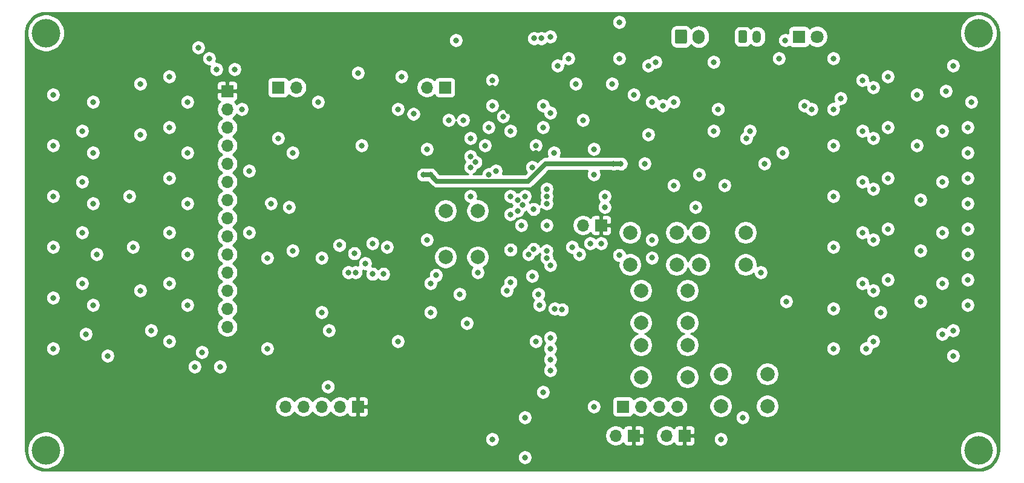
<source format=gbr>
%TF.GenerationSoftware,KiCad,Pcbnew,(5.1.8)-1*%
%TF.CreationDate,2021-03-23T10:09:44+01:00*%
%TF.ProjectId,schema_v1,73636865-6d61-45f7-9631-2e6b69636164,rev?*%
%TF.SameCoordinates,Original*%
%TF.FileFunction,Copper,L2,Inr*%
%TF.FilePolarity,Positive*%
%FSLAX46Y46*%
G04 Gerber Fmt 4.6, Leading zero omitted, Abs format (unit mm)*
G04 Created by KiCad (PCBNEW (5.1.8)-1) date 2021-03-23 10:09:44*
%MOMM*%
%LPD*%
G01*
G04 APERTURE LIST*
%TA.AperFunction,ComponentPad*%
%ADD10C,1.800000*%
%TD*%
%TA.AperFunction,ComponentPad*%
%ADD11R,1.800000X1.800000*%
%TD*%
%TA.AperFunction,ComponentPad*%
%ADD12C,4.000000*%
%TD*%
%TA.AperFunction,ComponentPad*%
%ADD13O,1.700000X1.700000*%
%TD*%
%TA.AperFunction,ComponentPad*%
%ADD14R,1.700000X1.700000*%
%TD*%
%TA.AperFunction,ComponentPad*%
%ADD15O,1.700000X2.000000*%
%TD*%
%TA.AperFunction,ComponentPad*%
%ADD16C,2.000000*%
%TD*%
%TA.AperFunction,ComponentPad*%
%ADD17O,1.200000X1.750000*%
%TD*%
%TA.AperFunction,ViaPad*%
%ADD18C,0.800000*%
%TD*%
%TA.AperFunction,Conductor*%
%ADD19C,0.700000*%
%TD*%
%TA.AperFunction,Conductor*%
%ADD20C,0.254000*%
%TD*%
%TA.AperFunction,Conductor*%
%ADD21C,0.100000*%
%TD*%
G04 APERTURE END LIST*
D10*
%TO.N,Net-(D1-Pad2)*%
%TO.C,D1*%
X190768000Y-56896000D03*
D11*
%TO.N,Net-(D1-Pad1)*%
X188228000Y-56896000D03*
%TD*%
D12*
%TO.N,N/C*%
%TO.C,.*%
X213360000Y-114808000D03*
%TD*%
%TO.N,N/C*%
%TO.C,.*%
X213360000Y-56388000D03*
%TD*%
%TO.N,N/C*%
%TO.C,.*%
X82804000Y-56388000D03*
%TD*%
%TO.N,N/C*%
%TO.C,.*%
X82804000Y-114808000D03*
%TD*%
D13*
%TO.N,LCD_T_Irq*%
%TO.C,U9*%
X108204000Y-97536000D03*
%TO.N,LCD_SDO*%
X108204000Y-94996000D03*
%TO.N,LCD_SDI*%
X108204000Y-92456000D03*
%TO.N,LCD_T_CS*%
X108204000Y-89916000D03*
%TO.N,LCD_SCK*%
X108204000Y-87376000D03*
%TO.N,LCD_SDO*%
X108204000Y-84836000D03*
%TO.N,LCD_LED*%
X108204000Y-82296000D03*
%TO.N,LCD_SCK*%
X108204000Y-79756000D03*
%TO.N,LCD_SDI*%
X108204000Y-77216000D03*
%TO.N,LCD_DC*%
X108204000Y-74676000D03*
%TO.N,LCD_rst*%
X108204000Y-72136000D03*
%TO.N,LCD_CS*%
X108204000Y-69596000D03*
%TO.N,GND*%
X108204000Y-67056000D03*
D14*
%TO.N,+3V3*%
X108204000Y-64516000D03*
%TD*%
D15*
%TO.N,Net-(BT3-Pad1)*%
%TO.C,SW9*%
X174204000Y-56896000D03*
%TO.N,Vbat*%
%TA.AperFunction,ComponentPad*%
G36*
G01*
X170854000Y-57646000D02*
X170854000Y-56146000D01*
G75*
G02*
X171104000Y-55896000I250000J0D01*
G01*
X172304000Y-55896000D01*
G75*
G02*
X172554000Y-56146000I0J-250000D01*
G01*
X172554000Y-57646000D01*
G75*
G02*
X172304000Y-57896000I-250000J0D01*
G01*
X171104000Y-57896000D01*
G75*
G02*
X170854000Y-57646000I0J250000D01*
G01*
G37*
%TD.AperFunction*%
%TD*%
D16*
%TO.N,GND*%
%TO.C,SW6*%
X180744000Y-84328000D03*
%TO.N,pp*%
X180744000Y-88828000D03*
%TO.N,GND*%
X174244000Y-84328000D03*
%TO.N,pp*%
X174244000Y-88828000D03*
%TD*%
%TO.N,GND*%
%TO.C,SW5*%
X172616000Y-92456000D03*
%TO.N,prev*%
X172616000Y-96956000D03*
%TO.N,GND*%
X166116000Y-92456000D03*
%TO.N,prev*%
X166116000Y-96956000D03*
%TD*%
%TO.N,GND*%
%TO.C,SW4*%
X172616000Y-100076000D03*
%TO.N,next*%
X172616000Y-104576000D03*
%TO.N,GND*%
X166116000Y-100076000D03*
%TO.N,next*%
X166116000Y-104576000D03*
%TD*%
%TO.N,GND*%
%TO.C,SW3*%
X171092000Y-84328000D03*
%TO.N,vol-*%
X171092000Y-88828000D03*
%TO.N,GND*%
X164592000Y-84328000D03*
%TO.N,vol-*%
X164592000Y-88828000D03*
%TD*%
%TO.N,GND*%
%TO.C,SW2*%
X183792000Y-104140000D03*
%TO.N,vol+*%
X183792000Y-108640000D03*
%TO.N,GND*%
X177292000Y-104140000D03*
%TO.N,vol+*%
X177292000Y-108640000D03*
%TD*%
%TO.N,GND*%
%TO.C,SW1*%
X143256000Y-87780000D03*
%TO.N,Reset*%
X138756000Y-87780000D03*
%TO.N,GND*%
X143256000Y-81280000D03*
%TO.N,Reset*%
X138756000Y-81280000D03*
%TD*%
D13*
%TO.N,Net-(C47-Pad1)*%
%TO.C,LS2*%
X136144000Y-64008000D03*
D14*
%TO.N,Net-(C46-Pad2)*%
X138684000Y-64008000D03*
%TD*%
D13*
%TO.N,Net-(C45-Pad1)*%
%TO.C,LS1*%
X117856000Y-64008000D03*
D14*
%TO.N,Net-(C44-Pad2)*%
X115316000Y-64008000D03*
%TD*%
D13*
%TO.N,Net-(JP8-Pad2)*%
%TO.C,JP8*%
X157988000Y-83312000D03*
D14*
%TO.N,+3V3*%
X160528000Y-83312000D03*
%TD*%
D13*
%TO.N,/BT_Audio/FACT_RESET*%
%TO.C,JP6*%
X162560000Y-112776000D03*
D14*
%TO.N,+3V3*%
X165100000Y-112776000D03*
%TD*%
D13*
%TO.N,EVENT*%
%TO.C,JP5*%
X169672000Y-112776000D03*
D14*
%TO.N,+3V3*%
X172212000Y-112776000D03*
%TD*%
D13*
%TO.N,Reset*%
%TO.C,J3*%
X116332000Y-108712000D03*
%TO.N,/STM32G0/SWDIO*%
X118872000Y-108712000D03*
%TO.N,GND*%
X121412000Y-108712000D03*
%TO.N,/STM32G0/SWDCLK*%
X123952000Y-108712000D03*
D14*
%TO.N,+3V3*%
X126492000Y-108712000D03*
%TD*%
D13*
%TO.N,Net-(J1-Pad4)*%
%TO.C,J1*%
X171196000Y-108712000D03*
%TO.N,Net-(J1-Pad3)*%
X168656000Y-108712000D03*
%TO.N,Net-(J1-Pad2)*%
X166116000Y-108712000D03*
D14*
%TO.N,Net-(J1-Pad1)*%
X163576000Y-108712000D03*
%TD*%
D17*
%TO.N,GND*%
%TO.C,BT3*%
X182340000Y-56896000D03*
%TO.N,Net-(BT3-Pad1)*%
%TA.AperFunction,ComponentPad*%
G36*
G01*
X179740000Y-57521001D02*
X179740000Y-56270999D01*
G75*
G02*
X179989999Y-56021000I249999J0D01*
G01*
X180690001Y-56021000D01*
G75*
G02*
X180940000Y-56270999I0J-249999D01*
G01*
X180940000Y-57521001D01*
G75*
G02*
X180690001Y-57771000I-249999J0D01*
G01*
X179989999Y-57771000D01*
G75*
G02*
X179740000Y-57521001I0J249999D01*
G01*
G37*
%TD.AperFunction*%
%TD*%
D18*
%TO.N,GND*%
X194056000Y-65532000D03*
X193040000Y-72136000D03*
X193040000Y-79248000D03*
X193040000Y-86360000D03*
X193040000Y-94996000D03*
X193040000Y-100584000D03*
X198628000Y-99568000D03*
X198628000Y-92456000D03*
X198628000Y-85344000D03*
X198628000Y-78232000D03*
X198628000Y-71120000D03*
X198628000Y-64008000D03*
X204724000Y-65024000D03*
X204724000Y-72136000D03*
X205232000Y-79756000D03*
X205232000Y-86868000D03*
X205232000Y-93980000D03*
X209804000Y-101600000D03*
X211836000Y-94488000D03*
X211836000Y-87376000D03*
X211836000Y-80264000D03*
X211836000Y-73152000D03*
X212344000Y-66040000D03*
X151384000Y-72136000D03*
X145796000Y-75692000D03*
X140208000Y-57404000D03*
X122428000Y-98044000D03*
X102616000Y-73152000D03*
X102616000Y-80264000D03*
X102616000Y-87376000D03*
X102616000Y-94488000D03*
X100076000Y-99568000D03*
X91440000Y-101600000D03*
X89408000Y-94488000D03*
X89916000Y-87376000D03*
X89408000Y-80264000D03*
X89408000Y-73152000D03*
X89408000Y-66040000D03*
X83820000Y-65024000D03*
X83820000Y-72136000D03*
X83820000Y-79248000D03*
X83820000Y-86360000D03*
X83820000Y-93472000D03*
X83820000Y-100584000D03*
X97536000Y-98044000D03*
X96012000Y-92456000D03*
X94996000Y-86360000D03*
X94488000Y-79248000D03*
X96012000Y-70612000D03*
X96012000Y-63500000D03*
X102616000Y-66040000D03*
X110236000Y-67056000D03*
X120904000Y-66040000D03*
X117348000Y-73152000D03*
X136652000Y-91440000D03*
X136144000Y-85344000D03*
X143256000Y-89916000D03*
X149860000Y-115824000D03*
X141732000Y-97028000D03*
X155067000Y-95123000D03*
X150876000Y-90424000D03*
X153416000Y-88900000D03*
X152903347Y-86863347D03*
X128528653Y-90133000D03*
X123896748Y-86087748D03*
X117348000Y-86868000D03*
X132080000Y-67056000D03*
X126492000Y-61976000D03*
X136144000Y-72644000D03*
X145288000Y-66548000D03*
X145288000Y-62992000D03*
X161036000Y-80772000D03*
X170688000Y-77724000D03*
X173736000Y-80772000D03*
X159512000Y-72644000D03*
X182880000Y-89916000D03*
X185420000Y-59944000D03*
X188976000Y-66548000D03*
X176276000Y-60452000D03*
X167132000Y-60960000D03*
X162052000Y-63500000D03*
X156972000Y-63500000D03*
X176276000Y-70104000D03*
X169164000Y-66548000D03*
X152908000Y-78232000D03*
X176911000Y-67056000D03*
X122301000Y-105918000D03*
%TO.N,Vbat*%
X168148000Y-60452000D03*
X170688000Y-66040000D03*
X185928000Y-73152000D03*
%TO.N,Reset*%
X139192000Y-68580000D03*
X161036000Y-79248000D03*
X183388000Y-74676000D03*
X189992000Y-67056000D03*
X163068000Y-54864000D03*
X163068000Y-59944000D03*
X150876000Y-75184000D03*
X153924000Y-73152000D03*
%TO.N,+5V*%
X193040000Y-59944000D03*
X193040000Y-67056000D03*
X132588000Y-62484000D03*
X134275752Y-67727752D03*
X177800000Y-77724000D03*
X166624000Y-74676000D03*
X135636000Y-76244000D03*
X136652000Y-76244000D03*
X162284500Y-74697500D03*
X163300500Y-74697500D03*
%TO.N,Vusb*%
X153416000Y-56896000D03*
X181356000Y-70104000D03*
X152166000Y-57130000D03*
X151150000Y-57130000D03*
%TO.N,/L-*%
X121412000Y-95504000D03*
X105664000Y-59944000D03*
X109220000Y-61468000D03*
X154432000Y-60960000D03*
%TO.N,/R-*%
X159512000Y-76200000D03*
X167640000Y-85344000D03*
X167640000Y-87878000D03*
X180340000Y-110236000D03*
X177292000Y-113284000D03*
X145288000Y-113284000D03*
%TO.N,/L+*%
X106680000Y-61468000D03*
X155956000Y-59944000D03*
%TO.N,/R+*%
X113792000Y-100584000D03*
X132080000Y-99568000D03*
X146812000Y-68072000D03*
X141224000Y-68580000D03*
X140716000Y-92964000D03*
X136652000Y-95504000D03*
%TO.N,Net-(C33-Pad1)*%
X130048000Y-90133000D03*
X130556000Y-86360000D03*
%TO.N,Net-(C37-Pad2)*%
X128524000Y-85852000D03*
X107188000Y-103124000D03*
X103632000Y-103124000D03*
X104140000Y-58420000D03*
X115316000Y-71120000D03*
X127000000Y-72136000D03*
%TO.N,+3V3*%
X167640000Y-80772000D03*
X113284000Y-80772000D03*
X113284000Y-70612000D03*
X144272000Y-85852000D03*
X154940000Y-84836000D03*
X150368000Y-98552000D03*
X134112000Y-109220000D03*
X145288000Y-64008000D03*
X151384000Y-73152000D03*
X155956000Y-78740000D03*
X162052000Y-71120000D03*
X188468000Y-90424000D03*
X184404000Y-87376000D03*
X189484000Y-65024000D03*
X147519108Y-67347000D03*
%TO.N,BAT_ADC*%
X149551108Y-80463108D03*
X167640000Y-66040000D03*
%TO.N,Net-(D1-Pad1)*%
X180848000Y-71120000D03*
X186309000Y-57404000D03*
%TO.N,Net-(D2-Pad2)*%
X209804000Y-98044000D03*
X197612000Y-100584000D03*
%TO.N,/LEDS/FirstLED*%
X199644000Y-95504000D03*
X186436000Y-93980000D03*
%TO.N,Net-(D3-Pad2)*%
X197104000Y-77216000D03*
X211836000Y-76708000D03*
%TO.N,Net-(D22-Pad2)*%
X208280000Y-84328000D03*
X200660000Y-76708000D03*
%TO.N,Net-(D23-Pad2)*%
X208788000Y-64516000D03*
X104648000Y-101092000D03*
%TO.N,Net-(D24-Pad2)*%
X87884000Y-84328000D03*
X100076000Y-76708000D03*
%TO.N,Net-(D10-Pad4)*%
X208280000Y-98552000D03*
X200660000Y-90932000D03*
%TO.N,Net-(D11-Pad4)*%
X208280000Y-77216000D03*
X200660000Y-69596000D03*
%TO.N,Net-(D12-Pad4)*%
X88392000Y-98552000D03*
X100076000Y-91440000D03*
%TO.N,Net-(D13-Pad4)*%
X87884000Y-77216000D03*
X100076000Y-69596000D03*
%TO.N,Net-(D10-Pad2)*%
X197104000Y-91440000D03*
X211836000Y-90932000D03*
%TO.N,Net-(D11-Pad2)*%
X197104000Y-70104000D03*
X211836000Y-69596000D03*
%TO.N,Net-(D14-Pad2)*%
X208280000Y-91440000D03*
X200660000Y-83820000D03*
%TO.N,Net-(D15-Pad2)*%
X208280000Y-70104000D03*
X200660000Y-62484000D03*
%TO.N,Net-(D16-Pad2)*%
X87884000Y-91440000D03*
X100076000Y-84328000D03*
%TO.N,Net-(D17-Pad2)*%
X87884000Y-70104000D03*
X100076000Y-62484000D03*
%TO.N,Net-(D18-Pad2)*%
X197104000Y-84328000D03*
X211836000Y-83820000D03*
%TO.N,Net-(D19-Pad2)*%
X197104000Y-62992000D03*
X209804000Y-60960000D03*
%TO.N,Net-(D28-Pad2)*%
X174244000Y-76200000D03*
X167132000Y-70612000D03*
%TO.N,Net-(J1-Pad4)*%
X153416000Y-99060000D03*
%TO.N,Net-(J1-Pad3)*%
X153416000Y-100584000D03*
%TO.N,Net-(J1-Pad2)*%
X153416000Y-102108000D03*
%TO.N,Net-(J1-Pad1)*%
X159512000Y-108712000D03*
X153416000Y-103632000D03*
%TO.N,/STM32G0/SWDCLK*%
X152908000Y-83312000D03*
%TO.N,RTS_BT*%
X159004000Y-85852000D03*
X152908000Y-79248000D03*
%TO.N,CTS_BT*%
X152908000Y-80264000D03*
X157480000Y-87376000D03*
%TO.N,TX_BT*%
X156464000Y-86360000D03*
X151086756Y-81059939D03*
%TO.N,RX_BT*%
X152908000Y-87884000D03*
X149352000Y-83312000D03*
%TO.N,EVENT*%
X150368000Y-87376000D03*
X149860000Y-110236000D03*
%TO.N,/L_SE*%
X153416000Y-67564000D03*
X144780000Y-69596000D03*
%TO.N,LCD_rst*%
X142947108Y-74476892D03*
%TO.N,LCD_LED*%
X147828000Y-81788000D03*
X111252000Y-84328000D03*
%TO.N,Net-(R11-Pad2)*%
X152400000Y-66548000D03*
X165100000Y-65024000D03*
%TO.N,/R_SE*%
X157988000Y-68580000D03*
X147828000Y-70104000D03*
%TO.N,Net-(R24-Pad1)*%
X125165000Y-89916000D03*
X125984000Y-87249000D03*
%TO.N,Net-(R25-Pad1)*%
X126165003Y-89916000D03*
X127508000Y-88646000D03*
%TO.N,vol-*%
X152400000Y-106680000D03*
%TO.N,pp*%
X151384000Y-99568000D03*
%TO.N,MODE*%
X151075108Y-86668892D03*
X160528000Y-85852000D03*
%TO.N,WAKE*%
X147320000Y-92456000D03*
X151892000Y-94488000D03*
%TO.N,LCD_DC*%
X113792000Y-87884000D03*
X121412000Y-87884000D03*
X137414000Y-90297000D03*
X147867990Y-86741000D03*
%TO.N,LCD_CS*%
X149860000Y-79248000D03*
%TO.N,LCD_T_Irq*%
X142240000Y-79248000D03*
X116840000Y-80772000D03*
%TO.N,LCD_T_CS*%
X148844000Y-81280000D03*
%TO.N,LCD_SDI*%
X148844000Y-79756000D03*
%TO.N,LCD_SDO*%
X147828000Y-79248000D03*
X114300000Y-80264000D03*
%TO.N,LCD_SCK*%
X111252000Y-75692000D03*
X142240000Y-75184000D03*
%TO.N,RX*%
X142240000Y-73660000D03*
X142240000Y-71120000D03*
X152400000Y-69596000D03*
%TO.N,TX*%
X144784653Y-76195347D03*
X144272000Y-72136000D03*
%TO.N,/WS2812*%
X147867990Y-91315779D03*
X151765000Y-92964000D03*
X154051000Y-94996000D03*
X163068000Y-87503000D03*
%TD*%
D19*
%TO.N,+5V*%
X163300500Y-74697500D02*
X162284500Y-74697500D01*
X137553348Y-77145348D02*
X136652000Y-76244000D01*
X150320654Y-77145348D02*
X137553348Y-77145348D01*
X152768502Y-74697500D02*
X150320654Y-77145348D01*
X162284500Y-74697500D02*
X152768502Y-74697500D01*
X135636000Y-76244000D02*
X136652000Y-76244000D01*
%TD*%
D20*
%TO.N,+3V3*%
X213917009Y-53574900D02*
X214452802Y-53736666D01*
X214946969Y-53999419D01*
X215380690Y-54353153D01*
X215737443Y-54784393D01*
X216003642Y-55276719D01*
X216169143Y-55811365D01*
X216231000Y-56399905D01*
X216231001Y-114774486D01*
X216173100Y-115365009D01*
X216011335Y-115900800D01*
X215748580Y-116394972D01*
X215394847Y-116828690D01*
X214963606Y-117185444D01*
X214471281Y-117451642D01*
X213936638Y-117617142D01*
X213348095Y-117679000D01*
X82837504Y-117679000D01*
X82246991Y-117621100D01*
X81711200Y-117459335D01*
X81217028Y-117196580D01*
X80783310Y-116842847D01*
X80426556Y-116411606D01*
X80160358Y-115919281D01*
X79994858Y-115384638D01*
X79933000Y-114796095D01*
X79933000Y-114548475D01*
X80169000Y-114548475D01*
X80169000Y-115067525D01*
X80270261Y-115576601D01*
X80468893Y-116056141D01*
X80757262Y-116487715D01*
X81124285Y-116854738D01*
X81555859Y-117143107D01*
X82035399Y-117341739D01*
X82544475Y-117443000D01*
X83063525Y-117443000D01*
X83572601Y-117341739D01*
X84052141Y-117143107D01*
X84483715Y-116854738D01*
X84850738Y-116487715D01*
X85139107Y-116056141D01*
X85277487Y-115722061D01*
X148825000Y-115722061D01*
X148825000Y-115925939D01*
X148864774Y-116125898D01*
X148942795Y-116314256D01*
X149056063Y-116483774D01*
X149200226Y-116627937D01*
X149369744Y-116741205D01*
X149558102Y-116819226D01*
X149758061Y-116859000D01*
X149961939Y-116859000D01*
X150161898Y-116819226D01*
X150350256Y-116741205D01*
X150519774Y-116627937D01*
X150663937Y-116483774D01*
X150777205Y-116314256D01*
X150855226Y-116125898D01*
X150895000Y-115925939D01*
X150895000Y-115722061D01*
X150855226Y-115522102D01*
X150777205Y-115333744D01*
X150663937Y-115164226D01*
X150519774Y-115020063D01*
X150350256Y-114906795D01*
X150161898Y-114828774D01*
X149961939Y-114789000D01*
X149758061Y-114789000D01*
X149558102Y-114828774D01*
X149369744Y-114906795D01*
X149200226Y-115020063D01*
X149056063Y-115164226D01*
X148942795Y-115333744D01*
X148864774Y-115522102D01*
X148825000Y-115722061D01*
X85277487Y-115722061D01*
X85337739Y-115576601D01*
X85439000Y-115067525D01*
X85439000Y-114548475D01*
X210725000Y-114548475D01*
X210725000Y-115067525D01*
X210826261Y-115576601D01*
X211024893Y-116056141D01*
X211313262Y-116487715D01*
X211680285Y-116854738D01*
X212111859Y-117143107D01*
X212591399Y-117341739D01*
X213100475Y-117443000D01*
X213619525Y-117443000D01*
X214128601Y-117341739D01*
X214608141Y-117143107D01*
X215039715Y-116854738D01*
X215406738Y-116487715D01*
X215695107Y-116056141D01*
X215893739Y-115576601D01*
X215995000Y-115067525D01*
X215995000Y-114548475D01*
X215893739Y-114039399D01*
X215695107Y-113559859D01*
X215406738Y-113128285D01*
X215039715Y-112761262D01*
X214608141Y-112472893D01*
X214128601Y-112274261D01*
X213619525Y-112173000D01*
X213100475Y-112173000D01*
X212591399Y-112274261D01*
X212111859Y-112472893D01*
X211680285Y-112761262D01*
X211313262Y-113128285D01*
X211024893Y-113559859D01*
X210826261Y-114039399D01*
X210725000Y-114548475D01*
X85439000Y-114548475D01*
X85337739Y-114039399D01*
X85139107Y-113559859D01*
X84886671Y-113182061D01*
X144253000Y-113182061D01*
X144253000Y-113385939D01*
X144292774Y-113585898D01*
X144370795Y-113774256D01*
X144484063Y-113943774D01*
X144628226Y-114087937D01*
X144797744Y-114201205D01*
X144986102Y-114279226D01*
X145186061Y-114319000D01*
X145389939Y-114319000D01*
X145589898Y-114279226D01*
X145778256Y-114201205D01*
X145947774Y-114087937D01*
X146091937Y-113943774D01*
X146205205Y-113774256D01*
X146283226Y-113585898D01*
X146323000Y-113385939D01*
X146323000Y-113182061D01*
X146283226Y-112982102D01*
X146205205Y-112793744D01*
X146095622Y-112629740D01*
X161075000Y-112629740D01*
X161075000Y-112922260D01*
X161132068Y-113209158D01*
X161244010Y-113479411D01*
X161406525Y-113722632D01*
X161613368Y-113929475D01*
X161856589Y-114091990D01*
X162126842Y-114203932D01*
X162413740Y-114261000D01*
X162706260Y-114261000D01*
X162993158Y-114203932D01*
X163263411Y-114091990D01*
X163506632Y-113929475D01*
X163638487Y-113797620D01*
X163660498Y-113870180D01*
X163719463Y-113980494D01*
X163798815Y-114077185D01*
X163895506Y-114156537D01*
X164005820Y-114215502D01*
X164125518Y-114251812D01*
X164250000Y-114264072D01*
X164814250Y-114261000D01*
X164973000Y-114102250D01*
X164973000Y-112903000D01*
X165227000Y-112903000D01*
X165227000Y-114102250D01*
X165385750Y-114261000D01*
X165950000Y-114264072D01*
X166074482Y-114251812D01*
X166194180Y-114215502D01*
X166304494Y-114156537D01*
X166401185Y-114077185D01*
X166480537Y-113980494D01*
X166539502Y-113870180D01*
X166575812Y-113750482D01*
X166588072Y-113626000D01*
X166585000Y-113061750D01*
X166426250Y-112903000D01*
X165227000Y-112903000D01*
X164973000Y-112903000D01*
X164953000Y-112903000D01*
X164953000Y-112649000D01*
X164973000Y-112649000D01*
X164973000Y-111449750D01*
X165227000Y-111449750D01*
X165227000Y-112649000D01*
X166426250Y-112649000D01*
X166445510Y-112629740D01*
X168187000Y-112629740D01*
X168187000Y-112922260D01*
X168244068Y-113209158D01*
X168356010Y-113479411D01*
X168518525Y-113722632D01*
X168725368Y-113929475D01*
X168968589Y-114091990D01*
X169238842Y-114203932D01*
X169525740Y-114261000D01*
X169818260Y-114261000D01*
X170105158Y-114203932D01*
X170375411Y-114091990D01*
X170618632Y-113929475D01*
X170750487Y-113797620D01*
X170772498Y-113870180D01*
X170831463Y-113980494D01*
X170910815Y-114077185D01*
X171007506Y-114156537D01*
X171117820Y-114215502D01*
X171237518Y-114251812D01*
X171362000Y-114264072D01*
X171926250Y-114261000D01*
X172085000Y-114102250D01*
X172085000Y-112903000D01*
X172339000Y-112903000D01*
X172339000Y-114102250D01*
X172497750Y-114261000D01*
X173062000Y-114264072D01*
X173186482Y-114251812D01*
X173306180Y-114215502D01*
X173416494Y-114156537D01*
X173513185Y-114077185D01*
X173592537Y-113980494D01*
X173651502Y-113870180D01*
X173687812Y-113750482D01*
X173700072Y-113626000D01*
X173697656Y-113182061D01*
X176257000Y-113182061D01*
X176257000Y-113385939D01*
X176296774Y-113585898D01*
X176374795Y-113774256D01*
X176488063Y-113943774D01*
X176632226Y-114087937D01*
X176801744Y-114201205D01*
X176990102Y-114279226D01*
X177190061Y-114319000D01*
X177393939Y-114319000D01*
X177593898Y-114279226D01*
X177782256Y-114201205D01*
X177951774Y-114087937D01*
X178095937Y-113943774D01*
X178209205Y-113774256D01*
X178287226Y-113585898D01*
X178327000Y-113385939D01*
X178327000Y-113182061D01*
X178287226Y-112982102D01*
X178209205Y-112793744D01*
X178095937Y-112624226D01*
X177951774Y-112480063D01*
X177782256Y-112366795D01*
X177593898Y-112288774D01*
X177393939Y-112249000D01*
X177190061Y-112249000D01*
X176990102Y-112288774D01*
X176801744Y-112366795D01*
X176632226Y-112480063D01*
X176488063Y-112624226D01*
X176374795Y-112793744D01*
X176296774Y-112982102D01*
X176257000Y-113182061D01*
X173697656Y-113182061D01*
X173697000Y-113061750D01*
X173538250Y-112903000D01*
X172339000Y-112903000D01*
X172085000Y-112903000D01*
X172065000Y-112903000D01*
X172065000Y-112649000D01*
X172085000Y-112649000D01*
X172085000Y-111449750D01*
X172339000Y-111449750D01*
X172339000Y-112649000D01*
X173538250Y-112649000D01*
X173697000Y-112490250D01*
X173700072Y-111926000D01*
X173687812Y-111801518D01*
X173651502Y-111681820D01*
X173592537Y-111571506D01*
X173513185Y-111474815D01*
X173416494Y-111395463D01*
X173306180Y-111336498D01*
X173186482Y-111300188D01*
X173062000Y-111287928D01*
X172497750Y-111291000D01*
X172339000Y-111449750D01*
X172085000Y-111449750D01*
X171926250Y-111291000D01*
X171362000Y-111287928D01*
X171237518Y-111300188D01*
X171117820Y-111336498D01*
X171007506Y-111395463D01*
X170910815Y-111474815D01*
X170831463Y-111571506D01*
X170772498Y-111681820D01*
X170750487Y-111754380D01*
X170618632Y-111622525D01*
X170375411Y-111460010D01*
X170105158Y-111348068D01*
X169818260Y-111291000D01*
X169525740Y-111291000D01*
X169238842Y-111348068D01*
X168968589Y-111460010D01*
X168725368Y-111622525D01*
X168518525Y-111829368D01*
X168356010Y-112072589D01*
X168244068Y-112342842D01*
X168187000Y-112629740D01*
X166445510Y-112629740D01*
X166585000Y-112490250D01*
X166588072Y-111926000D01*
X166575812Y-111801518D01*
X166539502Y-111681820D01*
X166480537Y-111571506D01*
X166401185Y-111474815D01*
X166304494Y-111395463D01*
X166194180Y-111336498D01*
X166074482Y-111300188D01*
X165950000Y-111287928D01*
X165385750Y-111291000D01*
X165227000Y-111449750D01*
X164973000Y-111449750D01*
X164814250Y-111291000D01*
X164250000Y-111287928D01*
X164125518Y-111300188D01*
X164005820Y-111336498D01*
X163895506Y-111395463D01*
X163798815Y-111474815D01*
X163719463Y-111571506D01*
X163660498Y-111681820D01*
X163638487Y-111754380D01*
X163506632Y-111622525D01*
X163263411Y-111460010D01*
X162993158Y-111348068D01*
X162706260Y-111291000D01*
X162413740Y-111291000D01*
X162126842Y-111348068D01*
X161856589Y-111460010D01*
X161613368Y-111622525D01*
X161406525Y-111829368D01*
X161244010Y-112072589D01*
X161132068Y-112342842D01*
X161075000Y-112629740D01*
X146095622Y-112629740D01*
X146091937Y-112624226D01*
X145947774Y-112480063D01*
X145778256Y-112366795D01*
X145589898Y-112288774D01*
X145389939Y-112249000D01*
X145186061Y-112249000D01*
X144986102Y-112288774D01*
X144797744Y-112366795D01*
X144628226Y-112480063D01*
X144484063Y-112624226D01*
X144370795Y-112793744D01*
X144292774Y-112982102D01*
X144253000Y-113182061D01*
X84886671Y-113182061D01*
X84850738Y-113128285D01*
X84483715Y-112761262D01*
X84052141Y-112472893D01*
X83572601Y-112274261D01*
X83063525Y-112173000D01*
X82544475Y-112173000D01*
X82035399Y-112274261D01*
X81555859Y-112472893D01*
X81124285Y-112761262D01*
X80757262Y-113128285D01*
X80468893Y-113559859D01*
X80270261Y-114039399D01*
X80169000Y-114548475D01*
X79933000Y-114548475D01*
X79933000Y-108565740D01*
X114847000Y-108565740D01*
X114847000Y-108858260D01*
X114904068Y-109145158D01*
X115016010Y-109415411D01*
X115178525Y-109658632D01*
X115385368Y-109865475D01*
X115628589Y-110027990D01*
X115898842Y-110139932D01*
X116185740Y-110197000D01*
X116478260Y-110197000D01*
X116765158Y-110139932D01*
X117035411Y-110027990D01*
X117278632Y-109865475D01*
X117485475Y-109658632D01*
X117602000Y-109484240D01*
X117718525Y-109658632D01*
X117925368Y-109865475D01*
X118168589Y-110027990D01*
X118438842Y-110139932D01*
X118725740Y-110197000D01*
X119018260Y-110197000D01*
X119305158Y-110139932D01*
X119575411Y-110027990D01*
X119818632Y-109865475D01*
X120025475Y-109658632D01*
X120142000Y-109484240D01*
X120258525Y-109658632D01*
X120465368Y-109865475D01*
X120708589Y-110027990D01*
X120978842Y-110139932D01*
X121265740Y-110197000D01*
X121558260Y-110197000D01*
X121845158Y-110139932D01*
X122115411Y-110027990D01*
X122358632Y-109865475D01*
X122565475Y-109658632D01*
X122682000Y-109484240D01*
X122798525Y-109658632D01*
X123005368Y-109865475D01*
X123248589Y-110027990D01*
X123518842Y-110139932D01*
X123805740Y-110197000D01*
X124098260Y-110197000D01*
X124385158Y-110139932D01*
X124655411Y-110027990D01*
X124898632Y-109865475D01*
X125030487Y-109733620D01*
X125052498Y-109806180D01*
X125111463Y-109916494D01*
X125190815Y-110013185D01*
X125287506Y-110092537D01*
X125397820Y-110151502D01*
X125517518Y-110187812D01*
X125642000Y-110200072D01*
X126206250Y-110197000D01*
X126365000Y-110038250D01*
X126365000Y-108839000D01*
X126619000Y-108839000D01*
X126619000Y-110038250D01*
X126777750Y-110197000D01*
X127342000Y-110200072D01*
X127466482Y-110187812D01*
X127586180Y-110151502D01*
X127618809Y-110134061D01*
X148825000Y-110134061D01*
X148825000Y-110337939D01*
X148864774Y-110537898D01*
X148942795Y-110726256D01*
X149056063Y-110895774D01*
X149200226Y-111039937D01*
X149369744Y-111153205D01*
X149558102Y-111231226D01*
X149758061Y-111271000D01*
X149961939Y-111271000D01*
X150161898Y-111231226D01*
X150350256Y-111153205D01*
X150519774Y-111039937D01*
X150663937Y-110895774D01*
X150777205Y-110726256D01*
X150855226Y-110537898D01*
X150895000Y-110337939D01*
X150895000Y-110134061D01*
X150855226Y-109934102D01*
X150777205Y-109745744D01*
X150663937Y-109576226D01*
X150519774Y-109432063D01*
X150350256Y-109318795D01*
X150161898Y-109240774D01*
X149961939Y-109201000D01*
X149758061Y-109201000D01*
X149558102Y-109240774D01*
X149369744Y-109318795D01*
X149200226Y-109432063D01*
X149056063Y-109576226D01*
X148942795Y-109745744D01*
X148864774Y-109934102D01*
X148825000Y-110134061D01*
X127618809Y-110134061D01*
X127696494Y-110092537D01*
X127793185Y-110013185D01*
X127872537Y-109916494D01*
X127931502Y-109806180D01*
X127967812Y-109686482D01*
X127980072Y-109562000D01*
X127977000Y-108997750D01*
X127818250Y-108839000D01*
X126619000Y-108839000D01*
X126365000Y-108839000D01*
X126345000Y-108839000D01*
X126345000Y-108610061D01*
X158477000Y-108610061D01*
X158477000Y-108813939D01*
X158516774Y-109013898D01*
X158594795Y-109202256D01*
X158708063Y-109371774D01*
X158852226Y-109515937D01*
X159021744Y-109629205D01*
X159210102Y-109707226D01*
X159410061Y-109747000D01*
X159613939Y-109747000D01*
X159813898Y-109707226D01*
X160002256Y-109629205D01*
X160171774Y-109515937D01*
X160315937Y-109371774D01*
X160429205Y-109202256D01*
X160507226Y-109013898D01*
X160547000Y-108813939D01*
X160547000Y-108610061D01*
X160507226Y-108410102D01*
X160429205Y-108221744D01*
X160315937Y-108052226D01*
X160171774Y-107908063D01*
X160102836Y-107862000D01*
X162087928Y-107862000D01*
X162087928Y-109562000D01*
X162100188Y-109686482D01*
X162136498Y-109806180D01*
X162195463Y-109916494D01*
X162274815Y-110013185D01*
X162371506Y-110092537D01*
X162481820Y-110151502D01*
X162601518Y-110187812D01*
X162726000Y-110200072D01*
X164426000Y-110200072D01*
X164550482Y-110187812D01*
X164670180Y-110151502D01*
X164780494Y-110092537D01*
X164877185Y-110013185D01*
X164956537Y-109916494D01*
X165015502Y-109806180D01*
X165037513Y-109733620D01*
X165169368Y-109865475D01*
X165412589Y-110027990D01*
X165682842Y-110139932D01*
X165969740Y-110197000D01*
X166262260Y-110197000D01*
X166549158Y-110139932D01*
X166819411Y-110027990D01*
X167062632Y-109865475D01*
X167269475Y-109658632D01*
X167386000Y-109484240D01*
X167502525Y-109658632D01*
X167709368Y-109865475D01*
X167952589Y-110027990D01*
X168222842Y-110139932D01*
X168509740Y-110197000D01*
X168802260Y-110197000D01*
X169089158Y-110139932D01*
X169359411Y-110027990D01*
X169602632Y-109865475D01*
X169809475Y-109658632D01*
X169926000Y-109484240D01*
X170042525Y-109658632D01*
X170249368Y-109865475D01*
X170492589Y-110027990D01*
X170762842Y-110139932D01*
X171049740Y-110197000D01*
X171342260Y-110197000D01*
X171629158Y-110139932D01*
X171899411Y-110027990D01*
X172142632Y-109865475D01*
X172349475Y-109658632D01*
X172511990Y-109415411D01*
X172623932Y-109145158D01*
X172681000Y-108858260D01*
X172681000Y-108565740D01*
X172663740Y-108478967D01*
X175657000Y-108478967D01*
X175657000Y-108801033D01*
X175719832Y-109116912D01*
X175843082Y-109414463D01*
X176022013Y-109682252D01*
X176249748Y-109909987D01*
X176517537Y-110088918D01*
X176815088Y-110212168D01*
X177130967Y-110275000D01*
X177453033Y-110275000D01*
X177768912Y-110212168D01*
X177957478Y-110134061D01*
X179305000Y-110134061D01*
X179305000Y-110337939D01*
X179344774Y-110537898D01*
X179422795Y-110726256D01*
X179536063Y-110895774D01*
X179680226Y-111039937D01*
X179849744Y-111153205D01*
X180038102Y-111231226D01*
X180238061Y-111271000D01*
X180441939Y-111271000D01*
X180641898Y-111231226D01*
X180830256Y-111153205D01*
X180999774Y-111039937D01*
X181143937Y-110895774D01*
X181257205Y-110726256D01*
X181335226Y-110537898D01*
X181375000Y-110337939D01*
X181375000Y-110134061D01*
X181335226Y-109934102D01*
X181257205Y-109745744D01*
X181143937Y-109576226D01*
X180999774Y-109432063D01*
X180830256Y-109318795D01*
X180641898Y-109240774D01*
X180441939Y-109201000D01*
X180238061Y-109201000D01*
X180038102Y-109240774D01*
X179849744Y-109318795D01*
X179680226Y-109432063D01*
X179536063Y-109576226D01*
X179422795Y-109745744D01*
X179344774Y-109934102D01*
X179305000Y-110134061D01*
X177957478Y-110134061D01*
X178066463Y-110088918D01*
X178334252Y-109909987D01*
X178561987Y-109682252D01*
X178740918Y-109414463D01*
X178864168Y-109116912D01*
X178927000Y-108801033D01*
X178927000Y-108478967D01*
X182157000Y-108478967D01*
X182157000Y-108801033D01*
X182219832Y-109116912D01*
X182343082Y-109414463D01*
X182522013Y-109682252D01*
X182749748Y-109909987D01*
X183017537Y-110088918D01*
X183315088Y-110212168D01*
X183630967Y-110275000D01*
X183953033Y-110275000D01*
X184268912Y-110212168D01*
X184566463Y-110088918D01*
X184834252Y-109909987D01*
X185061987Y-109682252D01*
X185240918Y-109414463D01*
X185364168Y-109116912D01*
X185427000Y-108801033D01*
X185427000Y-108478967D01*
X185364168Y-108163088D01*
X185240918Y-107865537D01*
X185061987Y-107597748D01*
X184834252Y-107370013D01*
X184566463Y-107191082D01*
X184268912Y-107067832D01*
X183953033Y-107005000D01*
X183630967Y-107005000D01*
X183315088Y-107067832D01*
X183017537Y-107191082D01*
X182749748Y-107370013D01*
X182522013Y-107597748D01*
X182343082Y-107865537D01*
X182219832Y-108163088D01*
X182157000Y-108478967D01*
X178927000Y-108478967D01*
X178864168Y-108163088D01*
X178740918Y-107865537D01*
X178561987Y-107597748D01*
X178334252Y-107370013D01*
X178066463Y-107191082D01*
X177768912Y-107067832D01*
X177453033Y-107005000D01*
X177130967Y-107005000D01*
X176815088Y-107067832D01*
X176517537Y-107191082D01*
X176249748Y-107370013D01*
X176022013Y-107597748D01*
X175843082Y-107865537D01*
X175719832Y-108163088D01*
X175657000Y-108478967D01*
X172663740Y-108478967D01*
X172623932Y-108278842D01*
X172511990Y-108008589D01*
X172349475Y-107765368D01*
X172142632Y-107558525D01*
X171899411Y-107396010D01*
X171629158Y-107284068D01*
X171342260Y-107227000D01*
X171049740Y-107227000D01*
X170762842Y-107284068D01*
X170492589Y-107396010D01*
X170249368Y-107558525D01*
X170042525Y-107765368D01*
X169926000Y-107939760D01*
X169809475Y-107765368D01*
X169602632Y-107558525D01*
X169359411Y-107396010D01*
X169089158Y-107284068D01*
X168802260Y-107227000D01*
X168509740Y-107227000D01*
X168222842Y-107284068D01*
X167952589Y-107396010D01*
X167709368Y-107558525D01*
X167502525Y-107765368D01*
X167386000Y-107939760D01*
X167269475Y-107765368D01*
X167062632Y-107558525D01*
X166819411Y-107396010D01*
X166549158Y-107284068D01*
X166262260Y-107227000D01*
X165969740Y-107227000D01*
X165682842Y-107284068D01*
X165412589Y-107396010D01*
X165169368Y-107558525D01*
X165037513Y-107690380D01*
X165015502Y-107617820D01*
X164956537Y-107507506D01*
X164877185Y-107410815D01*
X164780494Y-107331463D01*
X164670180Y-107272498D01*
X164550482Y-107236188D01*
X164426000Y-107223928D01*
X162726000Y-107223928D01*
X162601518Y-107236188D01*
X162481820Y-107272498D01*
X162371506Y-107331463D01*
X162274815Y-107410815D01*
X162195463Y-107507506D01*
X162136498Y-107617820D01*
X162100188Y-107737518D01*
X162087928Y-107862000D01*
X160102836Y-107862000D01*
X160002256Y-107794795D01*
X159813898Y-107716774D01*
X159613939Y-107677000D01*
X159410061Y-107677000D01*
X159210102Y-107716774D01*
X159021744Y-107794795D01*
X158852226Y-107908063D01*
X158708063Y-108052226D01*
X158594795Y-108221744D01*
X158516774Y-108410102D01*
X158477000Y-108610061D01*
X126345000Y-108610061D01*
X126345000Y-108585000D01*
X126365000Y-108585000D01*
X126365000Y-107385750D01*
X126619000Y-107385750D01*
X126619000Y-108585000D01*
X127818250Y-108585000D01*
X127977000Y-108426250D01*
X127980072Y-107862000D01*
X127967812Y-107737518D01*
X127931502Y-107617820D01*
X127872537Y-107507506D01*
X127793185Y-107410815D01*
X127696494Y-107331463D01*
X127586180Y-107272498D01*
X127466482Y-107236188D01*
X127342000Y-107223928D01*
X126777750Y-107227000D01*
X126619000Y-107385750D01*
X126365000Y-107385750D01*
X126206250Y-107227000D01*
X125642000Y-107223928D01*
X125517518Y-107236188D01*
X125397820Y-107272498D01*
X125287506Y-107331463D01*
X125190815Y-107410815D01*
X125111463Y-107507506D01*
X125052498Y-107617820D01*
X125030487Y-107690380D01*
X124898632Y-107558525D01*
X124655411Y-107396010D01*
X124385158Y-107284068D01*
X124098260Y-107227000D01*
X123805740Y-107227000D01*
X123518842Y-107284068D01*
X123248589Y-107396010D01*
X123005368Y-107558525D01*
X122798525Y-107765368D01*
X122682000Y-107939760D01*
X122565475Y-107765368D01*
X122358632Y-107558525D01*
X122115411Y-107396010D01*
X121845158Y-107284068D01*
X121558260Y-107227000D01*
X121265740Y-107227000D01*
X120978842Y-107284068D01*
X120708589Y-107396010D01*
X120465368Y-107558525D01*
X120258525Y-107765368D01*
X120142000Y-107939760D01*
X120025475Y-107765368D01*
X119818632Y-107558525D01*
X119575411Y-107396010D01*
X119305158Y-107284068D01*
X119018260Y-107227000D01*
X118725740Y-107227000D01*
X118438842Y-107284068D01*
X118168589Y-107396010D01*
X117925368Y-107558525D01*
X117718525Y-107765368D01*
X117602000Y-107939760D01*
X117485475Y-107765368D01*
X117278632Y-107558525D01*
X117035411Y-107396010D01*
X116765158Y-107284068D01*
X116478260Y-107227000D01*
X116185740Y-107227000D01*
X115898842Y-107284068D01*
X115628589Y-107396010D01*
X115385368Y-107558525D01*
X115178525Y-107765368D01*
X115016010Y-108008589D01*
X114904068Y-108278842D01*
X114847000Y-108565740D01*
X79933000Y-108565740D01*
X79933000Y-105816061D01*
X121266000Y-105816061D01*
X121266000Y-106019939D01*
X121305774Y-106219898D01*
X121383795Y-106408256D01*
X121497063Y-106577774D01*
X121641226Y-106721937D01*
X121810744Y-106835205D01*
X121999102Y-106913226D01*
X122199061Y-106953000D01*
X122402939Y-106953000D01*
X122602898Y-106913226D01*
X122791256Y-106835205D01*
X122960774Y-106721937D01*
X123104650Y-106578061D01*
X151365000Y-106578061D01*
X151365000Y-106781939D01*
X151404774Y-106981898D01*
X151482795Y-107170256D01*
X151596063Y-107339774D01*
X151740226Y-107483937D01*
X151909744Y-107597205D01*
X152098102Y-107675226D01*
X152298061Y-107715000D01*
X152501939Y-107715000D01*
X152701898Y-107675226D01*
X152890256Y-107597205D01*
X153059774Y-107483937D01*
X153203937Y-107339774D01*
X153317205Y-107170256D01*
X153395226Y-106981898D01*
X153435000Y-106781939D01*
X153435000Y-106578061D01*
X153395226Y-106378102D01*
X153317205Y-106189744D01*
X153203937Y-106020226D01*
X153059774Y-105876063D01*
X152890256Y-105762795D01*
X152701898Y-105684774D01*
X152501939Y-105645000D01*
X152298061Y-105645000D01*
X152098102Y-105684774D01*
X151909744Y-105762795D01*
X151740226Y-105876063D01*
X151596063Y-106020226D01*
X151482795Y-106189744D01*
X151404774Y-106378102D01*
X151365000Y-106578061D01*
X123104650Y-106578061D01*
X123104937Y-106577774D01*
X123218205Y-106408256D01*
X123296226Y-106219898D01*
X123336000Y-106019939D01*
X123336000Y-105816061D01*
X123296226Y-105616102D01*
X123218205Y-105427744D01*
X123104937Y-105258226D01*
X122960774Y-105114063D01*
X122791256Y-105000795D01*
X122602898Y-104922774D01*
X122402939Y-104883000D01*
X122199061Y-104883000D01*
X121999102Y-104922774D01*
X121810744Y-105000795D01*
X121641226Y-105114063D01*
X121497063Y-105258226D01*
X121383795Y-105427744D01*
X121305774Y-105616102D01*
X121266000Y-105816061D01*
X79933000Y-105816061D01*
X79933000Y-103022061D01*
X102597000Y-103022061D01*
X102597000Y-103225939D01*
X102636774Y-103425898D01*
X102714795Y-103614256D01*
X102828063Y-103783774D01*
X102972226Y-103927937D01*
X103141744Y-104041205D01*
X103330102Y-104119226D01*
X103530061Y-104159000D01*
X103733939Y-104159000D01*
X103933898Y-104119226D01*
X104122256Y-104041205D01*
X104291774Y-103927937D01*
X104435937Y-103783774D01*
X104549205Y-103614256D01*
X104627226Y-103425898D01*
X104667000Y-103225939D01*
X104667000Y-103022061D01*
X106153000Y-103022061D01*
X106153000Y-103225939D01*
X106192774Y-103425898D01*
X106270795Y-103614256D01*
X106384063Y-103783774D01*
X106528226Y-103927937D01*
X106697744Y-104041205D01*
X106886102Y-104119226D01*
X107086061Y-104159000D01*
X107289939Y-104159000D01*
X107489898Y-104119226D01*
X107678256Y-104041205D01*
X107847774Y-103927937D01*
X107991937Y-103783774D01*
X108105205Y-103614256D01*
X108183226Y-103425898D01*
X108223000Y-103225939D01*
X108223000Y-103022061D01*
X108183226Y-102822102D01*
X108105205Y-102633744D01*
X107991937Y-102464226D01*
X107847774Y-102320063D01*
X107678256Y-102206795D01*
X107489898Y-102128774D01*
X107289939Y-102089000D01*
X107086061Y-102089000D01*
X106886102Y-102128774D01*
X106697744Y-102206795D01*
X106528226Y-102320063D01*
X106384063Y-102464226D01*
X106270795Y-102633744D01*
X106192774Y-102822102D01*
X106153000Y-103022061D01*
X104667000Y-103022061D01*
X104627226Y-102822102D01*
X104549205Y-102633744D01*
X104435937Y-102464226D01*
X104291774Y-102320063D01*
X104122256Y-102206795D01*
X103933898Y-102128774D01*
X103733939Y-102089000D01*
X103530061Y-102089000D01*
X103330102Y-102128774D01*
X103141744Y-102206795D01*
X102972226Y-102320063D01*
X102828063Y-102464226D01*
X102714795Y-102633744D01*
X102636774Y-102822102D01*
X102597000Y-103022061D01*
X79933000Y-103022061D01*
X79933000Y-100482061D01*
X82785000Y-100482061D01*
X82785000Y-100685939D01*
X82824774Y-100885898D01*
X82902795Y-101074256D01*
X83016063Y-101243774D01*
X83160226Y-101387937D01*
X83329744Y-101501205D01*
X83518102Y-101579226D01*
X83718061Y-101619000D01*
X83921939Y-101619000D01*
X84121898Y-101579226D01*
X84310256Y-101501205D01*
X84314961Y-101498061D01*
X90405000Y-101498061D01*
X90405000Y-101701939D01*
X90444774Y-101901898D01*
X90522795Y-102090256D01*
X90636063Y-102259774D01*
X90780226Y-102403937D01*
X90949744Y-102517205D01*
X91138102Y-102595226D01*
X91338061Y-102635000D01*
X91541939Y-102635000D01*
X91741898Y-102595226D01*
X91930256Y-102517205D01*
X92099774Y-102403937D01*
X92243937Y-102259774D01*
X92357205Y-102090256D01*
X92435226Y-101901898D01*
X92475000Y-101701939D01*
X92475000Y-101498061D01*
X92435226Y-101298102D01*
X92357205Y-101109744D01*
X92277236Y-100990061D01*
X103613000Y-100990061D01*
X103613000Y-101193939D01*
X103652774Y-101393898D01*
X103730795Y-101582256D01*
X103844063Y-101751774D01*
X103988226Y-101895937D01*
X104157744Y-102009205D01*
X104346102Y-102087226D01*
X104546061Y-102127000D01*
X104749939Y-102127000D01*
X104949898Y-102087226D01*
X105138256Y-102009205D01*
X105307774Y-101895937D01*
X105451937Y-101751774D01*
X105565205Y-101582256D01*
X105643226Y-101393898D01*
X105683000Y-101193939D01*
X105683000Y-100990061D01*
X105643226Y-100790102D01*
X105565205Y-100601744D01*
X105485236Y-100482061D01*
X112757000Y-100482061D01*
X112757000Y-100685939D01*
X112796774Y-100885898D01*
X112874795Y-101074256D01*
X112988063Y-101243774D01*
X113132226Y-101387937D01*
X113301744Y-101501205D01*
X113490102Y-101579226D01*
X113690061Y-101619000D01*
X113893939Y-101619000D01*
X114093898Y-101579226D01*
X114282256Y-101501205D01*
X114451774Y-101387937D01*
X114595937Y-101243774D01*
X114709205Y-101074256D01*
X114787226Y-100885898D01*
X114827000Y-100685939D01*
X114827000Y-100482061D01*
X114787226Y-100282102D01*
X114709205Y-100093744D01*
X114595937Y-99924226D01*
X114451774Y-99780063D01*
X114282256Y-99666795D01*
X114093898Y-99588774D01*
X113893939Y-99549000D01*
X113690061Y-99549000D01*
X113490102Y-99588774D01*
X113301744Y-99666795D01*
X113132226Y-99780063D01*
X112988063Y-99924226D01*
X112874795Y-100093744D01*
X112796774Y-100282102D01*
X112757000Y-100482061D01*
X105485236Y-100482061D01*
X105451937Y-100432226D01*
X105307774Y-100288063D01*
X105138256Y-100174795D01*
X104949898Y-100096774D01*
X104749939Y-100057000D01*
X104546061Y-100057000D01*
X104346102Y-100096774D01*
X104157744Y-100174795D01*
X103988226Y-100288063D01*
X103844063Y-100432226D01*
X103730795Y-100601744D01*
X103652774Y-100790102D01*
X103613000Y-100990061D01*
X92277236Y-100990061D01*
X92243937Y-100940226D01*
X92099774Y-100796063D01*
X91930256Y-100682795D01*
X91741898Y-100604774D01*
X91541939Y-100565000D01*
X91338061Y-100565000D01*
X91138102Y-100604774D01*
X90949744Y-100682795D01*
X90780226Y-100796063D01*
X90636063Y-100940226D01*
X90522795Y-101109744D01*
X90444774Y-101298102D01*
X90405000Y-101498061D01*
X84314961Y-101498061D01*
X84479774Y-101387937D01*
X84623937Y-101243774D01*
X84737205Y-101074256D01*
X84815226Y-100885898D01*
X84855000Y-100685939D01*
X84855000Y-100482061D01*
X84815226Y-100282102D01*
X84737205Y-100093744D01*
X84623937Y-99924226D01*
X84479774Y-99780063D01*
X84310256Y-99666795D01*
X84121898Y-99588774D01*
X83921939Y-99549000D01*
X83718061Y-99549000D01*
X83518102Y-99588774D01*
X83329744Y-99666795D01*
X83160226Y-99780063D01*
X83016063Y-99924226D01*
X82902795Y-100093744D01*
X82824774Y-100282102D01*
X82785000Y-100482061D01*
X79933000Y-100482061D01*
X79933000Y-98450061D01*
X87357000Y-98450061D01*
X87357000Y-98653939D01*
X87396774Y-98853898D01*
X87474795Y-99042256D01*
X87588063Y-99211774D01*
X87732226Y-99355937D01*
X87901744Y-99469205D01*
X88090102Y-99547226D01*
X88290061Y-99587000D01*
X88493939Y-99587000D01*
X88693898Y-99547226D01*
X88882256Y-99469205D01*
X88886961Y-99466061D01*
X99041000Y-99466061D01*
X99041000Y-99669939D01*
X99080774Y-99869898D01*
X99158795Y-100058256D01*
X99272063Y-100227774D01*
X99416226Y-100371937D01*
X99585744Y-100485205D01*
X99774102Y-100563226D01*
X99974061Y-100603000D01*
X100177939Y-100603000D01*
X100377898Y-100563226D01*
X100566256Y-100485205D01*
X100735774Y-100371937D01*
X100879937Y-100227774D01*
X100993205Y-100058256D01*
X101071226Y-99869898D01*
X101111000Y-99669939D01*
X101111000Y-99466061D01*
X131045000Y-99466061D01*
X131045000Y-99669939D01*
X131084774Y-99869898D01*
X131162795Y-100058256D01*
X131276063Y-100227774D01*
X131420226Y-100371937D01*
X131589744Y-100485205D01*
X131778102Y-100563226D01*
X131978061Y-100603000D01*
X132181939Y-100603000D01*
X132381898Y-100563226D01*
X132570256Y-100485205D01*
X132739774Y-100371937D01*
X132883937Y-100227774D01*
X132997205Y-100058256D01*
X133075226Y-99869898D01*
X133115000Y-99669939D01*
X133115000Y-99466061D01*
X150349000Y-99466061D01*
X150349000Y-99669939D01*
X150388774Y-99869898D01*
X150466795Y-100058256D01*
X150580063Y-100227774D01*
X150724226Y-100371937D01*
X150893744Y-100485205D01*
X151082102Y-100563226D01*
X151282061Y-100603000D01*
X151485939Y-100603000D01*
X151685898Y-100563226D01*
X151874256Y-100485205D01*
X152043774Y-100371937D01*
X152187937Y-100227774D01*
X152301205Y-100058256D01*
X152379226Y-99869898D01*
X152419000Y-99669939D01*
X152419000Y-99466061D01*
X152379226Y-99266102D01*
X152301205Y-99077744D01*
X152221236Y-98958061D01*
X152381000Y-98958061D01*
X152381000Y-99161939D01*
X152420774Y-99361898D01*
X152498795Y-99550256D01*
X152612063Y-99719774D01*
X152714289Y-99822000D01*
X152612063Y-99924226D01*
X152498795Y-100093744D01*
X152420774Y-100282102D01*
X152381000Y-100482061D01*
X152381000Y-100685939D01*
X152420774Y-100885898D01*
X152498795Y-101074256D01*
X152612063Y-101243774D01*
X152714289Y-101346000D01*
X152612063Y-101448226D01*
X152498795Y-101617744D01*
X152420774Y-101806102D01*
X152381000Y-102006061D01*
X152381000Y-102209939D01*
X152420774Y-102409898D01*
X152498795Y-102598256D01*
X152612063Y-102767774D01*
X152714289Y-102870000D01*
X152612063Y-102972226D01*
X152498795Y-103141744D01*
X152420774Y-103330102D01*
X152381000Y-103530061D01*
X152381000Y-103733939D01*
X152420774Y-103933898D01*
X152498795Y-104122256D01*
X152612063Y-104291774D01*
X152756226Y-104435937D01*
X152925744Y-104549205D01*
X153114102Y-104627226D01*
X153314061Y-104667000D01*
X153517939Y-104667000D01*
X153717898Y-104627226D01*
X153906256Y-104549205D01*
X154075774Y-104435937D01*
X154096744Y-104414967D01*
X164481000Y-104414967D01*
X164481000Y-104737033D01*
X164543832Y-105052912D01*
X164667082Y-105350463D01*
X164846013Y-105618252D01*
X165073748Y-105845987D01*
X165341537Y-106024918D01*
X165639088Y-106148168D01*
X165954967Y-106211000D01*
X166277033Y-106211000D01*
X166592912Y-106148168D01*
X166890463Y-106024918D01*
X167158252Y-105845987D01*
X167385987Y-105618252D01*
X167564918Y-105350463D01*
X167688168Y-105052912D01*
X167751000Y-104737033D01*
X167751000Y-104414967D01*
X170981000Y-104414967D01*
X170981000Y-104737033D01*
X171043832Y-105052912D01*
X171167082Y-105350463D01*
X171346013Y-105618252D01*
X171573748Y-105845987D01*
X171841537Y-106024918D01*
X172139088Y-106148168D01*
X172454967Y-106211000D01*
X172777033Y-106211000D01*
X173092912Y-106148168D01*
X173390463Y-106024918D01*
X173658252Y-105845987D01*
X173885987Y-105618252D01*
X174064918Y-105350463D01*
X174188168Y-105052912D01*
X174251000Y-104737033D01*
X174251000Y-104414967D01*
X174188168Y-104099088D01*
X174138413Y-103978967D01*
X175657000Y-103978967D01*
X175657000Y-104301033D01*
X175719832Y-104616912D01*
X175843082Y-104914463D01*
X176022013Y-105182252D01*
X176249748Y-105409987D01*
X176517537Y-105588918D01*
X176815088Y-105712168D01*
X177130967Y-105775000D01*
X177453033Y-105775000D01*
X177768912Y-105712168D01*
X178066463Y-105588918D01*
X178334252Y-105409987D01*
X178561987Y-105182252D01*
X178740918Y-104914463D01*
X178864168Y-104616912D01*
X178927000Y-104301033D01*
X178927000Y-103978967D01*
X182157000Y-103978967D01*
X182157000Y-104301033D01*
X182219832Y-104616912D01*
X182343082Y-104914463D01*
X182522013Y-105182252D01*
X182749748Y-105409987D01*
X183017537Y-105588918D01*
X183315088Y-105712168D01*
X183630967Y-105775000D01*
X183953033Y-105775000D01*
X184268912Y-105712168D01*
X184566463Y-105588918D01*
X184834252Y-105409987D01*
X185061987Y-105182252D01*
X185240918Y-104914463D01*
X185364168Y-104616912D01*
X185427000Y-104301033D01*
X185427000Y-103978967D01*
X185364168Y-103663088D01*
X185240918Y-103365537D01*
X185061987Y-103097748D01*
X184834252Y-102870013D01*
X184566463Y-102691082D01*
X184268912Y-102567832D01*
X183953033Y-102505000D01*
X183630967Y-102505000D01*
X183315088Y-102567832D01*
X183017537Y-102691082D01*
X182749748Y-102870013D01*
X182522013Y-103097748D01*
X182343082Y-103365537D01*
X182219832Y-103663088D01*
X182157000Y-103978967D01*
X178927000Y-103978967D01*
X178864168Y-103663088D01*
X178740918Y-103365537D01*
X178561987Y-103097748D01*
X178334252Y-102870013D01*
X178066463Y-102691082D01*
X177768912Y-102567832D01*
X177453033Y-102505000D01*
X177130967Y-102505000D01*
X176815088Y-102567832D01*
X176517537Y-102691082D01*
X176249748Y-102870013D01*
X176022013Y-103097748D01*
X175843082Y-103365537D01*
X175719832Y-103663088D01*
X175657000Y-103978967D01*
X174138413Y-103978967D01*
X174064918Y-103801537D01*
X173885987Y-103533748D01*
X173658252Y-103306013D01*
X173390463Y-103127082D01*
X173092912Y-103003832D01*
X172777033Y-102941000D01*
X172454967Y-102941000D01*
X172139088Y-103003832D01*
X171841537Y-103127082D01*
X171573748Y-103306013D01*
X171346013Y-103533748D01*
X171167082Y-103801537D01*
X171043832Y-104099088D01*
X170981000Y-104414967D01*
X167751000Y-104414967D01*
X167688168Y-104099088D01*
X167564918Y-103801537D01*
X167385987Y-103533748D01*
X167158252Y-103306013D01*
X166890463Y-103127082D01*
X166592912Y-103003832D01*
X166277033Y-102941000D01*
X165954967Y-102941000D01*
X165639088Y-103003832D01*
X165341537Y-103127082D01*
X165073748Y-103306013D01*
X164846013Y-103533748D01*
X164667082Y-103801537D01*
X164543832Y-104099088D01*
X164481000Y-104414967D01*
X154096744Y-104414967D01*
X154219937Y-104291774D01*
X154333205Y-104122256D01*
X154411226Y-103933898D01*
X154451000Y-103733939D01*
X154451000Y-103530061D01*
X154411226Y-103330102D01*
X154333205Y-103141744D01*
X154219937Y-102972226D01*
X154117711Y-102870000D01*
X154219937Y-102767774D01*
X154333205Y-102598256D01*
X154411226Y-102409898D01*
X154451000Y-102209939D01*
X154451000Y-102006061D01*
X154411226Y-101806102D01*
X154333205Y-101617744D01*
X154219937Y-101448226D01*
X154117711Y-101346000D01*
X154219937Y-101243774D01*
X154333205Y-101074256D01*
X154411226Y-100885898D01*
X154451000Y-100685939D01*
X154451000Y-100482061D01*
X154411226Y-100282102D01*
X154333205Y-100093744D01*
X154219937Y-99924226D01*
X154117711Y-99822000D01*
X154219937Y-99719774D01*
X154333205Y-99550256D01*
X154411226Y-99361898D01*
X154451000Y-99161939D01*
X154451000Y-98958061D01*
X154411226Y-98758102D01*
X154333205Y-98569744D01*
X154219937Y-98400226D01*
X154075774Y-98256063D01*
X153906256Y-98142795D01*
X153717898Y-98064774D01*
X153517939Y-98025000D01*
X153314061Y-98025000D01*
X153114102Y-98064774D01*
X152925744Y-98142795D01*
X152756226Y-98256063D01*
X152612063Y-98400226D01*
X152498795Y-98569744D01*
X152420774Y-98758102D01*
X152381000Y-98958061D01*
X152221236Y-98958061D01*
X152187937Y-98908226D01*
X152043774Y-98764063D01*
X151874256Y-98650795D01*
X151685898Y-98572774D01*
X151485939Y-98533000D01*
X151282061Y-98533000D01*
X151082102Y-98572774D01*
X150893744Y-98650795D01*
X150724226Y-98764063D01*
X150580063Y-98908226D01*
X150466795Y-99077744D01*
X150388774Y-99266102D01*
X150349000Y-99466061D01*
X133115000Y-99466061D01*
X133075226Y-99266102D01*
X132997205Y-99077744D01*
X132883937Y-98908226D01*
X132739774Y-98764063D01*
X132570256Y-98650795D01*
X132381898Y-98572774D01*
X132181939Y-98533000D01*
X131978061Y-98533000D01*
X131778102Y-98572774D01*
X131589744Y-98650795D01*
X131420226Y-98764063D01*
X131276063Y-98908226D01*
X131162795Y-99077744D01*
X131084774Y-99266102D01*
X131045000Y-99466061D01*
X101111000Y-99466061D01*
X101071226Y-99266102D01*
X100993205Y-99077744D01*
X100879937Y-98908226D01*
X100735774Y-98764063D01*
X100566256Y-98650795D01*
X100377898Y-98572774D01*
X100177939Y-98533000D01*
X99974061Y-98533000D01*
X99774102Y-98572774D01*
X99585744Y-98650795D01*
X99416226Y-98764063D01*
X99272063Y-98908226D01*
X99158795Y-99077744D01*
X99080774Y-99266102D01*
X99041000Y-99466061D01*
X88886961Y-99466061D01*
X89051774Y-99355937D01*
X89195937Y-99211774D01*
X89309205Y-99042256D01*
X89387226Y-98853898D01*
X89427000Y-98653939D01*
X89427000Y-98450061D01*
X89387226Y-98250102D01*
X89309205Y-98061744D01*
X89229236Y-97942061D01*
X96501000Y-97942061D01*
X96501000Y-98145939D01*
X96540774Y-98345898D01*
X96618795Y-98534256D01*
X96732063Y-98703774D01*
X96876226Y-98847937D01*
X97045744Y-98961205D01*
X97234102Y-99039226D01*
X97434061Y-99079000D01*
X97637939Y-99079000D01*
X97837898Y-99039226D01*
X98026256Y-98961205D01*
X98195774Y-98847937D01*
X98339937Y-98703774D01*
X98453205Y-98534256D01*
X98531226Y-98345898D01*
X98571000Y-98145939D01*
X98571000Y-97942061D01*
X98531226Y-97742102D01*
X98453205Y-97553744D01*
X98339937Y-97384226D01*
X98195774Y-97240063D01*
X98026256Y-97126795D01*
X97837898Y-97048774D01*
X97637939Y-97009000D01*
X97434061Y-97009000D01*
X97234102Y-97048774D01*
X97045744Y-97126795D01*
X96876226Y-97240063D01*
X96732063Y-97384226D01*
X96618795Y-97553744D01*
X96540774Y-97742102D01*
X96501000Y-97942061D01*
X89229236Y-97942061D01*
X89195937Y-97892226D01*
X89051774Y-97748063D01*
X88882256Y-97634795D01*
X88693898Y-97556774D01*
X88493939Y-97517000D01*
X88290061Y-97517000D01*
X88090102Y-97556774D01*
X87901744Y-97634795D01*
X87732226Y-97748063D01*
X87588063Y-97892226D01*
X87474795Y-98061744D01*
X87396774Y-98250102D01*
X87357000Y-98450061D01*
X79933000Y-98450061D01*
X79933000Y-93370061D01*
X82785000Y-93370061D01*
X82785000Y-93573939D01*
X82824774Y-93773898D01*
X82902795Y-93962256D01*
X83016063Y-94131774D01*
X83160226Y-94275937D01*
X83329744Y-94389205D01*
X83518102Y-94467226D01*
X83718061Y-94507000D01*
X83921939Y-94507000D01*
X84121898Y-94467226D01*
X84310256Y-94389205D01*
X84314961Y-94386061D01*
X88373000Y-94386061D01*
X88373000Y-94589939D01*
X88412774Y-94789898D01*
X88490795Y-94978256D01*
X88604063Y-95147774D01*
X88748226Y-95291937D01*
X88917744Y-95405205D01*
X89106102Y-95483226D01*
X89306061Y-95523000D01*
X89509939Y-95523000D01*
X89709898Y-95483226D01*
X89898256Y-95405205D01*
X90067774Y-95291937D01*
X90211937Y-95147774D01*
X90325205Y-94978256D01*
X90403226Y-94789898D01*
X90443000Y-94589939D01*
X90443000Y-94386061D01*
X101581000Y-94386061D01*
X101581000Y-94589939D01*
X101620774Y-94789898D01*
X101698795Y-94978256D01*
X101812063Y-95147774D01*
X101956226Y-95291937D01*
X102125744Y-95405205D01*
X102314102Y-95483226D01*
X102514061Y-95523000D01*
X102717939Y-95523000D01*
X102917898Y-95483226D01*
X103106256Y-95405205D01*
X103275774Y-95291937D01*
X103419937Y-95147774D01*
X103533205Y-94978256D01*
X103611226Y-94789898D01*
X103651000Y-94589939D01*
X103651000Y-94386061D01*
X103611226Y-94186102D01*
X103533205Y-93997744D01*
X103419937Y-93828226D01*
X103275774Y-93684063D01*
X103106256Y-93570795D01*
X102917898Y-93492774D01*
X102717939Y-93453000D01*
X102514061Y-93453000D01*
X102314102Y-93492774D01*
X102125744Y-93570795D01*
X101956226Y-93684063D01*
X101812063Y-93828226D01*
X101698795Y-93997744D01*
X101620774Y-94186102D01*
X101581000Y-94386061D01*
X90443000Y-94386061D01*
X90403226Y-94186102D01*
X90325205Y-93997744D01*
X90211937Y-93828226D01*
X90067774Y-93684063D01*
X89898256Y-93570795D01*
X89709898Y-93492774D01*
X89509939Y-93453000D01*
X89306061Y-93453000D01*
X89106102Y-93492774D01*
X88917744Y-93570795D01*
X88748226Y-93684063D01*
X88604063Y-93828226D01*
X88490795Y-93997744D01*
X88412774Y-94186102D01*
X88373000Y-94386061D01*
X84314961Y-94386061D01*
X84479774Y-94275937D01*
X84623937Y-94131774D01*
X84737205Y-93962256D01*
X84815226Y-93773898D01*
X84855000Y-93573939D01*
X84855000Y-93370061D01*
X84815226Y-93170102D01*
X84737205Y-92981744D01*
X84623937Y-92812226D01*
X84479774Y-92668063D01*
X84310256Y-92554795D01*
X84121898Y-92476774D01*
X83921939Y-92437000D01*
X83718061Y-92437000D01*
X83518102Y-92476774D01*
X83329744Y-92554795D01*
X83160226Y-92668063D01*
X83016063Y-92812226D01*
X82902795Y-92981744D01*
X82824774Y-93170102D01*
X82785000Y-93370061D01*
X79933000Y-93370061D01*
X79933000Y-91338061D01*
X86849000Y-91338061D01*
X86849000Y-91541939D01*
X86888774Y-91741898D01*
X86966795Y-91930256D01*
X87080063Y-92099774D01*
X87224226Y-92243937D01*
X87393744Y-92357205D01*
X87582102Y-92435226D01*
X87782061Y-92475000D01*
X87985939Y-92475000D01*
X88185898Y-92435226D01*
X88374256Y-92357205D01*
X88378961Y-92354061D01*
X94977000Y-92354061D01*
X94977000Y-92557939D01*
X95016774Y-92757898D01*
X95094795Y-92946256D01*
X95208063Y-93115774D01*
X95352226Y-93259937D01*
X95521744Y-93373205D01*
X95710102Y-93451226D01*
X95910061Y-93491000D01*
X96113939Y-93491000D01*
X96313898Y-93451226D01*
X96502256Y-93373205D01*
X96671774Y-93259937D01*
X96815937Y-93115774D01*
X96929205Y-92946256D01*
X97007226Y-92757898D01*
X97047000Y-92557939D01*
X97047000Y-92354061D01*
X97007226Y-92154102D01*
X96929205Y-91965744D01*
X96815937Y-91796226D01*
X96671774Y-91652063D01*
X96502256Y-91538795D01*
X96313898Y-91460774D01*
X96113939Y-91421000D01*
X95910061Y-91421000D01*
X95710102Y-91460774D01*
X95521744Y-91538795D01*
X95352226Y-91652063D01*
X95208063Y-91796226D01*
X95094795Y-91965744D01*
X95016774Y-92154102D01*
X94977000Y-92354061D01*
X88378961Y-92354061D01*
X88543774Y-92243937D01*
X88687937Y-92099774D01*
X88801205Y-91930256D01*
X88879226Y-91741898D01*
X88919000Y-91541939D01*
X88919000Y-91338061D01*
X99041000Y-91338061D01*
X99041000Y-91541939D01*
X99080774Y-91741898D01*
X99158795Y-91930256D01*
X99272063Y-92099774D01*
X99416226Y-92243937D01*
X99585744Y-92357205D01*
X99774102Y-92435226D01*
X99974061Y-92475000D01*
X100177939Y-92475000D01*
X100377898Y-92435226D01*
X100566256Y-92357205D01*
X100735774Y-92243937D01*
X100879937Y-92099774D01*
X100993205Y-91930256D01*
X101071226Y-91741898D01*
X101111000Y-91541939D01*
X101111000Y-91338061D01*
X101071226Y-91138102D01*
X100993205Y-90949744D01*
X100879937Y-90780226D01*
X100735774Y-90636063D01*
X100566256Y-90522795D01*
X100377898Y-90444774D01*
X100177939Y-90405000D01*
X99974061Y-90405000D01*
X99774102Y-90444774D01*
X99585744Y-90522795D01*
X99416226Y-90636063D01*
X99272063Y-90780226D01*
X99158795Y-90949744D01*
X99080774Y-91138102D01*
X99041000Y-91338061D01*
X88919000Y-91338061D01*
X88879226Y-91138102D01*
X88801205Y-90949744D01*
X88687937Y-90780226D01*
X88543774Y-90636063D01*
X88374256Y-90522795D01*
X88185898Y-90444774D01*
X87985939Y-90405000D01*
X87782061Y-90405000D01*
X87582102Y-90444774D01*
X87393744Y-90522795D01*
X87224226Y-90636063D01*
X87080063Y-90780226D01*
X86966795Y-90949744D01*
X86888774Y-91138102D01*
X86849000Y-91338061D01*
X79933000Y-91338061D01*
X79933000Y-86258061D01*
X82785000Y-86258061D01*
X82785000Y-86461939D01*
X82824774Y-86661898D01*
X82902795Y-86850256D01*
X83016063Y-87019774D01*
X83160226Y-87163937D01*
X83329744Y-87277205D01*
X83518102Y-87355226D01*
X83718061Y-87395000D01*
X83921939Y-87395000D01*
X84121898Y-87355226D01*
X84310256Y-87277205D01*
X84314961Y-87274061D01*
X88881000Y-87274061D01*
X88881000Y-87477939D01*
X88920774Y-87677898D01*
X88998795Y-87866256D01*
X89112063Y-88035774D01*
X89256226Y-88179937D01*
X89425744Y-88293205D01*
X89614102Y-88371226D01*
X89814061Y-88411000D01*
X90017939Y-88411000D01*
X90217898Y-88371226D01*
X90406256Y-88293205D01*
X90575774Y-88179937D01*
X90719937Y-88035774D01*
X90833205Y-87866256D01*
X90911226Y-87677898D01*
X90951000Y-87477939D01*
X90951000Y-87274061D01*
X90911226Y-87074102D01*
X90833205Y-86885744D01*
X90719937Y-86716226D01*
X90575774Y-86572063D01*
X90406256Y-86458795D01*
X90217898Y-86380774D01*
X90017939Y-86341000D01*
X89814061Y-86341000D01*
X89614102Y-86380774D01*
X89425744Y-86458795D01*
X89256226Y-86572063D01*
X89112063Y-86716226D01*
X88998795Y-86885744D01*
X88920774Y-87074102D01*
X88881000Y-87274061D01*
X84314961Y-87274061D01*
X84479774Y-87163937D01*
X84623937Y-87019774D01*
X84737205Y-86850256D01*
X84815226Y-86661898D01*
X84855000Y-86461939D01*
X84855000Y-86258061D01*
X93961000Y-86258061D01*
X93961000Y-86461939D01*
X94000774Y-86661898D01*
X94078795Y-86850256D01*
X94192063Y-87019774D01*
X94336226Y-87163937D01*
X94505744Y-87277205D01*
X94694102Y-87355226D01*
X94894061Y-87395000D01*
X95097939Y-87395000D01*
X95297898Y-87355226D01*
X95486256Y-87277205D01*
X95490961Y-87274061D01*
X101581000Y-87274061D01*
X101581000Y-87477939D01*
X101620774Y-87677898D01*
X101698795Y-87866256D01*
X101812063Y-88035774D01*
X101956226Y-88179937D01*
X102125744Y-88293205D01*
X102314102Y-88371226D01*
X102514061Y-88411000D01*
X102717939Y-88411000D01*
X102917898Y-88371226D01*
X103106256Y-88293205D01*
X103275774Y-88179937D01*
X103419937Y-88035774D01*
X103533205Y-87866256D01*
X103611226Y-87677898D01*
X103651000Y-87477939D01*
X103651000Y-87274061D01*
X103611226Y-87074102D01*
X103533205Y-86885744D01*
X103419937Y-86716226D01*
X103275774Y-86572063D01*
X103106256Y-86458795D01*
X102917898Y-86380774D01*
X102717939Y-86341000D01*
X102514061Y-86341000D01*
X102314102Y-86380774D01*
X102125744Y-86458795D01*
X101956226Y-86572063D01*
X101812063Y-86716226D01*
X101698795Y-86885744D01*
X101620774Y-87074102D01*
X101581000Y-87274061D01*
X95490961Y-87274061D01*
X95655774Y-87163937D01*
X95799937Y-87019774D01*
X95913205Y-86850256D01*
X95991226Y-86661898D01*
X96031000Y-86461939D01*
X96031000Y-86258061D01*
X95991226Y-86058102D01*
X95913205Y-85869744D01*
X95799937Y-85700226D01*
X95655774Y-85556063D01*
X95486256Y-85442795D01*
X95297898Y-85364774D01*
X95097939Y-85325000D01*
X94894061Y-85325000D01*
X94694102Y-85364774D01*
X94505744Y-85442795D01*
X94336226Y-85556063D01*
X94192063Y-85700226D01*
X94078795Y-85869744D01*
X94000774Y-86058102D01*
X93961000Y-86258061D01*
X84855000Y-86258061D01*
X84815226Y-86058102D01*
X84737205Y-85869744D01*
X84623937Y-85700226D01*
X84479774Y-85556063D01*
X84310256Y-85442795D01*
X84121898Y-85364774D01*
X83921939Y-85325000D01*
X83718061Y-85325000D01*
X83518102Y-85364774D01*
X83329744Y-85442795D01*
X83160226Y-85556063D01*
X83016063Y-85700226D01*
X82902795Y-85869744D01*
X82824774Y-86058102D01*
X82785000Y-86258061D01*
X79933000Y-86258061D01*
X79933000Y-84226061D01*
X86849000Y-84226061D01*
X86849000Y-84429939D01*
X86888774Y-84629898D01*
X86966795Y-84818256D01*
X87080063Y-84987774D01*
X87224226Y-85131937D01*
X87393744Y-85245205D01*
X87582102Y-85323226D01*
X87782061Y-85363000D01*
X87985939Y-85363000D01*
X88185898Y-85323226D01*
X88374256Y-85245205D01*
X88543774Y-85131937D01*
X88687937Y-84987774D01*
X88801205Y-84818256D01*
X88879226Y-84629898D01*
X88919000Y-84429939D01*
X88919000Y-84226061D01*
X99041000Y-84226061D01*
X99041000Y-84429939D01*
X99080774Y-84629898D01*
X99158795Y-84818256D01*
X99272063Y-84987774D01*
X99416226Y-85131937D01*
X99585744Y-85245205D01*
X99774102Y-85323226D01*
X99974061Y-85363000D01*
X100177939Y-85363000D01*
X100377898Y-85323226D01*
X100566256Y-85245205D01*
X100735774Y-85131937D01*
X100879937Y-84987774D01*
X100993205Y-84818256D01*
X101071226Y-84629898D01*
X101111000Y-84429939D01*
X101111000Y-84226061D01*
X101071226Y-84026102D01*
X100993205Y-83837744D01*
X100879937Y-83668226D01*
X100735774Y-83524063D01*
X100566256Y-83410795D01*
X100377898Y-83332774D01*
X100177939Y-83293000D01*
X99974061Y-83293000D01*
X99774102Y-83332774D01*
X99585744Y-83410795D01*
X99416226Y-83524063D01*
X99272063Y-83668226D01*
X99158795Y-83837744D01*
X99080774Y-84026102D01*
X99041000Y-84226061D01*
X88919000Y-84226061D01*
X88879226Y-84026102D01*
X88801205Y-83837744D01*
X88687937Y-83668226D01*
X88543774Y-83524063D01*
X88374256Y-83410795D01*
X88185898Y-83332774D01*
X87985939Y-83293000D01*
X87782061Y-83293000D01*
X87582102Y-83332774D01*
X87393744Y-83410795D01*
X87224226Y-83524063D01*
X87080063Y-83668226D01*
X86966795Y-83837744D01*
X86888774Y-84026102D01*
X86849000Y-84226061D01*
X79933000Y-84226061D01*
X79933000Y-79146061D01*
X82785000Y-79146061D01*
X82785000Y-79349939D01*
X82824774Y-79549898D01*
X82902795Y-79738256D01*
X83016063Y-79907774D01*
X83160226Y-80051937D01*
X83329744Y-80165205D01*
X83518102Y-80243226D01*
X83718061Y-80283000D01*
X83921939Y-80283000D01*
X84121898Y-80243226D01*
X84310256Y-80165205D01*
X84314961Y-80162061D01*
X88373000Y-80162061D01*
X88373000Y-80365939D01*
X88412774Y-80565898D01*
X88490795Y-80754256D01*
X88604063Y-80923774D01*
X88748226Y-81067937D01*
X88917744Y-81181205D01*
X89106102Y-81259226D01*
X89306061Y-81299000D01*
X89509939Y-81299000D01*
X89709898Y-81259226D01*
X89898256Y-81181205D01*
X90067774Y-81067937D01*
X90211937Y-80923774D01*
X90325205Y-80754256D01*
X90403226Y-80565898D01*
X90443000Y-80365939D01*
X90443000Y-80162061D01*
X90403226Y-79962102D01*
X90325205Y-79773744D01*
X90211937Y-79604226D01*
X90067774Y-79460063D01*
X89898256Y-79346795D01*
X89709898Y-79268774D01*
X89509939Y-79229000D01*
X89306061Y-79229000D01*
X89106102Y-79268774D01*
X88917744Y-79346795D01*
X88748226Y-79460063D01*
X88604063Y-79604226D01*
X88490795Y-79773744D01*
X88412774Y-79962102D01*
X88373000Y-80162061D01*
X84314961Y-80162061D01*
X84479774Y-80051937D01*
X84623937Y-79907774D01*
X84737205Y-79738256D01*
X84815226Y-79549898D01*
X84855000Y-79349939D01*
X84855000Y-79146061D01*
X93453000Y-79146061D01*
X93453000Y-79349939D01*
X93492774Y-79549898D01*
X93570795Y-79738256D01*
X93684063Y-79907774D01*
X93828226Y-80051937D01*
X93997744Y-80165205D01*
X94186102Y-80243226D01*
X94386061Y-80283000D01*
X94589939Y-80283000D01*
X94789898Y-80243226D01*
X94978256Y-80165205D01*
X94982961Y-80162061D01*
X101581000Y-80162061D01*
X101581000Y-80365939D01*
X101620774Y-80565898D01*
X101698795Y-80754256D01*
X101812063Y-80923774D01*
X101956226Y-81067937D01*
X102125744Y-81181205D01*
X102314102Y-81259226D01*
X102514061Y-81299000D01*
X102717939Y-81299000D01*
X102917898Y-81259226D01*
X103106256Y-81181205D01*
X103275774Y-81067937D01*
X103419937Y-80923774D01*
X103533205Y-80754256D01*
X103611226Y-80565898D01*
X103651000Y-80365939D01*
X103651000Y-80162061D01*
X103611226Y-79962102D01*
X103533205Y-79773744D01*
X103419937Y-79604226D01*
X103275774Y-79460063D01*
X103106256Y-79346795D01*
X102917898Y-79268774D01*
X102717939Y-79229000D01*
X102514061Y-79229000D01*
X102314102Y-79268774D01*
X102125744Y-79346795D01*
X101956226Y-79460063D01*
X101812063Y-79604226D01*
X101698795Y-79773744D01*
X101620774Y-79962102D01*
X101581000Y-80162061D01*
X94982961Y-80162061D01*
X95147774Y-80051937D01*
X95291937Y-79907774D01*
X95405205Y-79738256D01*
X95483226Y-79549898D01*
X95523000Y-79349939D01*
X95523000Y-79146061D01*
X95483226Y-78946102D01*
X95405205Y-78757744D01*
X95291937Y-78588226D01*
X95147774Y-78444063D01*
X94978256Y-78330795D01*
X94789898Y-78252774D01*
X94589939Y-78213000D01*
X94386061Y-78213000D01*
X94186102Y-78252774D01*
X93997744Y-78330795D01*
X93828226Y-78444063D01*
X93684063Y-78588226D01*
X93570795Y-78757744D01*
X93492774Y-78946102D01*
X93453000Y-79146061D01*
X84855000Y-79146061D01*
X84815226Y-78946102D01*
X84737205Y-78757744D01*
X84623937Y-78588226D01*
X84479774Y-78444063D01*
X84310256Y-78330795D01*
X84121898Y-78252774D01*
X83921939Y-78213000D01*
X83718061Y-78213000D01*
X83518102Y-78252774D01*
X83329744Y-78330795D01*
X83160226Y-78444063D01*
X83016063Y-78588226D01*
X82902795Y-78757744D01*
X82824774Y-78946102D01*
X82785000Y-79146061D01*
X79933000Y-79146061D01*
X79933000Y-77114061D01*
X86849000Y-77114061D01*
X86849000Y-77317939D01*
X86888774Y-77517898D01*
X86966795Y-77706256D01*
X87080063Y-77875774D01*
X87224226Y-78019937D01*
X87393744Y-78133205D01*
X87582102Y-78211226D01*
X87782061Y-78251000D01*
X87985939Y-78251000D01*
X88185898Y-78211226D01*
X88374256Y-78133205D01*
X88543774Y-78019937D01*
X88687937Y-77875774D01*
X88801205Y-77706256D01*
X88879226Y-77517898D01*
X88919000Y-77317939D01*
X88919000Y-77114061D01*
X88879226Y-76914102D01*
X88801205Y-76725744D01*
X88721236Y-76606061D01*
X99041000Y-76606061D01*
X99041000Y-76809939D01*
X99080774Y-77009898D01*
X99158795Y-77198256D01*
X99272063Y-77367774D01*
X99416226Y-77511937D01*
X99585744Y-77625205D01*
X99774102Y-77703226D01*
X99974061Y-77743000D01*
X100177939Y-77743000D01*
X100377898Y-77703226D01*
X100566256Y-77625205D01*
X100735774Y-77511937D01*
X100879937Y-77367774D01*
X100993205Y-77198256D01*
X101071226Y-77009898D01*
X101111000Y-76809939D01*
X101111000Y-76606061D01*
X101071226Y-76406102D01*
X100993205Y-76217744D01*
X100879937Y-76048226D01*
X100735774Y-75904063D01*
X100566256Y-75790795D01*
X100377898Y-75712774D01*
X100177939Y-75673000D01*
X99974061Y-75673000D01*
X99774102Y-75712774D01*
X99585744Y-75790795D01*
X99416226Y-75904063D01*
X99272063Y-76048226D01*
X99158795Y-76217744D01*
X99080774Y-76406102D01*
X99041000Y-76606061D01*
X88721236Y-76606061D01*
X88687937Y-76556226D01*
X88543774Y-76412063D01*
X88374256Y-76298795D01*
X88185898Y-76220774D01*
X87985939Y-76181000D01*
X87782061Y-76181000D01*
X87582102Y-76220774D01*
X87393744Y-76298795D01*
X87224226Y-76412063D01*
X87080063Y-76556226D01*
X86966795Y-76725744D01*
X86888774Y-76914102D01*
X86849000Y-77114061D01*
X79933000Y-77114061D01*
X79933000Y-72034061D01*
X82785000Y-72034061D01*
X82785000Y-72237939D01*
X82824774Y-72437898D01*
X82902795Y-72626256D01*
X83016063Y-72795774D01*
X83160226Y-72939937D01*
X83329744Y-73053205D01*
X83518102Y-73131226D01*
X83718061Y-73171000D01*
X83921939Y-73171000D01*
X84121898Y-73131226D01*
X84310256Y-73053205D01*
X84314961Y-73050061D01*
X88373000Y-73050061D01*
X88373000Y-73253939D01*
X88412774Y-73453898D01*
X88490795Y-73642256D01*
X88604063Y-73811774D01*
X88748226Y-73955937D01*
X88917744Y-74069205D01*
X89106102Y-74147226D01*
X89306061Y-74187000D01*
X89509939Y-74187000D01*
X89709898Y-74147226D01*
X89898256Y-74069205D01*
X90067774Y-73955937D01*
X90211937Y-73811774D01*
X90325205Y-73642256D01*
X90403226Y-73453898D01*
X90443000Y-73253939D01*
X90443000Y-73050061D01*
X101581000Y-73050061D01*
X101581000Y-73253939D01*
X101620774Y-73453898D01*
X101698795Y-73642256D01*
X101812063Y-73811774D01*
X101956226Y-73955937D01*
X102125744Y-74069205D01*
X102314102Y-74147226D01*
X102514061Y-74187000D01*
X102717939Y-74187000D01*
X102917898Y-74147226D01*
X103106256Y-74069205D01*
X103275774Y-73955937D01*
X103419937Y-73811774D01*
X103533205Y-73642256D01*
X103611226Y-73453898D01*
X103651000Y-73253939D01*
X103651000Y-73050061D01*
X103611226Y-72850102D01*
X103533205Y-72661744D01*
X103419937Y-72492226D01*
X103275774Y-72348063D01*
X103106256Y-72234795D01*
X102917898Y-72156774D01*
X102717939Y-72117000D01*
X102514061Y-72117000D01*
X102314102Y-72156774D01*
X102125744Y-72234795D01*
X101956226Y-72348063D01*
X101812063Y-72492226D01*
X101698795Y-72661744D01*
X101620774Y-72850102D01*
X101581000Y-73050061D01*
X90443000Y-73050061D01*
X90403226Y-72850102D01*
X90325205Y-72661744D01*
X90211937Y-72492226D01*
X90067774Y-72348063D01*
X89898256Y-72234795D01*
X89709898Y-72156774D01*
X89509939Y-72117000D01*
X89306061Y-72117000D01*
X89106102Y-72156774D01*
X88917744Y-72234795D01*
X88748226Y-72348063D01*
X88604063Y-72492226D01*
X88490795Y-72661744D01*
X88412774Y-72850102D01*
X88373000Y-73050061D01*
X84314961Y-73050061D01*
X84479774Y-72939937D01*
X84623937Y-72795774D01*
X84737205Y-72626256D01*
X84815226Y-72437898D01*
X84855000Y-72237939D01*
X84855000Y-72034061D01*
X84815226Y-71834102D01*
X84737205Y-71645744D01*
X84623937Y-71476226D01*
X84479774Y-71332063D01*
X84310256Y-71218795D01*
X84121898Y-71140774D01*
X83921939Y-71101000D01*
X83718061Y-71101000D01*
X83518102Y-71140774D01*
X83329744Y-71218795D01*
X83160226Y-71332063D01*
X83016063Y-71476226D01*
X82902795Y-71645744D01*
X82824774Y-71834102D01*
X82785000Y-72034061D01*
X79933000Y-72034061D01*
X79933000Y-70002061D01*
X86849000Y-70002061D01*
X86849000Y-70205939D01*
X86888774Y-70405898D01*
X86966795Y-70594256D01*
X87080063Y-70763774D01*
X87224226Y-70907937D01*
X87393744Y-71021205D01*
X87582102Y-71099226D01*
X87782061Y-71139000D01*
X87985939Y-71139000D01*
X88185898Y-71099226D01*
X88374256Y-71021205D01*
X88543774Y-70907937D01*
X88687937Y-70763774D01*
X88801205Y-70594256D01*
X88836079Y-70510061D01*
X94977000Y-70510061D01*
X94977000Y-70713939D01*
X95016774Y-70913898D01*
X95094795Y-71102256D01*
X95208063Y-71271774D01*
X95352226Y-71415937D01*
X95521744Y-71529205D01*
X95710102Y-71607226D01*
X95910061Y-71647000D01*
X96113939Y-71647000D01*
X96313898Y-71607226D01*
X96502256Y-71529205D01*
X96671774Y-71415937D01*
X96815937Y-71271774D01*
X96929205Y-71102256D01*
X97007226Y-70913898D01*
X97047000Y-70713939D01*
X97047000Y-70510061D01*
X97007226Y-70310102D01*
X96929205Y-70121744D01*
X96815937Y-69952226D01*
X96671774Y-69808063D01*
X96502256Y-69694795D01*
X96313898Y-69616774D01*
X96113939Y-69577000D01*
X95910061Y-69577000D01*
X95710102Y-69616774D01*
X95521744Y-69694795D01*
X95352226Y-69808063D01*
X95208063Y-69952226D01*
X95094795Y-70121744D01*
X95016774Y-70310102D01*
X94977000Y-70510061D01*
X88836079Y-70510061D01*
X88879226Y-70405898D01*
X88919000Y-70205939D01*
X88919000Y-70002061D01*
X88879226Y-69802102D01*
X88801205Y-69613744D01*
X88721236Y-69494061D01*
X99041000Y-69494061D01*
X99041000Y-69697939D01*
X99080774Y-69897898D01*
X99158795Y-70086256D01*
X99272063Y-70255774D01*
X99416226Y-70399937D01*
X99585744Y-70513205D01*
X99774102Y-70591226D01*
X99974061Y-70631000D01*
X100177939Y-70631000D01*
X100377898Y-70591226D01*
X100566256Y-70513205D01*
X100735774Y-70399937D01*
X100879937Y-70255774D01*
X100993205Y-70086256D01*
X101071226Y-69897898D01*
X101111000Y-69697939D01*
X101111000Y-69494061D01*
X101071226Y-69294102D01*
X100993205Y-69105744D01*
X100879937Y-68936226D01*
X100735774Y-68792063D01*
X100566256Y-68678795D01*
X100377898Y-68600774D01*
X100177939Y-68561000D01*
X99974061Y-68561000D01*
X99774102Y-68600774D01*
X99585744Y-68678795D01*
X99416226Y-68792063D01*
X99272063Y-68936226D01*
X99158795Y-69105744D01*
X99080774Y-69294102D01*
X99041000Y-69494061D01*
X88721236Y-69494061D01*
X88687937Y-69444226D01*
X88543774Y-69300063D01*
X88374256Y-69186795D01*
X88185898Y-69108774D01*
X87985939Y-69069000D01*
X87782061Y-69069000D01*
X87582102Y-69108774D01*
X87393744Y-69186795D01*
X87224226Y-69300063D01*
X87080063Y-69444226D01*
X86966795Y-69613744D01*
X86888774Y-69802102D01*
X86849000Y-70002061D01*
X79933000Y-70002061D01*
X79933000Y-64922061D01*
X82785000Y-64922061D01*
X82785000Y-65125939D01*
X82824774Y-65325898D01*
X82902795Y-65514256D01*
X83016063Y-65683774D01*
X83160226Y-65827937D01*
X83329744Y-65941205D01*
X83518102Y-66019226D01*
X83718061Y-66059000D01*
X83921939Y-66059000D01*
X84121898Y-66019226D01*
X84310256Y-65941205D01*
X84314961Y-65938061D01*
X88373000Y-65938061D01*
X88373000Y-66141939D01*
X88412774Y-66341898D01*
X88490795Y-66530256D01*
X88604063Y-66699774D01*
X88748226Y-66843937D01*
X88917744Y-66957205D01*
X89106102Y-67035226D01*
X89306061Y-67075000D01*
X89509939Y-67075000D01*
X89709898Y-67035226D01*
X89898256Y-66957205D01*
X90067774Y-66843937D01*
X90211937Y-66699774D01*
X90325205Y-66530256D01*
X90403226Y-66341898D01*
X90443000Y-66141939D01*
X90443000Y-65938061D01*
X101581000Y-65938061D01*
X101581000Y-66141939D01*
X101620774Y-66341898D01*
X101698795Y-66530256D01*
X101812063Y-66699774D01*
X101956226Y-66843937D01*
X102125744Y-66957205D01*
X102314102Y-67035226D01*
X102514061Y-67075000D01*
X102717939Y-67075000D01*
X102917898Y-67035226D01*
X103106256Y-66957205D01*
X103275774Y-66843937D01*
X103419937Y-66699774D01*
X103533205Y-66530256D01*
X103611226Y-66341898D01*
X103651000Y-66141939D01*
X103651000Y-65938061D01*
X103611226Y-65738102D01*
X103533205Y-65549744D01*
X103419937Y-65380226D01*
X103405711Y-65366000D01*
X106715928Y-65366000D01*
X106728188Y-65490482D01*
X106764498Y-65610180D01*
X106823463Y-65720494D01*
X106902815Y-65817185D01*
X106999506Y-65896537D01*
X107109820Y-65955502D01*
X107182380Y-65977513D01*
X107050525Y-66109368D01*
X106888010Y-66352589D01*
X106776068Y-66622842D01*
X106719000Y-66909740D01*
X106719000Y-67202260D01*
X106776068Y-67489158D01*
X106888010Y-67759411D01*
X107050525Y-68002632D01*
X107257368Y-68209475D01*
X107431760Y-68326000D01*
X107257368Y-68442525D01*
X107050525Y-68649368D01*
X106888010Y-68892589D01*
X106776068Y-69162842D01*
X106719000Y-69449740D01*
X106719000Y-69742260D01*
X106776068Y-70029158D01*
X106888010Y-70299411D01*
X107050525Y-70542632D01*
X107257368Y-70749475D01*
X107431760Y-70866000D01*
X107257368Y-70982525D01*
X107050525Y-71189368D01*
X106888010Y-71432589D01*
X106776068Y-71702842D01*
X106719000Y-71989740D01*
X106719000Y-72282260D01*
X106776068Y-72569158D01*
X106888010Y-72839411D01*
X107050525Y-73082632D01*
X107257368Y-73289475D01*
X107431760Y-73406000D01*
X107257368Y-73522525D01*
X107050525Y-73729368D01*
X106888010Y-73972589D01*
X106776068Y-74242842D01*
X106719000Y-74529740D01*
X106719000Y-74822260D01*
X106776068Y-75109158D01*
X106888010Y-75379411D01*
X107050525Y-75622632D01*
X107257368Y-75829475D01*
X107431760Y-75946000D01*
X107257368Y-76062525D01*
X107050525Y-76269368D01*
X106888010Y-76512589D01*
X106776068Y-76782842D01*
X106719000Y-77069740D01*
X106719000Y-77362260D01*
X106776068Y-77649158D01*
X106888010Y-77919411D01*
X107050525Y-78162632D01*
X107257368Y-78369475D01*
X107431760Y-78486000D01*
X107257368Y-78602525D01*
X107050525Y-78809368D01*
X106888010Y-79052589D01*
X106776068Y-79322842D01*
X106719000Y-79609740D01*
X106719000Y-79902260D01*
X106776068Y-80189158D01*
X106888010Y-80459411D01*
X107050525Y-80702632D01*
X107257368Y-80909475D01*
X107431760Y-81026000D01*
X107257368Y-81142525D01*
X107050525Y-81349368D01*
X106888010Y-81592589D01*
X106776068Y-81862842D01*
X106719000Y-82149740D01*
X106719000Y-82442260D01*
X106776068Y-82729158D01*
X106888010Y-82999411D01*
X107050525Y-83242632D01*
X107257368Y-83449475D01*
X107431760Y-83566000D01*
X107257368Y-83682525D01*
X107050525Y-83889368D01*
X106888010Y-84132589D01*
X106776068Y-84402842D01*
X106719000Y-84689740D01*
X106719000Y-84982260D01*
X106776068Y-85269158D01*
X106888010Y-85539411D01*
X107050525Y-85782632D01*
X107257368Y-85989475D01*
X107431760Y-86106000D01*
X107257368Y-86222525D01*
X107050525Y-86429368D01*
X106888010Y-86672589D01*
X106776068Y-86942842D01*
X106719000Y-87229740D01*
X106719000Y-87522260D01*
X106776068Y-87809158D01*
X106888010Y-88079411D01*
X107050525Y-88322632D01*
X107257368Y-88529475D01*
X107431760Y-88646000D01*
X107257368Y-88762525D01*
X107050525Y-88969368D01*
X106888010Y-89212589D01*
X106776068Y-89482842D01*
X106719000Y-89769740D01*
X106719000Y-90062260D01*
X106776068Y-90349158D01*
X106888010Y-90619411D01*
X107050525Y-90862632D01*
X107257368Y-91069475D01*
X107431760Y-91186000D01*
X107257368Y-91302525D01*
X107050525Y-91509368D01*
X106888010Y-91752589D01*
X106776068Y-92022842D01*
X106719000Y-92309740D01*
X106719000Y-92602260D01*
X106776068Y-92889158D01*
X106888010Y-93159411D01*
X107050525Y-93402632D01*
X107257368Y-93609475D01*
X107431760Y-93726000D01*
X107257368Y-93842525D01*
X107050525Y-94049368D01*
X106888010Y-94292589D01*
X106776068Y-94562842D01*
X106719000Y-94849740D01*
X106719000Y-95142260D01*
X106776068Y-95429158D01*
X106888010Y-95699411D01*
X107050525Y-95942632D01*
X107257368Y-96149475D01*
X107431760Y-96266000D01*
X107257368Y-96382525D01*
X107050525Y-96589368D01*
X106888010Y-96832589D01*
X106776068Y-97102842D01*
X106719000Y-97389740D01*
X106719000Y-97682260D01*
X106776068Y-97969158D01*
X106888010Y-98239411D01*
X107050525Y-98482632D01*
X107257368Y-98689475D01*
X107500589Y-98851990D01*
X107770842Y-98963932D01*
X108057740Y-99021000D01*
X108350260Y-99021000D01*
X108637158Y-98963932D01*
X108907411Y-98851990D01*
X109150632Y-98689475D01*
X109357475Y-98482632D01*
X109519990Y-98239411D01*
X109631932Y-97969158D01*
X109637321Y-97942061D01*
X121393000Y-97942061D01*
X121393000Y-98145939D01*
X121432774Y-98345898D01*
X121510795Y-98534256D01*
X121624063Y-98703774D01*
X121768226Y-98847937D01*
X121937744Y-98961205D01*
X122126102Y-99039226D01*
X122326061Y-99079000D01*
X122529939Y-99079000D01*
X122729898Y-99039226D01*
X122918256Y-98961205D01*
X123087774Y-98847937D01*
X123231937Y-98703774D01*
X123345205Y-98534256D01*
X123423226Y-98345898D01*
X123463000Y-98145939D01*
X123463000Y-97942061D01*
X123423226Y-97742102D01*
X123345205Y-97553744D01*
X123231937Y-97384226D01*
X123087774Y-97240063D01*
X122918256Y-97126795D01*
X122729898Y-97048774D01*
X122529939Y-97009000D01*
X122326061Y-97009000D01*
X122126102Y-97048774D01*
X121937744Y-97126795D01*
X121768226Y-97240063D01*
X121624063Y-97384226D01*
X121510795Y-97553744D01*
X121432774Y-97742102D01*
X121393000Y-97942061D01*
X109637321Y-97942061D01*
X109689000Y-97682260D01*
X109689000Y-97389740D01*
X109631932Y-97102842D01*
X109558708Y-96926061D01*
X140697000Y-96926061D01*
X140697000Y-97129939D01*
X140736774Y-97329898D01*
X140814795Y-97518256D01*
X140928063Y-97687774D01*
X141072226Y-97831937D01*
X141241744Y-97945205D01*
X141430102Y-98023226D01*
X141630061Y-98063000D01*
X141833939Y-98063000D01*
X142033898Y-98023226D01*
X142222256Y-97945205D01*
X142391774Y-97831937D01*
X142535937Y-97687774D01*
X142649205Y-97518256D01*
X142727226Y-97329898D01*
X142767000Y-97129939D01*
X142767000Y-96926061D01*
X142740924Y-96794967D01*
X164481000Y-96794967D01*
X164481000Y-97117033D01*
X164543832Y-97432912D01*
X164667082Y-97730463D01*
X164846013Y-97998252D01*
X165073748Y-98225987D01*
X165341537Y-98404918D01*
X165609712Y-98516000D01*
X165341537Y-98627082D01*
X165073748Y-98806013D01*
X164846013Y-99033748D01*
X164667082Y-99301537D01*
X164543832Y-99599088D01*
X164481000Y-99914967D01*
X164481000Y-100237033D01*
X164543832Y-100552912D01*
X164667082Y-100850463D01*
X164846013Y-101118252D01*
X165073748Y-101345987D01*
X165341537Y-101524918D01*
X165639088Y-101648168D01*
X165954967Y-101711000D01*
X166277033Y-101711000D01*
X166592912Y-101648168D01*
X166890463Y-101524918D01*
X167158252Y-101345987D01*
X167385987Y-101118252D01*
X167564918Y-100850463D01*
X167688168Y-100552912D01*
X167751000Y-100237033D01*
X167751000Y-99914967D01*
X167688168Y-99599088D01*
X167564918Y-99301537D01*
X167385987Y-99033748D01*
X167158252Y-98806013D01*
X166890463Y-98627082D01*
X166622288Y-98516000D01*
X166890463Y-98404918D01*
X167158252Y-98225987D01*
X167385987Y-97998252D01*
X167564918Y-97730463D01*
X167688168Y-97432912D01*
X167751000Y-97117033D01*
X167751000Y-96794967D01*
X170981000Y-96794967D01*
X170981000Y-97117033D01*
X171043832Y-97432912D01*
X171167082Y-97730463D01*
X171346013Y-97998252D01*
X171573748Y-98225987D01*
X171841537Y-98404918D01*
X172109712Y-98516000D01*
X171841537Y-98627082D01*
X171573748Y-98806013D01*
X171346013Y-99033748D01*
X171167082Y-99301537D01*
X171043832Y-99599088D01*
X170981000Y-99914967D01*
X170981000Y-100237033D01*
X171043832Y-100552912D01*
X171167082Y-100850463D01*
X171346013Y-101118252D01*
X171573748Y-101345987D01*
X171841537Y-101524918D01*
X172139088Y-101648168D01*
X172454967Y-101711000D01*
X172777033Y-101711000D01*
X173092912Y-101648168D01*
X173390463Y-101524918D01*
X173658252Y-101345987D01*
X173885987Y-101118252D01*
X174064918Y-100850463D01*
X174188168Y-100552912D01*
X174202261Y-100482061D01*
X192005000Y-100482061D01*
X192005000Y-100685939D01*
X192044774Y-100885898D01*
X192122795Y-101074256D01*
X192236063Y-101243774D01*
X192380226Y-101387937D01*
X192549744Y-101501205D01*
X192738102Y-101579226D01*
X192938061Y-101619000D01*
X193141939Y-101619000D01*
X193341898Y-101579226D01*
X193530256Y-101501205D01*
X193699774Y-101387937D01*
X193843937Y-101243774D01*
X193957205Y-101074256D01*
X194035226Y-100885898D01*
X194075000Y-100685939D01*
X194075000Y-100482061D01*
X196577000Y-100482061D01*
X196577000Y-100685939D01*
X196616774Y-100885898D01*
X196694795Y-101074256D01*
X196808063Y-101243774D01*
X196952226Y-101387937D01*
X197121744Y-101501205D01*
X197310102Y-101579226D01*
X197510061Y-101619000D01*
X197713939Y-101619000D01*
X197913898Y-101579226D01*
X198102256Y-101501205D01*
X198106961Y-101498061D01*
X208769000Y-101498061D01*
X208769000Y-101701939D01*
X208808774Y-101901898D01*
X208886795Y-102090256D01*
X209000063Y-102259774D01*
X209144226Y-102403937D01*
X209313744Y-102517205D01*
X209502102Y-102595226D01*
X209702061Y-102635000D01*
X209905939Y-102635000D01*
X210105898Y-102595226D01*
X210294256Y-102517205D01*
X210463774Y-102403937D01*
X210607937Y-102259774D01*
X210721205Y-102090256D01*
X210799226Y-101901898D01*
X210839000Y-101701939D01*
X210839000Y-101498061D01*
X210799226Y-101298102D01*
X210721205Y-101109744D01*
X210607937Y-100940226D01*
X210463774Y-100796063D01*
X210294256Y-100682795D01*
X210105898Y-100604774D01*
X209905939Y-100565000D01*
X209702061Y-100565000D01*
X209502102Y-100604774D01*
X209313744Y-100682795D01*
X209144226Y-100796063D01*
X209000063Y-100940226D01*
X208886795Y-101109744D01*
X208808774Y-101298102D01*
X208769000Y-101498061D01*
X198106961Y-101498061D01*
X198271774Y-101387937D01*
X198415937Y-101243774D01*
X198529205Y-101074256D01*
X198607226Y-100885898D01*
X198647000Y-100685939D01*
X198647000Y-100603000D01*
X198729939Y-100603000D01*
X198929898Y-100563226D01*
X199118256Y-100485205D01*
X199287774Y-100371937D01*
X199431937Y-100227774D01*
X199545205Y-100058256D01*
X199623226Y-99869898D01*
X199663000Y-99669939D01*
X199663000Y-99466061D01*
X199623226Y-99266102D01*
X199545205Y-99077744D01*
X199431937Y-98908226D01*
X199287774Y-98764063D01*
X199118256Y-98650795D01*
X198929898Y-98572774D01*
X198729939Y-98533000D01*
X198526061Y-98533000D01*
X198326102Y-98572774D01*
X198137744Y-98650795D01*
X197968226Y-98764063D01*
X197824063Y-98908226D01*
X197710795Y-99077744D01*
X197632774Y-99266102D01*
X197593000Y-99466061D01*
X197593000Y-99549000D01*
X197510061Y-99549000D01*
X197310102Y-99588774D01*
X197121744Y-99666795D01*
X196952226Y-99780063D01*
X196808063Y-99924226D01*
X196694795Y-100093744D01*
X196616774Y-100282102D01*
X196577000Y-100482061D01*
X194075000Y-100482061D01*
X194035226Y-100282102D01*
X193957205Y-100093744D01*
X193843937Y-99924226D01*
X193699774Y-99780063D01*
X193530256Y-99666795D01*
X193341898Y-99588774D01*
X193141939Y-99549000D01*
X192938061Y-99549000D01*
X192738102Y-99588774D01*
X192549744Y-99666795D01*
X192380226Y-99780063D01*
X192236063Y-99924226D01*
X192122795Y-100093744D01*
X192044774Y-100282102D01*
X192005000Y-100482061D01*
X174202261Y-100482061D01*
X174251000Y-100237033D01*
X174251000Y-99914967D01*
X174188168Y-99599088D01*
X174064918Y-99301537D01*
X173885987Y-99033748D01*
X173658252Y-98806013D01*
X173390463Y-98627082D01*
X173122288Y-98516000D01*
X173281478Y-98450061D01*
X207245000Y-98450061D01*
X207245000Y-98653939D01*
X207284774Y-98853898D01*
X207362795Y-99042256D01*
X207476063Y-99211774D01*
X207620226Y-99355937D01*
X207789744Y-99469205D01*
X207978102Y-99547226D01*
X208178061Y-99587000D01*
X208381939Y-99587000D01*
X208581898Y-99547226D01*
X208770256Y-99469205D01*
X208939774Y-99355937D01*
X209083937Y-99211774D01*
X209197205Y-99042256D01*
X209248763Y-98917786D01*
X209313744Y-98961205D01*
X209502102Y-99039226D01*
X209702061Y-99079000D01*
X209905939Y-99079000D01*
X210105898Y-99039226D01*
X210294256Y-98961205D01*
X210463774Y-98847937D01*
X210607937Y-98703774D01*
X210721205Y-98534256D01*
X210799226Y-98345898D01*
X210839000Y-98145939D01*
X210839000Y-97942061D01*
X210799226Y-97742102D01*
X210721205Y-97553744D01*
X210607937Y-97384226D01*
X210463774Y-97240063D01*
X210294256Y-97126795D01*
X210105898Y-97048774D01*
X209905939Y-97009000D01*
X209702061Y-97009000D01*
X209502102Y-97048774D01*
X209313744Y-97126795D01*
X209144226Y-97240063D01*
X209000063Y-97384226D01*
X208886795Y-97553744D01*
X208835237Y-97678214D01*
X208770256Y-97634795D01*
X208581898Y-97556774D01*
X208381939Y-97517000D01*
X208178061Y-97517000D01*
X207978102Y-97556774D01*
X207789744Y-97634795D01*
X207620226Y-97748063D01*
X207476063Y-97892226D01*
X207362795Y-98061744D01*
X207284774Y-98250102D01*
X207245000Y-98450061D01*
X173281478Y-98450061D01*
X173390463Y-98404918D01*
X173658252Y-98225987D01*
X173885987Y-97998252D01*
X174064918Y-97730463D01*
X174188168Y-97432912D01*
X174251000Y-97117033D01*
X174251000Y-96794967D01*
X174188168Y-96479088D01*
X174064918Y-96181537D01*
X173885987Y-95913748D01*
X173658252Y-95686013D01*
X173390463Y-95507082D01*
X173092912Y-95383832D01*
X172777033Y-95321000D01*
X172454967Y-95321000D01*
X172139088Y-95383832D01*
X171841537Y-95507082D01*
X171573748Y-95686013D01*
X171346013Y-95913748D01*
X171167082Y-96181537D01*
X171043832Y-96479088D01*
X170981000Y-96794967D01*
X167751000Y-96794967D01*
X167688168Y-96479088D01*
X167564918Y-96181537D01*
X167385987Y-95913748D01*
X167158252Y-95686013D01*
X166890463Y-95507082D01*
X166592912Y-95383832D01*
X166277033Y-95321000D01*
X165954967Y-95321000D01*
X165639088Y-95383832D01*
X165341537Y-95507082D01*
X165073748Y-95686013D01*
X164846013Y-95913748D01*
X164667082Y-96181537D01*
X164543832Y-96479088D01*
X164481000Y-96794967D01*
X142740924Y-96794967D01*
X142727226Y-96726102D01*
X142649205Y-96537744D01*
X142535937Y-96368226D01*
X142391774Y-96224063D01*
X142222256Y-96110795D01*
X142033898Y-96032774D01*
X141833939Y-95993000D01*
X141630061Y-95993000D01*
X141430102Y-96032774D01*
X141241744Y-96110795D01*
X141072226Y-96224063D01*
X140928063Y-96368226D01*
X140814795Y-96537744D01*
X140736774Y-96726102D01*
X140697000Y-96926061D01*
X109558708Y-96926061D01*
X109519990Y-96832589D01*
X109357475Y-96589368D01*
X109150632Y-96382525D01*
X108976240Y-96266000D01*
X109150632Y-96149475D01*
X109357475Y-95942632D01*
X109519990Y-95699411D01*
X109631932Y-95429158D01*
X109637321Y-95402061D01*
X120377000Y-95402061D01*
X120377000Y-95605939D01*
X120416774Y-95805898D01*
X120494795Y-95994256D01*
X120608063Y-96163774D01*
X120752226Y-96307937D01*
X120921744Y-96421205D01*
X121110102Y-96499226D01*
X121310061Y-96539000D01*
X121513939Y-96539000D01*
X121713898Y-96499226D01*
X121902256Y-96421205D01*
X122071774Y-96307937D01*
X122215937Y-96163774D01*
X122329205Y-95994256D01*
X122407226Y-95805898D01*
X122447000Y-95605939D01*
X122447000Y-95402061D01*
X135617000Y-95402061D01*
X135617000Y-95605939D01*
X135656774Y-95805898D01*
X135734795Y-95994256D01*
X135848063Y-96163774D01*
X135992226Y-96307937D01*
X136161744Y-96421205D01*
X136350102Y-96499226D01*
X136550061Y-96539000D01*
X136753939Y-96539000D01*
X136953898Y-96499226D01*
X137142256Y-96421205D01*
X137311774Y-96307937D01*
X137455937Y-96163774D01*
X137569205Y-95994256D01*
X137647226Y-95805898D01*
X137687000Y-95605939D01*
X137687000Y-95402061D01*
X137647226Y-95202102D01*
X137569205Y-95013744D01*
X137455937Y-94844226D01*
X137311774Y-94700063D01*
X137142256Y-94586795D01*
X136953898Y-94508774D01*
X136753939Y-94469000D01*
X136550061Y-94469000D01*
X136350102Y-94508774D01*
X136161744Y-94586795D01*
X135992226Y-94700063D01*
X135848063Y-94844226D01*
X135734795Y-95013744D01*
X135656774Y-95202102D01*
X135617000Y-95402061D01*
X122447000Y-95402061D01*
X122407226Y-95202102D01*
X122329205Y-95013744D01*
X122215937Y-94844226D01*
X122071774Y-94700063D01*
X121902256Y-94586795D01*
X121713898Y-94508774D01*
X121513939Y-94469000D01*
X121310061Y-94469000D01*
X121110102Y-94508774D01*
X120921744Y-94586795D01*
X120752226Y-94700063D01*
X120608063Y-94844226D01*
X120494795Y-95013744D01*
X120416774Y-95202102D01*
X120377000Y-95402061D01*
X109637321Y-95402061D01*
X109689000Y-95142260D01*
X109689000Y-94849740D01*
X109631932Y-94562842D01*
X109519990Y-94292589D01*
X109357475Y-94049368D01*
X109150632Y-93842525D01*
X108976240Y-93726000D01*
X109150632Y-93609475D01*
X109357475Y-93402632D01*
X109519990Y-93159411D01*
X109631932Y-92889158D01*
X109637321Y-92862061D01*
X139681000Y-92862061D01*
X139681000Y-93065939D01*
X139720774Y-93265898D01*
X139798795Y-93454256D01*
X139912063Y-93623774D01*
X140056226Y-93767937D01*
X140225744Y-93881205D01*
X140414102Y-93959226D01*
X140614061Y-93999000D01*
X140817939Y-93999000D01*
X141017898Y-93959226D01*
X141206256Y-93881205D01*
X141375774Y-93767937D01*
X141519937Y-93623774D01*
X141633205Y-93454256D01*
X141711226Y-93265898D01*
X141751000Y-93065939D01*
X141751000Y-92862061D01*
X141711226Y-92662102D01*
X141633205Y-92473744D01*
X141553236Y-92354061D01*
X146285000Y-92354061D01*
X146285000Y-92557939D01*
X146324774Y-92757898D01*
X146402795Y-92946256D01*
X146516063Y-93115774D01*
X146660226Y-93259937D01*
X146829744Y-93373205D01*
X147018102Y-93451226D01*
X147218061Y-93491000D01*
X147421939Y-93491000D01*
X147621898Y-93451226D01*
X147810256Y-93373205D01*
X147979774Y-93259937D01*
X148123937Y-93115774D01*
X148237205Y-92946256D01*
X148272079Y-92862061D01*
X150730000Y-92862061D01*
X150730000Y-93065939D01*
X150769774Y-93265898D01*
X150847795Y-93454256D01*
X150961063Y-93623774D01*
X151105226Y-93767937D01*
X151131078Y-93785211D01*
X151088063Y-93828226D01*
X150974795Y-93997744D01*
X150896774Y-94186102D01*
X150857000Y-94386061D01*
X150857000Y-94589939D01*
X150896774Y-94789898D01*
X150974795Y-94978256D01*
X151088063Y-95147774D01*
X151232226Y-95291937D01*
X151401744Y-95405205D01*
X151590102Y-95483226D01*
X151790061Y-95523000D01*
X151993939Y-95523000D01*
X152193898Y-95483226D01*
X152382256Y-95405205D01*
X152551774Y-95291937D01*
X152695937Y-95147774D01*
X152809205Y-94978256D01*
X152844079Y-94894061D01*
X153016000Y-94894061D01*
X153016000Y-95097939D01*
X153055774Y-95297898D01*
X153133795Y-95486256D01*
X153247063Y-95655774D01*
X153391226Y-95799937D01*
X153560744Y-95913205D01*
X153749102Y-95991226D01*
X153949061Y-96031000D01*
X154152939Y-96031000D01*
X154352898Y-95991226D01*
X154445831Y-95952732D01*
X154576744Y-96040205D01*
X154765102Y-96118226D01*
X154965061Y-96158000D01*
X155168939Y-96158000D01*
X155368898Y-96118226D01*
X155557256Y-96040205D01*
X155726774Y-95926937D01*
X155870937Y-95782774D01*
X155984205Y-95613256D01*
X156062226Y-95424898D01*
X156102000Y-95224939D01*
X156102000Y-95021061D01*
X156062226Y-94821102D01*
X155984205Y-94632744D01*
X155870937Y-94463226D01*
X155726774Y-94319063D01*
X155557256Y-94205795D01*
X155368898Y-94127774D01*
X155168939Y-94088000D01*
X154965061Y-94088000D01*
X154765102Y-94127774D01*
X154672169Y-94166268D01*
X154541256Y-94078795D01*
X154352898Y-94000774D01*
X154152939Y-93961000D01*
X153949061Y-93961000D01*
X153749102Y-94000774D01*
X153560744Y-94078795D01*
X153391226Y-94192063D01*
X153247063Y-94336226D01*
X153133795Y-94505744D01*
X153055774Y-94694102D01*
X153016000Y-94894061D01*
X152844079Y-94894061D01*
X152887226Y-94789898D01*
X152927000Y-94589939D01*
X152927000Y-94386061D01*
X152887226Y-94186102D01*
X152809205Y-93997744D01*
X152695937Y-93828226D01*
X152551774Y-93684063D01*
X152525922Y-93666789D01*
X152568937Y-93623774D01*
X152682205Y-93454256D01*
X152760226Y-93265898D01*
X152800000Y-93065939D01*
X152800000Y-92862061D01*
X152760226Y-92662102D01*
X152682205Y-92473744D01*
X152568937Y-92304226D01*
X152559678Y-92294967D01*
X164481000Y-92294967D01*
X164481000Y-92617033D01*
X164543832Y-92932912D01*
X164667082Y-93230463D01*
X164846013Y-93498252D01*
X165073748Y-93725987D01*
X165341537Y-93904918D01*
X165639088Y-94028168D01*
X165954967Y-94091000D01*
X166277033Y-94091000D01*
X166592912Y-94028168D01*
X166890463Y-93904918D01*
X167158252Y-93725987D01*
X167385987Y-93498252D01*
X167564918Y-93230463D01*
X167688168Y-92932912D01*
X167751000Y-92617033D01*
X167751000Y-92294967D01*
X170981000Y-92294967D01*
X170981000Y-92617033D01*
X171043832Y-92932912D01*
X171167082Y-93230463D01*
X171346013Y-93498252D01*
X171573748Y-93725987D01*
X171841537Y-93904918D01*
X172139088Y-94028168D01*
X172454967Y-94091000D01*
X172777033Y-94091000D01*
X173092912Y-94028168D01*
X173390463Y-93904918D01*
X173430657Y-93878061D01*
X185401000Y-93878061D01*
X185401000Y-94081939D01*
X185440774Y-94281898D01*
X185518795Y-94470256D01*
X185632063Y-94639774D01*
X185776226Y-94783937D01*
X185945744Y-94897205D01*
X186134102Y-94975226D01*
X186334061Y-95015000D01*
X186537939Y-95015000D01*
X186737898Y-94975226D01*
X186926256Y-94897205D01*
X186930961Y-94894061D01*
X192005000Y-94894061D01*
X192005000Y-95097939D01*
X192044774Y-95297898D01*
X192122795Y-95486256D01*
X192236063Y-95655774D01*
X192380226Y-95799937D01*
X192549744Y-95913205D01*
X192738102Y-95991226D01*
X192938061Y-96031000D01*
X193141939Y-96031000D01*
X193341898Y-95991226D01*
X193530256Y-95913205D01*
X193699774Y-95799937D01*
X193843937Y-95655774D01*
X193957205Y-95486256D01*
X193992079Y-95402061D01*
X198609000Y-95402061D01*
X198609000Y-95605939D01*
X198648774Y-95805898D01*
X198726795Y-95994256D01*
X198840063Y-96163774D01*
X198984226Y-96307937D01*
X199153744Y-96421205D01*
X199342102Y-96499226D01*
X199542061Y-96539000D01*
X199745939Y-96539000D01*
X199945898Y-96499226D01*
X200134256Y-96421205D01*
X200303774Y-96307937D01*
X200447937Y-96163774D01*
X200561205Y-95994256D01*
X200639226Y-95805898D01*
X200679000Y-95605939D01*
X200679000Y-95402061D01*
X200639226Y-95202102D01*
X200561205Y-95013744D01*
X200447937Y-94844226D01*
X200303774Y-94700063D01*
X200134256Y-94586795D01*
X199945898Y-94508774D01*
X199745939Y-94469000D01*
X199542061Y-94469000D01*
X199342102Y-94508774D01*
X199153744Y-94586795D01*
X198984226Y-94700063D01*
X198840063Y-94844226D01*
X198726795Y-95013744D01*
X198648774Y-95202102D01*
X198609000Y-95402061D01*
X193992079Y-95402061D01*
X194035226Y-95297898D01*
X194075000Y-95097939D01*
X194075000Y-94894061D01*
X194035226Y-94694102D01*
X193957205Y-94505744D01*
X193843937Y-94336226D01*
X193699774Y-94192063D01*
X193530256Y-94078795D01*
X193341898Y-94000774D01*
X193141939Y-93961000D01*
X192938061Y-93961000D01*
X192738102Y-94000774D01*
X192549744Y-94078795D01*
X192380226Y-94192063D01*
X192236063Y-94336226D01*
X192122795Y-94505744D01*
X192044774Y-94694102D01*
X192005000Y-94894061D01*
X186930961Y-94894061D01*
X187095774Y-94783937D01*
X187239937Y-94639774D01*
X187353205Y-94470256D01*
X187431226Y-94281898D01*
X187471000Y-94081939D01*
X187471000Y-93878061D01*
X204197000Y-93878061D01*
X204197000Y-94081939D01*
X204236774Y-94281898D01*
X204314795Y-94470256D01*
X204428063Y-94639774D01*
X204572226Y-94783937D01*
X204741744Y-94897205D01*
X204930102Y-94975226D01*
X205130061Y-95015000D01*
X205333939Y-95015000D01*
X205533898Y-94975226D01*
X205722256Y-94897205D01*
X205891774Y-94783937D01*
X206035937Y-94639774D01*
X206149205Y-94470256D01*
X206184079Y-94386061D01*
X210801000Y-94386061D01*
X210801000Y-94589939D01*
X210840774Y-94789898D01*
X210918795Y-94978256D01*
X211032063Y-95147774D01*
X211176226Y-95291937D01*
X211345744Y-95405205D01*
X211534102Y-95483226D01*
X211734061Y-95523000D01*
X211937939Y-95523000D01*
X212137898Y-95483226D01*
X212326256Y-95405205D01*
X212495774Y-95291937D01*
X212639937Y-95147774D01*
X212753205Y-94978256D01*
X212831226Y-94789898D01*
X212871000Y-94589939D01*
X212871000Y-94386061D01*
X212831226Y-94186102D01*
X212753205Y-93997744D01*
X212639937Y-93828226D01*
X212495774Y-93684063D01*
X212326256Y-93570795D01*
X212137898Y-93492774D01*
X211937939Y-93453000D01*
X211734061Y-93453000D01*
X211534102Y-93492774D01*
X211345744Y-93570795D01*
X211176226Y-93684063D01*
X211032063Y-93828226D01*
X210918795Y-93997744D01*
X210840774Y-94186102D01*
X210801000Y-94386061D01*
X206184079Y-94386061D01*
X206227226Y-94281898D01*
X206267000Y-94081939D01*
X206267000Y-93878061D01*
X206227226Y-93678102D01*
X206149205Y-93489744D01*
X206035937Y-93320226D01*
X205891774Y-93176063D01*
X205722256Y-93062795D01*
X205533898Y-92984774D01*
X205333939Y-92945000D01*
X205130061Y-92945000D01*
X204930102Y-92984774D01*
X204741744Y-93062795D01*
X204572226Y-93176063D01*
X204428063Y-93320226D01*
X204314795Y-93489744D01*
X204236774Y-93678102D01*
X204197000Y-93878061D01*
X187471000Y-93878061D01*
X187431226Y-93678102D01*
X187353205Y-93489744D01*
X187239937Y-93320226D01*
X187095774Y-93176063D01*
X186926256Y-93062795D01*
X186737898Y-92984774D01*
X186537939Y-92945000D01*
X186334061Y-92945000D01*
X186134102Y-92984774D01*
X185945744Y-93062795D01*
X185776226Y-93176063D01*
X185632063Y-93320226D01*
X185518795Y-93489744D01*
X185440774Y-93678102D01*
X185401000Y-93878061D01*
X173430657Y-93878061D01*
X173658252Y-93725987D01*
X173885987Y-93498252D01*
X174064918Y-93230463D01*
X174188168Y-92932912D01*
X174251000Y-92617033D01*
X174251000Y-92294967D01*
X174188168Y-91979088D01*
X174064918Y-91681537D01*
X173885987Y-91413748D01*
X173810300Y-91338061D01*
X196069000Y-91338061D01*
X196069000Y-91541939D01*
X196108774Y-91741898D01*
X196186795Y-91930256D01*
X196300063Y-92099774D01*
X196444226Y-92243937D01*
X196613744Y-92357205D01*
X196802102Y-92435226D01*
X197002061Y-92475000D01*
X197205939Y-92475000D01*
X197405898Y-92435226D01*
X197593000Y-92357725D01*
X197593000Y-92557939D01*
X197632774Y-92757898D01*
X197710795Y-92946256D01*
X197824063Y-93115774D01*
X197968226Y-93259937D01*
X198137744Y-93373205D01*
X198326102Y-93451226D01*
X198526061Y-93491000D01*
X198729939Y-93491000D01*
X198929898Y-93451226D01*
X199118256Y-93373205D01*
X199287774Y-93259937D01*
X199431937Y-93115774D01*
X199545205Y-92946256D01*
X199623226Y-92757898D01*
X199663000Y-92557939D01*
X199663000Y-92354061D01*
X199623226Y-92154102D01*
X199545205Y-91965744D01*
X199431937Y-91796226D01*
X199287774Y-91652063D01*
X199118256Y-91538795D01*
X198929898Y-91460774D01*
X198729939Y-91421000D01*
X198526061Y-91421000D01*
X198326102Y-91460774D01*
X198139000Y-91538275D01*
X198139000Y-91338061D01*
X198099226Y-91138102D01*
X198021205Y-90949744D01*
X197941236Y-90830061D01*
X199625000Y-90830061D01*
X199625000Y-91033939D01*
X199664774Y-91233898D01*
X199742795Y-91422256D01*
X199856063Y-91591774D01*
X200000226Y-91735937D01*
X200169744Y-91849205D01*
X200358102Y-91927226D01*
X200558061Y-91967000D01*
X200761939Y-91967000D01*
X200961898Y-91927226D01*
X201150256Y-91849205D01*
X201319774Y-91735937D01*
X201463937Y-91591774D01*
X201577205Y-91422256D01*
X201612079Y-91338061D01*
X207245000Y-91338061D01*
X207245000Y-91541939D01*
X207284774Y-91741898D01*
X207362795Y-91930256D01*
X207476063Y-92099774D01*
X207620226Y-92243937D01*
X207789744Y-92357205D01*
X207978102Y-92435226D01*
X208178061Y-92475000D01*
X208381939Y-92475000D01*
X208581898Y-92435226D01*
X208770256Y-92357205D01*
X208939774Y-92243937D01*
X209083937Y-92099774D01*
X209197205Y-91930256D01*
X209275226Y-91741898D01*
X209315000Y-91541939D01*
X209315000Y-91338061D01*
X209275226Y-91138102D01*
X209197205Y-90949744D01*
X209117236Y-90830061D01*
X210801000Y-90830061D01*
X210801000Y-91033939D01*
X210840774Y-91233898D01*
X210918795Y-91422256D01*
X211032063Y-91591774D01*
X211176226Y-91735937D01*
X211345744Y-91849205D01*
X211534102Y-91927226D01*
X211734061Y-91967000D01*
X211937939Y-91967000D01*
X212137898Y-91927226D01*
X212326256Y-91849205D01*
X212495774Y-91735937D01*
X212639937Y-91591774D01*
X212753205Y-91422256D01*
X212831226Y-91233898D01*
X212871000Y-91033939D01*
X212871000Y-90830061D01*
X212831226Y-90630102D01*
X212753205Y-90441744D01*
X212639937Y-90272226D01*
X212495774Y-90128063D01*
X212326256Y-90014795D01*
X212137898Y-89936774D01*
X211937939Y-89897000D01*
X211734061Y-89897000D01*
X211534102Y-89936774D01*
X211345744Y-90014795D01*
X211176226Y-90128063D01*
X211032063Y-90272226D01*
X210918795Y-90441744D01*
X210840774Y-90630102D01*
X210801000Y-90830061D01*
X209117236Y-90830061D01*
X209083937Y-90780226D01*
X208939774Y-90636063D01*
X208770256Y-90522795D01*
X208581898Y-90444774D01*
X208381939Y-90405000D01*
X208178061Y-90405000D01*
X207978102Y-90444774D01*
X207789744Y-90522795D01*
X207620226Y-90636063D01*
X207476063Y-90780226D01*
X207362795Y-90949744D01*
X207284774Y-91138102D01*
X207245000Y-91338061D01*
X201612079Y-91338061D01*
X201655226Y-91233898D01*
X201695000Y-91033939D01*
X201695000Y-90830061D01*
X201655226Y-90630102D01*
X201577205Y-90441744D01*
X201463937Y-90272226D01*
X201319774Y-90128063D01*
X201150256Y-90014795D01*
X200961898Y-89936774D01*
X200761939Y-89897000D01*
X200558061Y-89897000D01*
X200358102Y-89936774D01*
X200169744Y-90014795D01*
X200000226Y-90128063D01*
X199856063Y-90272226D01*
X199742795Y-90441744D01*
X199664774Y-90630102D01*
X199625000Y-90830061D01*
X197941236Y-90830061D01*
X197907937Y-90780226D01*
X197763774Y-90636063D01*
X197594256Y-90522795D01*
X197405898Y-90444774D01*
X197205939Y-90405000D01*
X197002061Y-90405000D01*
X196802102Y-90444774D01*
X196613744Y-90522795D01*
X196444226Y-90636063D01*
X196300063Y-90780226D01*
X196186795Y-90949744D01*
X196108774Y-91138102D01*
X196069000Y-91338061D01*
X173810300Y-91338061D01*
X173658252Y-91186013D01*
X173390463Y-91007082D01*
X173092912Y-90883832D01*
X172777033Y-90821000D01*
X172454967Y-90821000D01*
X172139088Y-90883832D01*
X171841537Y-91007082D01*
X171573748Y-91186013D01*
X171346013Y-91413748D01*
X171167082Y-91681537D01*
X171043832Y-91979088D01*
X170981000Y-92294967D01*
X167751000Y-92294967D01*
X167688168Y-91979088D01*
X167564918Y-91681537D01*
X167385987Y-91413748D01*
X167158252Y-91186013D01*
X166890463Y-91007082D01*
X166592912Y-90883832D01*
X166277033Y-90821000D01*
X165954967Y-90821000D01*
X165639088Y-90883832D01*
X165341537Y-91007082D01*
X165073748Y-91186013D01*
X164846013Y-91413748D01*
X164667082Y-91681537D01*
X164543832Y-91979088D01*
X164481000Y-92294967D01*
X152559678Y-92294967D01*
X152424774Y-92160063D01*
X152255256Y-92046795D01*
X152066898Y-91968774D01*
X151866939Y-91929000D01*
X151663061Y-91929000D01*
X151463102Y-91968774D01*
X151274744Y-92046795D01*
X151105226Y-92160063D01*
X150961063Y-92304226D01*
X150847795Y-92473744D01*
X150769774Y-92662102D01*
X150730000Y-92862061D01*
X148272079Y-92862061D01*
X148315226Y-92757898D01*
X148355000Y-92557939D01*
X148355000Y-92354061D01*
X148332997Y-92243443D01*
X148358246Y-92232984D01*
X148527764Y-92119716D01*
X148671927Y-91975553D01*
X148785195Y-91806035D01*
X148863216Y-91617677D01*
X148902990Y-91417718D01*
X148902990Y-91213840D01*
X148863216Y-91013881D01*
X148785195Y-90825523D01*
X148671927Y-90656005D01*
X148527764Y-90511842D01*
X148358246Y-90398574D01*
X148173529Y-90322061D01*
X149841000Y-90322061D01*
X149841000Y-90525939D01*
X149880774Y-90725898D01*
X149958795Y-90914256D01*
X150072063Y-91083774D01*
X150216226Y-91227937D01*
X150385744Y-91341205D01*
X150574102Y-91419226D01*
X150774061Y-91459000D01*
X150977939Y-91459000D01*
X151177898Y-91419226D01*
X151366256Y-91341205D01*
X151535774Y-91227937D01*
X151679937Y-91083774D01*
X151793205Y-90914256D01*
X151871226Y-90725898D01*
X151911000Y-90525939D01*
X151911000Y-90322061D01*
X151871226Y-90122102D01*
X151793205Y-89933744D01*
X151679937Y-89764226D01*
X151535774Y-89620063D01*
X151366256Y-89506795D01*
X151177898Y-89428774D01*
X150977939Y-89389000D01*
X150774061Y-89389000D01*
X150574102Y-89428774D01*
X150385744Y-89506795D01*
X150216226Y-89620063D01*
X150072063Y-89764226D01*
X149958795Y-89933744D01*
X149880774Y-90122102D01*
X149841000Y-90322061D01*
X148173529Y-90322061D01*
X148169888Y-90320553D01*
X147969929Y-90280779D01*
X147766051Y-90280779D01*
X147566092Y-90320553D01*
X147377734Y-90398574D01*
X147208216Y-90511842D01*
X147064053Y-90656005D01*
X146950785Y-90825523D01*
X146872764Y-91013881D01*
X146832990Y-91213840D01*
X146832990Y-91417718D01*
X146854993Y-91528336D01*
X146829744Y-91538795D01*
X146660226Y-91652063D01*
X146516063Y-91796226D01*
X146402795Y-91965744D01*
X146324774Y-92154102D01*
X146285000Y-92354061D01*
X141553236Y-92354061D01*
X141519937Y-92304226D01*
X141375774Y-92160063D01*
X141206256Y-92046795D01*
X141017898Y-91968774D01*
X140817939Y-91929000D01*
X140614061Y-91929000D01*
X140414102Y-91968774D01*
X140225744Y-92046795D01*
X140056226Y-92160063D01*
X139912063Y-92304226D01*
X139798795Y-92473744D01*
X139720774Y-92662102D01*
X139681000Y-92862061D01*
X109637321Y-92862061D01*
X109689000Y-92602260D01*
X109689000Y-92309740D01*
X109631932Y-92022842D01*
X109519990Y-91752589D01*
X109357475Y-91509368D01*
X109186168Y-91338061D01*
X135617000Y-91338061D01*
X135617000Y-91541939D01*
X135656774Y-91741898D01*
X135734795Y-91930256D01*
X135848063Y-92099774D01*
X135992226Y-92243937D01*
X136161744Y-92357205D01*
X136350102Y-92435226D01*
X136550061Y-92475000D01*
X136753939Y-92475000D01*
X136953898Y-92435226D01*
X137142256Y-92357205D01*
X137311774Y-92243937D01*
X137455937Y-92099774D01*
X137569205Y-91930256D01*
X137647226Y-91741898D01*
X137687000Y-91541939D01*
X137687000Y-91338061D01*
X137679330Y-91299500D01*
X137715898Y-91292226D01*
X137904256Y-91214205D01*
X138073774Y-91100937D01*
X138217937Y-90956774D01*
X138331205Y-90787256D01*
X138409226Y-90598898D01*
X138449000Y-90398939D01*
X138449000Y-90195061D01*
X138409226Y-89995102D01*
X138331205Y-89806744D01*
X138217937Y-89637226D01*
X138073774Y-89493063D01*
X137904256Y-89379795D01*
X137715898Y-89301774D01*
X137515939Y-89262000D01*
X137312061Y-89262000D01*
X137112102Y-89301774D01*
X136923744Y-89379795D01*
X136754226Y-89493063D01*
X136610063Y-89637226D01*
X136496795Y-89806744D01*
X136418774Y-89995102D01*
X136379000Y-90195061D01*
X136379000Y-90398939D01*
X136386670Y-90437500D01*
X136350102Y-90444774D01*
X136161744Y-90522795D01*
X135992226Y-90636063D01*
X135848063Y-90780226D01*
X135734795Y-90949744D01*
X135656774Y-91138102D01*
X135617000Y-91338061D01*
X109186168Y-91338061D01*
X109150632Y-91302525D01*
X108976240Y-91186000D01*
X109150632Y-91069475D01*
X109357475Y-90862632D01*
X109519990Y-90619411D01*
X109631932Y-90349158D01*
X109689000Y-90062260D01*
X109689000Y-89814061D01*
X124130000Y-89814061D01*
X124130000Y-90017939D01*
X124169774Y-90217898D01*
X124247795Y-90406256D01*
X124361063Y-90575774D01*
X124505226Y-90719937D01*
X124674744Y-90833205D01*
X124863102Y-90911226D01*
X125063061Y-90951000D01*
X125266939Y-90951000D01*
X125466898Y-90911226D01*
X125655256Y-90833205D01*
X125665002Y-90826693D01*
X125674747Y-90833205D01*
X125863105Y-90911226D01*
X126063064Y-90951000D01*
X126266942Y-90951000D01*
X126466901Y-90911226D01*
X126655259Y-90833205D01*
X126824777Y-90719937D01*
X126968940Y-90575774D01*
X127082208Y-90406256D01*
X127160229Y-90217898D01*
X127200003Y-90017939D01*
X127200003Y-89814061D01*
X127161990Y-89622954D01*
X127206102Y-89641226D01*
X127406061Y-89681000D01*
X127595602Y-89681000D01*
X127533427Y-89831102D01*
X127493653Y-90031061D01*
X127493653Y-90234939D01*
X127533427Y-90434898D01*
X127611448Y-90623256D01*
X127724716Y-90792774D01*
X127868879Y-90936937D01*
X128038397Y-91050205D01*
X128226755Y-91128226D01*
X128426714Y-91168000D01*
X128630592Y-91168000D01*
X128830551Y-91128226D01*
X129018909Y-91050205D01*
X129188427Y-90936937D01*
X129288327Y-90837038D01*
X129388226Y-90936937D01*
X129557744Y-91050205D01*
X129746102Y-91128226D01*
X129946061Y-91168000D01*
X130149939Y-91168000D01*
X130349898Y-91128226D01*
X130538256Y-91050205D01*
X130707774Y-90936937D01*
X130851937Y-90792774D01*
X130965205Y-90623256D01*
X131043226Y-90434898D01*
X131083000Y-90234939D01*
X131083000Y-90031061D01*
X131043226Y-89831102D01*
X130965205Y-89642744D01*
X130851937Y-89473226D01*
X130707774Y-89329063D01*
X130538256Y-89215795D01*
X130349898Y-89137774D01*
X130149939Y-89098000D01*
X129946061Y-89098000D01*
X129746102Y-89137774D01*
X129557744Y-89215795D01*
X129388226Y-89329063D01*
X129288327Y-89428963D01*
X129188427Y-89329063D01*
X129018909Y-89215795D01*
X128830551Y-89137774D01*
X128630592Y-89098000D01*
X128441051Y-89098000D01*
X128503226Y-88947898D01*
X128543000Y-88747939D01*
X128543000Y-88544061D01*
X128503226Y-88344102D01*
X128425205Y-88155744D01*
X128311937Y-87986226D01*
X128167774Y-87842063D01*
X127998256Y-87728795D01*
X127809898Y-87650774D01*
X127649993Y-87618967D01*
X137121000Y-87618967D01*
X137121000Y-87941033D01*
X137183832Y-88256912D01*
X137307082Y-88554463D01*
X137486013Y-88822252D01*
X137713748Y-89049987D01*
X137981537Y-89228918D01*
X138279088Y-89352168D01*
X138594967Y-89415000D01*
X138917033Y-89415000D01*
X139232912Y-89352168D01*
X139530463Y-89228918D01*
X139798252Y-89049987D01*
X140025987Y-88822252D01*
X140204918Y-88554463D01*
X140328168Y-88256912D01*
X140391000Y-87941033D01*
X140391000Y-87618967D01*
X141621000Y-87618967D01*
X141621000Y-87941033D01*
X141683832Y-88256912D01*
X141807082Y-88554463D01*
X141986013Y-88822252D01*
X142213748Y-89049987D01*
X142480239Y-89228050D01*
X142452063Y-89256226D01*
X142338795Y-89425744D01*
X142260774Y-89614102D01*
X142221000Y-89814061D01*
X142221000Y-90017939D01*
X142260774Y-90217898D01*
X142338795Y-90406256D01*
X142452063Y-90575774D01*
X142596226Y-90719937D01*
X142765744Y-90833205D01*
X142954102Y-90911226D01*
X143154061Y-90951000D01*
X143357939Y-90951000D01*
X143557898Y-90911226D01*
X143746256Y-90833205D01*
X143915774Y-90719937D01*
X144059937Y-90575774D01*
X144173205Y-90406256D01*
X144251226Y-90217898D01*
X144291000Y-90017939D01*
X144291000Y-89814061D01*
X144251226Y-89614102D01*
X144173205Y-89425744D01*
X144059937Y-89256226D01*
X144031761Y-89228050D01*
X144298252Y-89049987D01*
X144525987Y-88822252D01*
X144704918Y-88554463D01*
X144828168Y-88256912D01*
X144891000Y-87941033D01*
X144891000Y-87618967D01*
X144828168Y-87303088D01*
X144704918Y-87005537D01*
X144525987Y-86737748D01*
X144427300Y-86639061D01*
X146832990Y-86639061D01*
X146832990Y-86842939D01*
X146872764Y-87042898D01*
X146950785Y-87231256D01*
X147064053Y-87400774D01*
X147208216Y-87544937D01*
X147377734Y-87658205D01*
X147566092Y-87736226D01*
X147766051Y-87776000D01*
X147969929Y-87776000D01*
X148169888Y-87736226D01*
X148358246Y-87658205D01*
X148527764Y-87544937D01*
X148671927Y-87400774D01*
X148756593Y-87274061D01*
X149333000Y-87274061D01*
X149333000Y-87477939D01*
X149372774Y-87677898D01*
X149450795Y-87866256D01*
X149564063Y-88035774D01*
X149708226Y-88179937D01*
X149877744Y-88293205D01*
X150066102Y-88371226D01*
X150266061Y-88411000D01*
X150469939Y-88411000D01*
X150669898Y-88371226D01*
X150858256Y-88293205D01*
X151027774Y-88179937D01*
X151171937Y-88035774D01*
X151285205Y-87866256D01*
X151363226Y-87677898D01*
X151365512Y-87666404D01*
X151377006Y-87664118D01*
X151565364Y-87586097D01*
X151734882Y-87472829D01*
X151879045Y-87328666D01*
X151938781Y-87239264D01*
X151986142Y-87353603D01*
X152001879Y-87377155D01*
X151990795Y-87393744D01*
X151912774Y-87582102D01*
X151873000Y-87782061D01*
X151873000Y-87985939D01*
X151912774Y-88185898D01*
X151990795Y-88374256D01*
X152104063Y-88543774D01*
X152248226Y-88687937D01*
X152384759Y-88779165D01*
X152381000Y-88798061D01*
X152381000Y-89001939D01*
X152420774Y-89201898D01*
X152498795Y-89390256D01*
X152612063Y-89559774D01*
X152756226Y-89703937D01*
X152925744Y-89817205D01*
X153114102Y-89895226D01*
X153314061Y-89935000D01*
X153517939Y-89935000D01*
X153717898Y-89895226D01*
X153906256Y-89817205D01*
X154075774Y-89703937D01*
X154219937Y-89559774D01*
X154333205Y-89390256D01*
X154411226Y-89201898D01*
X154451000Y-89001939D01*
X154451000Y-88798061D01*
X154411226Y-88598102D01*
X154333205Y-88409744D01*
X154219937Y-88240226D01*
X154075774Y-88096063D01*
X153939241Y-88004835D01*
X153943000Y-87985939D01*
X153943000Y-87782061D01*
X153903226Y-87582102D01*
X153825205Y-87393744D01*
X153809468Y-87370192D01*
X153820552Y-87353603D01*
X153898573Y-87165245D01*
X153938347Y-86965286D01*
X153938347Y-86761408D01*
X153898573Y-86561449D01*
X153820552Y-86373091D01*
X153743692Y-86258061D01*
X155429000Y-86258061D01*
X155429000Y-86461939D01*
X155468774Y-86661898D01*
X155546795Y-86850256D01*
X155660063Y-87019774D01*
X155804226Y-87163937D01*
X155973744Y-87277205D01*
X156162102Y-87355226D01*
X156362061Y-87395000D01*
X156445000Y-87395000D01*
X156445000Y-87477939D01*
X156484774Y-87677898D01*
X156562795Y-87866256D01*
X156676063Y-88035774D01*
X156820226Y-88179937D01*
X156989744Y-88293205D01*
X157178102Y-88371226D01*
X157378061Y-88411000D01*
X157581939Y-88411000D01*
X157781898Y-88371226D01*
X157970256Y-88293205D01*
X158139774Y-88179937D01*
X158283937Y-88035774D01*
X158397205Y-87866256D01*
X158475226Y-87677898D01*
X158515000Y-87477939D01*
X158515000Y-87401061D01*
X162033000Y-87401061D01*
X162033000Y-87604939D01*
X162072774Y-87804898D01*
X162150795Y-87993256D01*
X162264063Y-88162774D01*
X162408226Y-88306937D01*
X162577744Y-88420205D01*
X162766102Y-88498226D01*
X162966061Y-88538000D01*
X162982653Y-88538000D01*
X162957000Y-88666967D01*
X162957000Y-88989033D01*
X163019832Y-89304912D01*
X163143082Y-89602463D01*
X163322013Y-89870252D01*
X163549748Y-90097987D01*
X163817537Y-90276918D01*
X164115088Y-90400168D01*
X164430967Y-90463000D01*
X164753033Y-90463000D01*
X165068912Y-90400168D01*
X165366463Y-90276918D01*
X165634252Y-90097987D01*
X165861987Y-89870252D01*
X166040918Y-89602463D01*
X166164168Y-89304912D01*
X166227000Y-88989033D01*
X166227000Y-88666967D01*
X166164168Y-88351088D01*
X166040918Y-88053537D01*
X165861987Y-87785748D01*
X165852300Y-87776061D01*
X166605000Y-87776061D01*
X166605000Y-87979939D01*
X166644774Y-88179898D01*
X166722795Y-88368256D01*
X166836063Y-88537774D01*
X166980226Y-88681937D01*
X167149744Y-88795205D01*
X167338102Y-88873226D01*
X167538061Y-88913000D01*
X167741939Y-88913000D01*
X167941898Y-88873226D01*
X168130256Y-88795205D01*
X168299774Y-88681937D01*
X168314744Y-88666967D01*
X169457000Y-88666967D01*
X169457000Y-88989033D01*
X169519832Y-89304912D01*
X169643082Y-89602463D01*
X169822013Y-89870252D01*
X170049748Y-90097987D01*
X170317537Y-90276918D01*
X170615088Y-90400168D01*
X170930967Y-90463000D01*
X171253033Y-90463000D01*
X171568912Y-90400168D01*
X171866463Y-90276918D01*
X172134252Y-90097987D01*
X172361987Y-89870252D01*
X172540918Y-89602463D01*
X172664168Y-89304912D01*
X172668000Y-89285647D01*
X172671832Y-89304912D01*
X172795082Y-89602463D01*
X172974013Y-89870252D01*
X173201748Y-90097987D01*
X173469537Y-90276918D01*
X173767088Y-90400168D01*
X174082967Y-90463000D01*
X174405033Y-90463000D01*
X174720912Y-90400168D01*
X175018463Y-90276918D01*
X175286252Y-90097987D01*
X175513987Y-89870252D01*
X175692918Y-89602463D01*
X175816168Y-89304912D01*
X175879000Y-88989033D01*
X175879000Y-88666967D01*
X179109000Y-88666967D01*
X179109000Y-88989033D01*
X179171832Y-89304912D01*
X179295082Y-89602463D01*
X179474013Y-89870252D01*
X179701748Y-90097987D01*
X179969537Y-90276918D01*
X180267088Y-90400168D01*
X180582967Y-90463000D01*
X180905033Y-90463000D01*
X181220912Y-90400168D01*
X181518463Y-90276918D01*
X181786252Y-90097987D01*
X181848534Y-90035705D01*
X181884774Y-90217898D01*
X181962795Y-90406256D01*
X182076063Y-90575774D01*
X182220226Y-90719937D01*
X182389744Y-90833205D01*
X182578102Y-90911226D01*
X182778061Y-90951000D01*
X182981939Y-90951000D01*
X183181898Y-90911226D01*
X183370256Y-90833205D01*
X183539774Y-90719937D01*
X183683937Y-90575774D01*
X183797205Y-90406256D01*
X183875226Y-90217898D01*
X183915000Y-90017939D01*
X183915000Y-89814061D01*
X183875226Y-89614102D01*
X183797205Y-89425744D01*
X183683937Y-89256226D01*
X183539774Y-89112063D01*
X183370256Y-88998795D01*
X183181898Y-88920774D01*
X182981939Y-88881000D01*
X182778061Y-88881000D01*
X182578102Y-88920774D01*
X182389744Y-88998795D01*
X182375114Y-89008571D01*
X182379000Y-88989033D01*
X182379000Y-88666967D01*
X182316168Y-88351088D01*
X182192918Y-88053537D01*
X182013987Y-87785748D01*
X181786252Y-87558013D01*
X181518463Y-87379082D01*
X181220912Y-87255832D01*
X180905033Y-87193000D01*
X180582967Y-87193000D01*
X180267088Y-87255832D01*
X179969537Y-87379082D01*
X179701748Y-87558013D01*
X179474013Y-87785748D01*
X179295082Y-88053537D01*
X179171832Y-88351088D01*
X179109000Y-88666967D01*
X175879000Y-88666967D01*
X175816168Y-88351088D01*
X175692918Y-88053537D01*
X175513987Y-87785748D01*
X175286252Y-87558013D01*
X175018463Y-87379082D01*
X174720912Y-87255832D01*
X174405033Y-87193000D01*
X174082967Y-87193000D01*
X173767088Y-87255832D01*
X173469537Y-87379082D01*
X173201748Y-87558013D01*
X172974013Y-87785748D01*
X172795082Y-88053537D01*
X172671832Y-88351088D01*
X172668000Y-88370353D01*
X172664168Y-88351088D01*
X172540918Y-88053537D01*
X172361987Y-87785748D01*
X172134252Y-87558013D01*
X171866463Y-87379082D01*
X171568912Y-87255832D01*
X171253033Y-87193000D01*
X170930967Y-87193000D01*
X170615088Y-87255832D01*
X170317537Y-87379082D01*
X170049748Y-87558013D01*
X169822013Y-87785748D01*
X169643082Y-88053537D01*
X169519832Y-88351088D01*
X169457000Y-88666967D01*
X168314744Y-88666967D01*
X168443937Y-88537774D01*
X168557205Y-88368256D01*
X168635226Y-88179898D01*
X168675000Y-87979939D01*
X168675000Y-87776061D01*
X168635226Y-87576102D01*
X168557205Y-87387744D01*
X168443937Y-87218226D01*
X168299774Y-87074063D01*
X168130256Y-86960795D01*
X167941898Y-86882774D01*
X167741939Y-86843000D01*
X167538061Y-86843000D01*
X167338102Y-86882774D01*
X167149744Y-86960795D01*
X166980226Y-87074063D01*
X166836063Y-87218226D01*
X166722795Y-87387744D01*
X166644774Y-87576102D01*
X166605000Y-87776061D01*
X165852300Y-87776061D01*
X165634252Y-87558013D01*
X165366463Y-87379082D01*
X165068912Y-87255832D01*
X164753033Y-87193000D01*
X164430967Y-87193000D01*
X164115088Y-87255832D01*
X164077231Y-87271513D01*
X164063226Y-87201102D01*
X163985205Y-87012744D01*
X163871937Y-86843226D01*
X163727774Y-86699063D01*
X163558256Y-86585795D01*
X163369898Y-86507774D01*
X163169939Y-86468000D01*
X162966061Y-86468000D01*
X162766102Y-86507774D01*
X162577744Y-86585795D01*
X162408226Y-86699063D01*
X162264063Y-86843226D01*
X162150795Y-87012744D01*
X162072774Y-87201102D01*
X162033000Y-87401061D01*
X158515000Y-87401061D01*
X158515000Y-87274061D01*
X158475226Y-87074102D01*
X158397205Y-86885744D01*
X158283937Y-86716226D01*
X158139774Y-86572063D01*
X157970256Y-86458795D01*
X157781898Y-86380774D01*
X157581939Y-86341000D01*
X157499000Y-86341000D01*
X157499000Y-86258061D01*
X157459226Y-86058102D01*
X157381205Y-85869744D01*
X157301236Y-85750061D01*
X157969000Y-85750061D01*
X157969000Y-85953939D01*
X158008774Y-86153898D01*
X158086795Y-86342256D01*
X158200063Y-86511774D01*
X158344226Y-86655937D01*
X158513744Y-86769205D01*
X158702102Y-86847226D01*
X158902061Y-86887000D01*
X159105939Y-86887000D01*
X159305898Y-86847226D01*
X159494256Y-86769205D01*
X159663774Y-86655937D01*
X159766000Y-86553711D01*
X159868226Y-86655937D01*
X160037744Y-86769205D01*
X160226102Y-86847226D01*
X160426061Y-86887000D01*
X160629939Y-86887000D01*
X160829898Y-86847226D01*
X161018256Y-86769205D01*
X161187774Y-86655937D01*
X161331937Y-86511774D01*
X161445205Y-86342256D01*
X161523226Y-86153898D01*
X161563000Y-85953939D01*
X161563000Y-85750061D01*
X161523226Y-85550102D01*
X161445205Y-85361744D01*
X161331937Y-85192226D01*
X161187774Y-85048063D01*
X161018256Y-84934795D01*
X160829898Y-84856774D01*
X160629939Y-84817000D01*
X160426061Y-84817000D01*
X160226102Y-84856774D01*
X160037744Y-84934795D01*
X159868226Y-85048063D01*
X159766000Y-85150289D01*
X159663774Y-85048063D01*
X159494256Y-84934795D01*
X159305898Y-84856774D01*
X159105939Y-84817000D01*
X158902061Y-84817000D01*
X158702102Y-84856774D01*
X158513744Y-84934795D01*
X158344226Y-85048063D01*
X158200063Y-85192226D01*
X158086795Y-85361744D01*
X158008774Y-85550102D01*
X157969000Y-85750061D01*
X157301236Y-85750061D01*
X157267937Y-85700226D01*
X157123774Y-85556063D01*
X156954256Y-85442795D01*
X156765898Y-85364774D01*
X156565939Y-85325000D01*
X156362061Y-85325000D01*
X156162102Y-85364774D01*
X155973744Y-85442795D01*
X155804226Y-85556063D01*
X155660063Y-85700226D01*
X155546795Y-85869744D01*
X155468774Y-86058102D01*
X155429000Y-86258061D01*
X153743692Y-86258061D01*
X153707284Y-86203573D01*
X153563121Y-86059410D01*
X153393603Y-85946142D01*
X153205245Y-85868121D01*
X153005286Y-85828347D01*
X152801408Y-85828347D01*
X152601449Y-85868121D01*
X152413091Y-85946142D01*
X152243573Y-86059410D01*
X152099410Y-86203573D01*
X152039674Y-86292975D01*
X151992313Y-86178636D01*
X151879045Y-86009118D01*
X151734882Y-85864955D01*
X151565364Y-85751687D01*
X151377006Y-85673666D01*
X151177047Y-85633892D01*
X150973169Y-85633892D01*
X150773210Y-85673666D01*
X150584852Y-85751687D01*
X150415334Y-85864955D01*
X150271171Y-86009118D01*
X150157903Y-86178636D01*
X150079882Y-86366994D01*
X150077596Y-86378488D01*
X150066102Y-86380774D01*
X149877744Y-86458795D01*
X149708226Y-86572063D01*
X149564063Y-86716226D01*
X149450795Y-86885744D01*
X149372774Y-87074102D01*
X149333000Y-87274061D01*
X148756593Y-87274061D01*
X148785195Y-87231256D01*
X148863216Y-87042898D01*
X148902990Y-86842939D01*
X148902990Y-86639061D01*
X148863216Y-86439102D01*
X148785195Y-86250744D01*
X148671927Y-86081226D01*
X148527764Y-85937063D01*
X148358246Y-85823795D01*
X148169888Y-85745774D01*
X147969929Y-85706000D01*
X147766051Y-85706000D01*
X147566092Y-85745774D01*
X147377734Y-85823795D01*
X147208216Y-85937063D01*
X147064053Y-86081226D01*
X146950785Y-86250744D01*
X146872764Y-86439102D01*
X146832990Y-86639061D01*
X144427300Y-86639061D01*
X144298252Y-86510013D01*
X144030463Y-86331082D01*
X143732912Y-86207832D01*
X143417033Y-86145000D01*
X143094967Y-86145000D01*
X142779088Y-86207832D01*
X142481537Y-86331082D01*
X142213748Y-86510013D01*
X141986013Y-86737748D01*
X141807082Y-87005537D01*
X141683832Y-87303088D01*
X141621000Y-87618967D01*
X140391000Y-87618967D01*
X140328168Y-87303088D01*
X140204918Y-87005537D01*
X140025987Y-86737748D01*
X139798252Y-86510013D01*
X139530463Y-86331082D01*
X139232912Y-86207832D01*
X138917033Y-86145000D01*
X138594967Y-86145000D01*
X138279088Y-86207832D01*
X137981537Y-86331082D01*
X137713748Y-86510013D01*
X137486013Y-86737748D01*
X137307082Y-87005537D01*
X137183832Y-87303088D01*
X137121000Y-87618967D01*
X127649993Y-87618967D01*
X127609939Y-87611000D01*
X127406061Y-87611000D01*
X127206102Y-87650774D01*
X127017744Y-87728795D01*
X126848226Y-87842063D01*
X126800869Y-87889420D01*
X126901205Y-87739256D01*
X126979226Y-87550898D01*
X127019000Y-87350939D01*
X127019000Y-87147061D01*
X126979226Y-86947102D01*
X126901205Y-86758744D01*
X126787937Y-86589226D01*
X126643774Y-86445063D01*
X126474256Y-86331795D01*
X126285898Y-86253774D01*
X126085939Y-86214000D01*
X125882061Y-86214000D01*
X125682102Y-86253774D01*
X125493744Y-86331795D01*
X125324226Y-86445063D01*
X125180063Y-86589226D01*
X125066795Y-86758744D01*
X124988774Y-86947102D01*
X124949000Y-87147061D01*
X124949000Y-87350939D01*
X124988774Y-87550898D01*
X125066795Y-87739256D01*
X125180063Y-87908774D01*
X125324226Y-88052937D01*
X125493744Y-88166205D01*
X125682102Y-88244226D01*
X125882061Y-88284000D01*
X126085939Y-88284000D01*
X126285898Y-88244226D01*
X126474256Y-88166205D01*
X126643774Y-88052937D01*
X126691131Y-88005580D01*
X126590795Y-88155744D01*
X126512774Y-88344102D01*
X126473000Y-88544061D01*
X126473000Y-88747939D01*
X126511013Y-88939046D01*
X126466901Y-88920774D01*
X126266942Y-88881000D01*
X126063064Y-88881000D01*
X125863105Y-88920774D01*
X125674747Y-88998795D01*
X125665002Y-89005307D01*
X125655256Y-88998795D01*
X125466898Y-88920774D01*
X125266939Y-88881000D01*
X125063061Y-88881000D01*
X124863102Y-88920774D01*
X124674744Y-88998795D01*
X124505226Y-89112063D01*
X124361063Y-89256226D01*
X124247795Y-89425744D01*
X124169774Y-89614102D01*
X124130000Y-89814061D01*
X109689000Y-89814061D01*
X109689000Y-89769740D01*
X109631932Y-89482842D01*
X109519990Y-89212589D01*
X109357475Y-88969368D01*
X109150632Y-88762525D01*
X108976240Y-88646000D01*
X109150632Y-88529475D01*
X109357475Y-88322632D01*
X109519990Y-88079411D01*
X109631932Y-87809158D01*
X109637321Y-87782061D01*
X112757000Y-87782061D01*
X112757000Y-87985939D01*
X112796774Y-88185898D01*
X112874795Y-88374256D01*
X112988063Y-88543774D01*
X113132226Y-88687937D01*
X113301744Y-88801205D01*
X113490102Y-88879226D01*
X113690061Y-88919000D01*
X113893939Y-88919000D01*
X114093898Y-88879226D01*
X114282256Y-88801205D01*
X114451774Y-88687937D01*
X114595937Y-88543774D01*
X114709205Y-88374256D01*
X114787226Y-88185898D01*
X114827000Y-87985939D01*
X114827000Y-87782061D01*
X114787226Y-87582102D01*
X114709205Y-87393744D01*
X114595937Y-87224226D01*
X114451774Y-87080063D01*
X114282256Y-86966795D01*
X114093898Y-86888774D01*
X113893939Y-86849000D01*
X113690061Y-86849000D01*
X113490102Y-86888774D01*
X113301744Y-86966795D01*
X113132226Y-87080063D01*
X112988063Y-87224226D01*
X112874795Y-87393744D01*
X112796774Y-87582102D01*
X112757000Y-87782061D01*
X109637321Y-87782061D01*
X109689000Y-87522260D01*
X109689000Y-87229740D01*
X109631932Y-86942842D01*
X109558708Y-86766061D01*
X116313000Y-86766061D01*
X116313000Y-86969939D01*
X116352774Y-87169898D01*
X116430795Y-87358256D01*
X116544063Y-87527774D01*
X116688226Y-87671937D01*
X116857744Y-87785205D01*
X117046102Y-87863226D01*
X117246061Y-87903000D01*
X117449939Y-87903000D01*
X117649898Y-87863226D01*
X117838256Y-87785205D01*
X117842961Y-87782061D01*
X120377000Y-87782061D01*
X120377000Y-87985939D01*
X120416774Y-88185898D01*
X120494795Y-88374256D01*
X120608063Y-88543774D01*
X120752226Y-88687937D01*
X120921744Y-88801205D01*
X121110102Y-88879226D01*
X121310061Y-88919000D01*
X121513939Y-88919000D01*
X121713898Y-88879226D01*
X121902256Y-88801205D01*
X122071774Y-88687937D01*
X122215937Y-88543774D01*
X122329205Y-88374256D01*
X122407226Y-88185898D01*
X122447000Y-87985939D01*
X122447000Y-87782061D01*
X122407226Y-87582102D01*
X122329205Y-87393744D01*
X122215937Y-87224226D01*
X122071774Y-87080063D01*
X121902256Y-86966795D01*
X121713898Y-86888774D01*
X121513939Y-86849000D01*
X121310061Y-86849000D01*
X121110102Y-86888774D01*
X120921744Y-86966795D01*
X120752226Y-87080063D01*
X120608063Y-87224226D01*
X120494795Y-87393744D01*
X120416774Y-87582102D01*
X120377000Y-87782061D01*
X117842961Y-87782061D01*
X118007774Y-87671937D01*
X118151937Y-87527774D01*
X118265205Y-87358256D01*
X118343226Y-87169898D01*
X118383000Y-86969939D01*
X118383000Y-86766061D01*
X118343226Y-86566102D01*
X118265205Y-86377744D01*
X118151937Y-86208226D01*
X118007774Y-86064063D01*
X117890659Y-85985809D01*
X122861748Y-85985809D01*
X122861748Y-86189687D01*
X122901522Y-86389646D01*
X122979543Y-86578004D01*
X123092811Y-86747522D01*
X123236974Y-86891685D01*
X123406492Y-87004953D01*
X123594850Y-87082974D01*
X123794809Y-87122748D01*
X123998687Y-87122748D01*
X124198646Y-87082974D01*
X124387004Y-87004953D01*
X124556522Y-86891685D01*
X124700685Y-86747522D01*
X124813953Y-86578004D01*
X124891974Y-86389646D01*
X124931748Y-86189687D01*
X124931748Y-85985809D01*
X124891974Y-85785850D01*
X124877150Y-85750061D01*
X127489000Y-85750061D01*
X127489000Y-85953939D01*
X127528774Y-86153898D01*
X127606795Y-86342256D01*
X127720063Y-86511774D01*
X127864226Y-86655937D01*
X128033744Y-86769205D01*
X128222102Y-86847226D01*
X128422061Y-86887000D01*
X128625939Y-86887000D01*
X128825898Y-86847226D01*
X129014256Y-86769205D01*
X129183774Y-86655937D01*
X129327937Y-86511774D01*
X129441205Y-86342256D01*
X129476079Y-86258061D01*
X129521000Y-86258061D01*
X129521000Y-86461939D01*
X129560774Y-86661898D01*
X129638795Y-86850256D01*
X129752063Y-87019774D01*
X129896226Y-87163937D01*
X130065744Y-87277205D01*
X130254102Y-87355226D01*
X130454061Y-87395000D01*
X130657939Y-87395000D01*
X130857898Y-87355226D01*
X131046256Y-87277205D01*
X131215774Y-87163937D01*
X131359937Y-87019774D01*
X131473205Y-86850256D01*
X131551226Y-86661898D01*
X131591000Y-86461939D01*
X131591000Y-86258061D01*
X131551226Y-86058102D01*
X131473205Y-85869744D01*
X131359937Y-85700226D01*
X131215774Y-85556063D01*
X131046256Y-85442795D01*
X130857898Y-85364774D01*
X130657939Y-85325000D01*
X130454061Y-85325000D01*
X130254102Y-85364774D01*
X130065744Y-85442795D01*
X129896226Y-85556063D01*
X129752063Y-85700226D01*
X129638795Y-85869744D01*
X129560774Y-86058102D01*
X129521000Y-86258061D01*
X129476079Y-86258061D01*
X129519226Y-86153898D01*
X129559000Y-85953939D01*
X129559000Y-85750061D01*
X129519226Y-85550102D01*
X129441205Y-85361744D01*
X129361236Y-85242061D01*
X135109000Y-85242061D01*
X135109000Y-85445939D01*
X135148774Y-85645898D01*
X135226795Y-85834256D01*
X135340063Y-86003774D01*
X135484226Y-86147937D01*
X135653744Y-86261205D01*
X135842102Y-86339226D01*
X136042061Y-86379000D01*
X136245939Y-86379000D01*
X136445898Y-86339226D01*
X136634256Y-86261205D01*
X136803774Y-86147937D01*
X136947937Y-86003774D01*
X137061205Y-85834256D01*
X137139226Y-85645898D01*
X137179000Y-85445939D01*
X137179000Y-85242061D01*
X137139226Y-85042102D01*
X137061205Y-84853744D01*
X136947937Y-84684226D01*
X136803774Y-84540063D01*
X136634256Y-84426795D01*
X136445898Y-84348774D01*
X136245939Y-84309000D01*
X136042061Y-84309000D01*
X135842102Y-84348774D01*
X135653744Y-84426795D01*
X135484226Y-84540063D01*
X135340063Y-84684226D01*
X135226795Y-84853744D01*
X135148774Y-85042102D01*
X135109000Y-85242061D01*
X129361236Y-85242061D01*
X129327937Y-85192226D01*
X129183774Y-85048063D01*
X129014256Y-84934795D01*
X128825898Y-84856774D01*
X128625939Y-84817000D01*
X128422061Y-84817000D01*
X128222102Y-84856774D01*
X128033744Y-84934795D01*
X127864226Y-85048063D01*
X127720063Y-85192226D01*
X127606795Y-85361744D01*
X127528774Y-85550102D01*
X127489000Y-85750061D01*
X124877150Y-85750061D01*
X124813953Y-85597492D01*
X124700685Y-85427974D01*
X124556522Y-85283811D01*
X124387004Y-85170543D01*
X124198646Y-85092522D01*
X123998687Y-85052748D01*
X123794809Y-85052748D01*
X123594850Y-85092522D01*
X123406492Y-85170543D01*
X123236974Y-85283811D01*
X123092811Y-85427974D01*
X122979543Y-85597492D01*
X122901522Y-85785850D01*
X122861748Y-85985809D01*
X117890659Y-85985809D01*
X117838256Y-85950795D01*
X117649898Y-85872774D01*
X117449939Y-85833000D01*
X117246061Y-85833000D01*
X117046102Y-85872774D01*
X116857744Y-85950795D01*
X116688226Y-86064063D01*
X116544063Y-86208226D01*
X116430795Y-86377744D01*
X116352774Y-86566102D01*
X116313000Y-86766061D01*
X109558708Y-86766061D01*
X109519990Y-86672589D01*
X109357475Y-86429368D01*
X109150632Y-86222525D01*
X108976240Y-86106000D01*
X109150632Y-85989475D01*
X109357475Y-85782632D01*
X109519990Y-85539411D01*
X109631932Y-85269158D01*
X109689000Y-84982260D01*
X109689000Y-84689740D01*
X109631932Y-84402842D01*
X109558708Y-84226061D01*
X110217000Y-84226061D01*
X110217000Y-84429939D01*
X110256774Y-84629898D01*
X110334795Y-84818256D01*
X110448063Y-84987774D01*
X110592226Y-85131937D01*
X110761744Y-85245205D01*
X110950102Y-85323226D01*
X111150061Y-85363000D01*
X111353939Y-85363000D01*
X111553898Y-85323226D01*
X111742256Y-85245205D01*
X111911774Y-85131937D01*
X112055937Y-84987774D01*
X112169205Y-84818256D01*
X112247226Y-84629898D01*
X112287000Y-84429939D01*
X112287000Y-84226061D01*
X112247226Y-84026102D01*
X112169205Y-83837744D01*
X112055937Y-83668226D01*
X111911774Y-83524063D01*
X111742256Y-83410795D01*
X111553898Y-83332774D01*
X111353939Y-83293000D01*
X111150061Y-83293000D01*
X110950102Y-83332774D01*
X110761744Y-83410795D01*
X110592226Y-83524063D01*
X110448063Y-83668226D01*
X110334795Y-83837744D01*
X110256774Y-84026102D01*
X110217000Y-84226061D01*
X109558708Y-84226061D01*
X109519990Y-84132589D01*
X109357475Y-83889368D01*
X109150632Y-83682525D01*
X108976240Y-83566000D01*
X109150632Y-83449475D01*
X109357475Y-83242632D01*
X109379238Y-83210061D01*
X148317000Y-83210061D01*
X148317000Y-83413939D01*
X148356774Y-83613898D01*
X148434795Y-83802256D01*
X148548063Y-83971774D01*
X148692226Y-84115937D01*
X148861744Y-84229205D01*
X149050102Y-84307226D01*
X149250061Y-84347000D01*
X149453939Y-84347000D01*
X149653898Y-84307226D01*
X149842256Y-84229205D01*
X150011774Y-84115937D01*
X150155937Y-83971774D01*
X150269205Y-83802256D01*
X150347226Y-83613898D01*
X150387000Y-83413939D01*
X150387000Y-83210061D01*
X151873000Y-83210061D01*
X151873000Y-83413939D01*
X151912774Y-83613898D01*
X151990795Y-83802256D01*
X152104063Y-83971774D01*
X152248226Y-84115937D01*
X152417744Y-84229205D01*
X152606102Y-84307226D01*
X152806061Y-84347000D01*
X153009939Y-84347000D01*
X153209898Y-84307226D01*
X153398256Y-84229205D01*
X153567774Y-84115937D01*
X153711937Y-83971774D01*
X153825205Y-83802256D01*
X153903226Y-83613898D01*
X153943000Y-83413939D01*
X153943000Y-83210061D01*
X153934185Y-83165740D01*
X156503000Y-83165740D01*
X156503000Y-83458260D01*
X156560068Y-83745158D01*
X156672010Y-84015411D01*
X156834525Y-84258632D01*
X157041368Y-84465475D01*
X157284589Y-84627990D01*
X157554842Y-84739932D01*
X157841740Y-84797000D01*
X158134260Y-84797000D01*
X158421158Y-84739932D01*
X158691411Y-84627990D01*
X158934632Y-84465475D01*
X159066487Y-84333620D01*
X159088498Y-84406180D01*
X159147463Y-84516494D01*
X159226815Y-84613185D01*
X159323506Y-84692537D01*
X159433820Y-84751502D01*
X159553518Y-84787812D01*
X159678000Y-84800072D01*
X160242250Y-84797000D01*
X160401000Y-84638250D01*
X160401000Y-83439000D01*
X160655000Y-83439000D01*
X160655000Y-84638250D01*
X160813750Y-84797000D01*
X161378000Y-84800072D01*
X161502482Y-84787812D01*
X161622180Y-84751502D01*
X161732494Y-84692537D01*
X161829185Y-84613185D01*
X161908537Y-84516494D01*
X161967502Y-84406180D01*
X162003812Y-84286482D01*
X162015582Y-84166967D01*
X162957000Y-84166967D01*
X162957000Y-84489033D01*
X163019832Y-84804912D01*
X163143082Y-85102463D01*
X163322013Y-85370252D01*
X163549748Y-85597987D01*
X163817537Y-85776918D01*
X164115088Y-85900168D01*
X164430967Y-85963000D01*
X164753033Y-85963000D01*
X165068912Y-85900168D01*
X165366463Y-85776918D01*
X165634252Y-85597987D01*
X165861987Y-85370252D01*
X165947641Y-85242061D01*
X166605000Y-85242061D01*
X166605000Y-85445939D01*
X166644774Y-85645898D01*
X166722795Y-85834256D01*
X166836063Y-86003774D01*
X166980226Y-86147937D01*
X167149744Y-86261205D01*
X167338102Y-86339226D01*
X167538061Y-86379000D01*
X167741939Y-86379000D01*
X167941898Y-86339226D01*
X168130256Y-86261205D01*
X168134961Y-86258061D01*
X192005000Y-86258061D01*
X192005000Y-86461939D01*
X192044774Y-86661898D01*
X192122795Y-86850256D01*
X192236063Y-87019774D01*
X192380226Y-87163937D01*
X192549744Y-87277205D01*
X192738102Y-87355226D01*
X192938061Y-87395000D01*
X193141939Y-87395000D01*
X193341898Y-87355226D01*
X193530256Y-87277205D01*
X193699774Y-87163937D01*
X193843937Y-87019774D01*
X193957205Y-86850256D01*
X193992079Y-86766061D01*
X204197000Y-86766061D01*
X204197000Y-86969939D01*
X204236774Y-87169898D01*
X204314795Y-87358256D01*
X204428063Y-87527774D01*
X204572226Y-87671937D01*
X204741744Y-87785205D01*
X204930102Y-87863226D01*
X205130061Y-87903000D01*
X205333939Y-87903000D01*
X205533898Y-87863226D01*
X205722256Y-87785205D01*
X205891774Y-87671937D01*
X206035937Y-87527774D01*
X206149205Y-87358256D01*
X206184079Y-87274061D01*
X210801000Y-87274061D01*
X210801000Y-87477939D01*
X210840774Y-87677898D01*
X210918795Y-87866256D01*
X211032063Y-88035774D01*
X211176226Y-88179937D01*
X211345744Y-88293205D01*
X211534102Y-88371226D01*
X211734061Y-88411000D01*
X211937939Y-88411000D01*
X212137898Y-88371226D01*
X212326256Y-88293205D01*
X212495774Y-88179937D01*
X212639937Y-88035774D01*
X212753205Y-87866256D01*
X212831226Y-87677898D01*
X212871000Y-87477939D01*
X212871000Y-87274061D01*
X212831226Y-87074102D01*
X212753205Y-86885744D01*
X212639937Y-86716226D01*
X212495774Y-86572063D01*
X212326256Y-86458795D01*
X212137898Y-86380774D01*
X211937939Y-86341000D01*
X211734061Y-86341000D01*
X211534102Y-86380774D01*
X211345744Y-86458795D01*
X211176226Y-86572063D01*
X211032063Y-86716226D01*
X210918795Y-86885744D01*
X210840774Y-87074102D01*
X210801000Y-87274061D01*
X206184079Y-87274061D01*
X206227226Y-87169898D01*
X206267000Y-86969939D01*
X206267000Y-86766061D01*
X206227226Y-86566102D01*
X206149205Y-86377744D01*
X206035937Y-86208226D01*
X205891774Y-86064063D01*
X205722256Y-85950795D01*
X205533898Y-85872774D01*
X205333939Y-85833000D01*
X205130061Y-85833000D01*
X204930102Y-85872774D01*
X204741744Y-85950795D01*
X204572226Y-86064063D01*
X204428063Y-86208226D01*
X204314795Y-86377744D01*
X204236774Y-86566102D01*
X204197000Y-86766061D01*
X193992079Y-86766061D01*
X194035226Y-86661898D01*
X194075000Y-86461939D01*
X194075000Y-86258061D01*
X194035226Y-86058102D01*
X193957205Y-85869744D01*
X193843937Y-85700226D01*
X193699774Y-85556063D01*
X193530256Y-85442795D01*
X193341898Y-85364774D01*
X193141939Y-85325000D01*
X192938061Y-85325000D01*
X192738102Y-85364774D01*
X192549744Y-85442795D01*
X192380226Y-85556063D01*
X192236063Y-85700226D01*
X192122795Y-85869744D01*
X192044774Y-86058102D01*
X192005000Y-86258061D01*
X168134961Y-86258061D01*
X168299774Y-86147937D01*
X168443937Y-86003774D01*
X168557205Y-85834256D01*
X168635226Y-85645898D01*
X168675000Y-85445939D01*
X168675000Y-85242061D01*
X168635226Y-85042102D01*
X168557205Y-84853744D01*
X168443937Y-84684226D01*
X168299774Y-84540063D01*
X168130256Y-84426795D01*
X167941898Y-84348774D01*
X167741939Y-84309000D01*
X167538061Y-84309000D01*
X167338102Y-84348774D01*
X167149744Y-84426795D01*
X166980226Y-84540063D01*
X166836063Y-84684226D01*
X166722795Y-84853744D01*
X166644774Y-85042102D01*
X166605000Y-85242061D01*
X165947641Y-85242061D01*
X166040918Y-85102463D01*
X166164168Y-84804912D01*
X166227000Y-84489033D01*
X166227000Y-84166967D01*
X169457000Y-84166967D01*
X169457000Y-84489033D01*
X169519832Y-84804912D01*
X169643082Y-85102463D01*
X169822013Y-85370252D01*
X170049748Y-85597987D01*
X170317537Y-85776918D01*
X170615088Y-85900168D01*
X170930967Y-85963000D01*
X171253033Y-85963000D01*
X171568912Y-85900168D01*
X171866463Y-85776918D01*
X172134252Y-85597987D01*
X172361987Y-85370252D01*
X172540918Y-85102463D01*
X172664168Y-84804912D01*
X172668000Y-84785647D01*
X172671832Y-84804912D01*
X172795082Y-85102463D01*
X172974013Y-85370252D01*
X173201748Y-85597987D01*
X173469537Y-85776918D01*
X173767088Y-85900168D01*
X174082967Y-85963000D01*
X174405033Y-85963000D01*
X174720912Y-85900168D01*
X175018463Y-85776918D01*
X175286252Y-85597987D01*
X175513987Y-85370252D01*
X175692918Y-85102463D01*
X175816168Y-84804912D01*
X175879000Y-84489033D01*
X175879000Y-84166967D01*
X179109000Y-84166967D01*
X179109000Y-84489033D01*
X179171832Y-84804912D01*
X179295082Y-85102463D01*
X179474013Y-85370252D01*
X179701748Y-85597987D01*
X179969537Y-85776918D01*
X180267088Y-85900168D01*
X180582967Y-85963000D01*
X180905033Y-85963000D01*
X181220912Y-85900168D01*
X181518463Y-85776918D01*
X181786252Y-85597987D01*
X182013987Y-85370252D01*
X182192918Y-85102463D01*
X182316168Y-84804912D01*
X182379000Y-84489033D01*
X182379000Y-84226061D01*
X196069000Y-84226061D01*
X196069000Y-84429939D01*
X196108774Y-84629898D01*
X196186795Y-84818256D01*
X196300063Y-84987774D01*
X196444226Y-85131937D01*
X196613744Y-85245205D01*
X196802102Y-85323226D01*
X197002061Y-85363000D01*
X197205939Y-85363000D01*
X197405898Y-85323226D01*
X197593000Y-85245725D01*
X197593000Y-85445939D01*
X197632774Y-85645898D01*
X197710795Y-85834256D01*
X197824063Y-86003774D01*
X197968226Y-86147937D01*
X198137744Y-86261205D01*
X198326102Y-86339226D01*
X198526061Y-86379000D01*
X198729939Y-86379000D01*
X198929898Y-86339226D01*
X199118256Y-86261205D01*
X199287774Y-86147937D01*
X199431937Y-86003774D01*
X199545205Y-85834256D01*
X199623226Y-85645898D01*
X199663000Y-85445939D01*
X199663000Y-85242061D01*
X199623226Y-85042102D01*
X199545205Y-84853744D01*
X199431937Y-84684226D01*
X199287774Y-84540063D01*
X199118256Y-84426795D01*
X198929898Y-84348774D01*
X198729939Y-84309000D01*
X198526061Y-84309000D01*
X198326102Y-84348774D01*
X198139000Y-84426275D01*
X198139000Y-84226061D01*
X198099226Y-84026102D01*
X198021205Y-83837744D01*
X197941236Y-83718061D01*
X199625000Y-83718061D01*
X199625000Y-83921939D01*
X199664774Y-84121898D01*
X199742795Y-84310256D01*
X199856063Y-84479774D01*
X200000226Y-84623937D01*
X200169744Y-84737205D01*
X200358102Y-84815226D01*
X200558061Y-84855000D01*
X200761939Y-84855000D01*
X200961898Y-84815226D01*
X201150256Y-84737205D01*
X201319774Y-84623937D01*
X201463937Y-84479774D01*
X201577205Y-84310256D01*
X201612079Y-84226061D01*
X207245000Y-84226061D01*
X207245000Y-84429939D01*
X207284774Y-84629898D01*
X207362795Y-84818256D01*
X207476063Y-84987774D01*
X207620226Y-85131937D01*
X207789744Y-85245205D01*
X207978102Y-85323226D01*
X208178061Y-85363000D01*
X208381939Y-85363000D01*
X208581898Y-85323226D01*
X208770256Y-85245205D01*
X208939774Y-85131937D01*
X209083937Y-84987774D01*
X209197205Y-84818256D01*
X209275226Y-84629898D01*
X209315000Y-84429939D01*
X209315000Y-84226061D01*
X209275226Y-84026102D01*
X209197205Y-83837744D01*
X209117236Y-83718061D01*
X210801000Y-83718061D01*
X210801000Y-83921939D01*
X210840774Y-84121898D01*
X210918795Y-84310256D01*
X211032063Y-84479774D01*
X211176226Y-84623937D01*
X211345744Y-84737205D01*
X211534102Y-84815226D01*
X211734061Y-84855000D01*
X211937939Y-84855000D01*
X212137898Y-84815226D01*
X212326256Y-84737205D01*
X212495774Y-84623937D01*
X212639937Y-84479774D01*
X212753205Y-84310256D01*
X212831226Y-84121898D01*
X212871000Y-83921939D01*
X212871000Y-83718061D01*
X212831226Y-83518102D01*
X212753205Y-83329744D01*
X212639937Y-83160226D01*
X212495774Y-83016063D01*
X212326256Y-82902795D01*
X212137898Y-82824774D01*
X211937939Y-82785000D01*
X211734061Y-82785000D01*
X211534102Y-82824774D01*
X211345744Y-82902795D01*
X211176226Y-83016063D01*
X211032063Y-83160226D01*
X210918795Y-83329744D01*
X210840774Y-83518102D01*
X210801000Y-83718061D01*
X209117236Y-83718061D01*
X209083937Y-83668226D01*
X208939774Y-83524063D01*
X208770256Y-83410795D01*
X208581898Y-83332774D01*
X208381939Y-83293000D01*
X208178061Y-83293000D01*
X207978102Y-83332774D01*
X207789744Y-83410795D01*
X207620226Y-83524063D01*
X207476063Y-83668226D01*
X207362795Y-83837744D01*
X207284774Y-84026102D01*
X207245000Y-84226061D01*
X201612079Y-84226061D01*
X201655226Y-84121898D01*
X201695000Y-83921939D01*
X201695000Y-83718061D01*
X201655226Y-83518102D01*
X201577205Y-83329744D01*
X201463937Y-83160226D01*
X201319774Y-83016063D01*
X201150256Y-82902795D01*
X200961898Y-82824774D01*
X200761939Y-82785000D01*
X200558061Y-82785000D01*
X200358102Y-82824774D01*
X200169744Y-82902795D01*
X200000226Y-83016063D01*
X199856063Y-83160226D01*
X199742795Y-83329744D01*
X199664774Y-83518102D01*
X199625000Y-83718061D01*
X197941236Y-83718061D01*
X197907937Y-83668226D01*
X197763774Y-83524063D01*
X197594256Y-83410795D01*
X197405898Y-83332774D01*
X197205939Y-83293000D01*
X197002061Y-83293000D01*
X196802102Y-83332774D01*
X196613744Y-83410795D01*
X196444226Y-83524063D01*
X196300063Y-83668226D01*
X196186795Y-83837744D01*
X196108774Y-84026102D01*
X196069000Y-84226061D01*
X182379000Y-84226061D01*
X182379000Y-84166967D01*
X182316168Y-83851088D01*
X182192918Y-83553537D01*
X182013987Y-83285748D01*
X181786252Y-83058013D01*
X181518463Y-82879082D01*
X181220912Y-82755832D01*
X180905033Y-82693000D01*
X180582967Y-82693000D01*
X180267088Y-82755832D01*
X179969537Y-82879082D01*
X179701748Y-83058013D01*
X179474013Y-83285748D01*
X179295082Y-83553537D01*
X179171832Y-83851088D01*
X179109000Y-84166967D01*
X175879000Y-84166967D01*
X175816168Y-83851088D01*
X175692918Y-83553537D01*
X175513987Y-83285748D01*
X175286252Y-83058013D01*
X175018463Y-82879082D01*
X174720912Y-82755832D01*
X174405033Y-82693000D01*
X174082967Y-82693000D01*
X173767088Y-82755832D01*
X173469537Y-82879082D01*
X173201748Y-83058013D01*
X172974013Y-83285748D01*
X172795082Y-83553537D01*
X172671832Y-83851088D01*
X172668000Y-83870353D01*
X172664168Y-83851088D01*
X172540918Y-83553537D01*
X172361987Y-83285748D01*
X172134252Y-83058013D01*
X171866463Y-82879082D01*
X171568912Y-82755832D01*
X171253033Y-82693000D01*
X170930967Y-82693000D01*
X170615088Y-82755832D01*
X170317537Y-82879082D01*
X170049748Y-83058013D01*
X169822013Y-83285748D01*
X169643082Y-83553537D01*
X169519832Y-83851088D01*
X169457000Y-84166967D01*
X166227000Y-84166967D01*
X166164168Y-83851088D01*
X166040918Y-83553537D01*
X165861987Y-83285748D01*
X165634252Y-83058013D01*
X165366463Y-82879082D01*
X165068912Y-82755832D01*
X164753033Y-82693000D01*
X164430967Y-82693000D01*
X164115088Y-82755832D01*
X163817537Y-82879082D01*
X163549748Y-83058013D01*
X163322013Y-83285748D01*
X163143082Y-83553537D01*
X163019832Y-83851088D01*
X162957000Y-84166967D01*
X162015582Y-84166967D01*
X162016072Y-84162000D01*
X162013000Y-83597750D01*
X161854250Y-83439000D01*
X160655000Y-83439000D01*
X160401000Y-83439000D01*
X160381000Y-83439000D01*
X160381000Y-83185000D01*
X160401000Y-83185000D01*
X160401000Y-81985750D01*
X160655000Y-81985750D01*
X160655000Y-83185000D01*
X161854250Y-83185000D01*
X162013000Y-83026250D01*
X162016072Y-82462000D01*
X162003812Y-82337518D01*
X161967502Y-82217820D01*
X161908537Y-82107506D01*
X161829185Y-82010815D01*
X161732494Y-81931463D01*
X161622180Y-81872498D01*
X161502482Y-81836188D01*
X161378000Y-81823928D01*
X160813750Y-81827000D01*
X160655000Y-81985750D01*
X160401000Y-81985750D01*
X160242250Y-81827000D01*
X159678000Y-81823928D01*
X159553518Y-81836188D01*
X159433820Y-81872498D01*
X159323506Y-81931463D01*
X159226815Y-82010815D01*
X159147463Y-82107506D01*
X159088498Y-82217820D01*
X159066487Y-82290380D01*
X158934632Y-82158525D01*
X158691411Y-81996010D01*
X158421158Y-81884068D01*
X158134260Y-81827000D01*
X157841740Y-81827000D01*
X157554842Y-81884068D01*
X157284589Y-81996010D01*
X157041368Y-82158525D01*
X156834525Y-82365368D01*
X156672010Y-82608589D01*
X156560068Y-82878842D01*
X156503000Y-83165740D01*
X153934185Y-83165740D01*
X153903226Y-83010102D01*
X153825205Y-82821744D01*
X153711937Y-82652226D01*
X153567774Y-82508063D01*
X153398256Y-82394795D01*
X153209898Y-82316774D01*
X153009939Y-82277000D01*
X152806061Y-82277000D01*
X152606102Y-82316774D01*
X152417744Y-82394795D01*
X152248226Y-82508063D01*
X152104063Y-82652226D01*
X151990795Y-82821744D01*
X151912774Y-83010102D01*
X151873000Y-83210061D01*
X150387000Y-83210061D01*
X150347226Y-83010102D01*
X150269205Y-82821744D01*
X150155937Y-82652226D01*
X150011774Y-82508063D01*
X149842256Y-82394795D01*
X149653898Y-82316774D01*
X149453939Y-82277000D01*
X149250061Y-82277000D01*
X149050102Y-82316774D01*
X148861744Y-82394795D01*
X148692226Y-82508063D01*
X148548063Y-82652226D01*
X148434795Y-82821744D01*
X148356774Y-83010102D01*
X148317000Y-83210061D01*
X109379238Y-83210061D01*
X109519990Y-82999411D01*
X109631932Y-82729158D01*
X109689000Y-82442260D01*
X109689000Y-82149740D01*
X109631932Y-81862842D01*
X109519990Y-81592589D01*
X109357475Y-81349368D01*
X109150632Y-81142525D01*
X108976240Y-81026000D01*
X109150632Y-80909475D01*
X109357475Y-80702632D01*
X109519990Y-80459411D01*
X109631932Y-80189158D01*
X109637321Y-80162061D01*
X113265000Y-80162061D01*
X113265000Y-80365939D01*
X113304774Y-80565898D01*
X113382795Y-80754256D01*
X113496063Y-80923774D01*
X113640226Y-81067937D01*
X113809744Y-81181205D01*
X113998102Y-81259226D01*
X114198061Y-81299000D01*
X114401939Y-81299000D01*
X114601898Y-81259226D01*
X114790256Y-81181205D01*
X114959774Y-81067937D01*
X115103937Y-80923774D01*
X115217205Y-80754256D01*
X115252079Y-80670061D01*
X115805000Y-80670061D01*
X115805000Y-80873939D01*
X115844774Y-81073898D01*
X115922795Y-81262256D01*
X116036063Y-81431774D01*
X116180226Y-81575937D01*
X116349744Y-81689205D01*
X116538102Y-81767226D01*
X116738061Y-81807000D01*
X116941939Y-81807000D01*
X117141898Y-81767226D01*
X117330256Y-81689205D01*
X117499774Y-81575937D01*
X117643937Y-81431774D01*
X117757205Y-81262256D01*
X117816557Y-81118967D01*
X137121000Y-81118967D01*
X137121000Y-81441033D01*
X137183832Y-81756912D01*
X137307082Y-82054463D01*
X137486013Y-82322252D01*
X137713748Y-82549987D01*
X137981537Y-82728918D01*
X138279088Y-82852168D01*
X138594967Y-82915000D01*
X138917033Y-82915000D01*
X139232912Y-82852168D01*
X139530463Y-82728918D01*
X139798252Y-82549987D01*
X140025987Y-82322252D01*
X140204918Y-82054463D01*
X140328168Y-81756912D01*
X140391000Y-81441033D01*
X140391000Y-81118967D01*
X140328168Y-80803088D01*
X140204918Y-80505537D01*
X140025987Y-80237748D01*
X139798252Y-80010013D01*
X139530463Y-79831082D01*
X139232912Y-79707832D01*
X138917033Y-79645000D01*
X138594967Y-79645000D01*
X138279088Y-79707832D01*
X137981537Y-79831082D01*
X137713748Y-80010013D01*
X137486013Y-80237748D01*
X137307082Y-80505537D01*
X137183832Y-80803088D01*
X137121000Y-81118967D01*
X117816557Y-81118967D01*
X117835226Y-81073898D01*
X117875000Y-80873939D01*
X117875000Y-80670061D01*
X117835226Y-80470102D01*
X117757205Y-80281744D01*
X117643937Y-80112226D01*
X117499774Y-79968063D01*
X117330256Y-79854795D01*
X117141898Y-79776774D01*
X116941939Y-79737000D01*
X116738061Y-79737000D01*
X116538102Y-79776774D01*
X116349744Y-79854795D01*
X116180226Y-79968063D01*
X116036063Y-80112226D01*
X115922795Y-80281744D01*
X115844774Y-80470102D01*
X115805000Y-80670061D01*
X115252079Y-80670061D01*
X115295226Y-80565898D01*
X115335000Y-80365939D01*
X115335000Y-80162061D01*
X115295226Y-79962102D01*
X115217205Y-79773744D01*
X115103937Y-79604226D01*
X114959774Y-79460063D01*
X114790256Y-79346795D01*
X114601898Y-79268774D01*
X114401939Y-79229000D01*
X114198061Y-79229000D01*
X113998102Y-79268774D01*
X113809744Y-79346795D01*
X113640226Y-79460063D01*
X113496063Y-79604226D01*
X113382795Y-79773744D01*
X113304774Y-79962102D01*
X113265000Y-80162061D01*
X109637321Y-80162061D01*
X109689000Y-79902260D01*
X109689000Y-79609740D01*
X109631932Y-79322842D01*
X109558708Y-79146061D01*
X141205000Y-79146061D01*
X141205000Y-79349939D01*
X141244774Y-79549898D01*
X141322795Y-79738256D01*
X141436063Y-79907774D01*
X141580226Y-80051937D01*
X141749744Y-80165205D01*
X141938102Y-80243226D01*
X141977161Y-80250995D01*
X141807082Y-80505537D01*
X141683832Y-80803088D01*
X141621000Y-81118967D01*
X141621000Y-81441033D01*
X141683832Y-81756912D01*
X141807082Y-82054463D01*
X141986013Y-82322252D01*
X142213748Y-82549987D01*
X142481537Y-82728918D01*
X142779088Y-82852168D01*
X143094967Y-82915000D01*
X143417033Y-82915000D01*
X143732912Y-82852168D01*
X144030463Y-82728918D01*
X144298252Y-82549987D01*
X144525987Y-82322252D01*
X144704918Y-82054463D01*
X144828168Y-81756912D01*
X144891000Y-81441033D01*
X144891000Y-81118967D01*
X144828168Y-80803088D01*
X144704918Y-80505537D01*
X144525987Y-80237748D01*
X144298252Y-80010013D01*
X144030463Y-79831082D01*
X143732912Y-79707832D01*
X143417033Y-79645000D01*
X143195833Y-79645000D01*
X143235226Y-79549898D01*
X143275000Y-79349939D01*
X143275000Y-79146061D01*
X146793000Y-79146061D01*
X146793000Y-79349939D01*
X146832774Y-79549898D01*
X146910795Y-79738256D01*
X147024063Y-79907774D01*
X147168226Y-80051937D01*
X147337744Y-80165205D01*
X147526102Y-80243226D01*
X147726061Y-80283000D01*
X147929939Y-80283000D01*
X147948835Y-80279241D01*
X148040063Y-80415774D01*
X148142289Y-80518000D01*
X148040063Y-80620226D01*
X147948835Y-80756759D01*
X147929939Y-80753000D01*
X147726061Y-80753000D01*
X147526102Y-80792774D01*
X147337744Y-80870795D01*
X147168226Y-80984063D01*
X147024063Y-81128226D01*
X146910795Y-81297744D01*
X146832774Y-81486102D01*
X146793000Y-81686061D01*
X146793000Y-81889939D01*
X146832774Y-82089898D01*
X146910795Y-82278256D01*
X147024063Y-82447774D01*
X147168226Y-82591937D01*
X147337744Y-82705205D01*
X147526102Y-82783226D01*
X147726061Y-82823000D01*
X147929939Y-82823000D01*
X148129898Y-82783226D01*
X148318256Y-82705205D01*
X148487774Y-82591937D01*
X148631937Y-82447774D01*
X148723165Y-82311241D01*
X148742061Y-82315000D01*
X148945939Y-82315000D01*
X149145898Y-82275226D01*
X149334256Y-82197205D01*
X149503774Y-82083937D01*
X149647937Y-81939774D01*
X149761205Y-81770256D01*
X149839226Y-81581898D01*
X149864774Y-81453460D01*
X150041364Y-81380313D01*
X150088889Y-81348558D01*
X150091530Y-81361837D01*
X150169551Y-81550195D01*
X150282819Y-81719713D01*
X150426982Y-81863876D01*
X150596500Y-81977144D01*
X150784858Y-82055165D01*
X150984817Y-82094939D01*
X151188695Y-82094939D01*
X151388654Y-82055165D01*
X151577012Y-81977144D01*
X151746530Y-81863876D01*
X151890693Y-81719713D01*
X152003961Y-81550195D01*
X152081982Y-81361837D01*
X152121756Y-81161878D01*
X152121756Y-80958000D01*
X152117651Y-80937362D01*
X152248226Y-81067937D01*
X152417744Y-81181205D01*
X152606102Y-81259226D01*
X152806061Y-81299000D01*
X153009939Y-81299000D01*
X153209898Y-81259226D01*
X153398256Y-81181205D01*
X153567774Y-81067937D01*
X153711937Y-80923774D01*
X153825205Y-80754256D01*
X153903226Y-80565898D01*
X153943000Y-80365939D01*
X153943000Y-80162061D01*
X153903226Y-79962102D01*
X153825205Y-79773744D01*
X153813349Y-79756000D01*
X153825205Y-79738256D01*
X153903226Y-79549898D01*
X153943000Y-79349939D01*
X153943000Y-79146061D01*
X160001000Y-79146061D01*
X160001000Y-79349939D01*
X160040774Y-79549898D01*
X160118795Y-79738256D01*
X160232063Y-79907774D01*
X160334289Y-80010000D01*
X160232063Y-80112226D01*
X160118795Y-80281744D01*
X160040774Y-80470102D01*
X160001000Y-80670061D01*
X160001000Y-80873939D01*
X160040774Y-81073898D01*
X160118795Y-81262256D01*
X160232063Y-81431774D01*
X160376226Y-81575937D01*
X160545744Y-81689205D01*
X160734102Y-81767226D01*
X160934061Y-81807000D01*
X161137939Y-81807000D01*
X161337898Y-81767226D01*
X161526256Y-81689205D01*
X161695774Y-81575937D01*
X161839937Y-81431774D01*
X161953205Y-81262256D01*
X162031226Y-81073898D01*
X162071000Y-80873939D01*
X162071000Y-80670061D01*
X172701000Y-80670061D01*
X172701000Y-80873939D01*
X172740774Y-81073898D01*
X172818795Y-81262256D01*
X172932063Y-81431774D01*
X173076226Y-81575937D01*
X173245744Y-81689205D01*
X173434102Y-81767226D01*
X173634061Y-81807000D01*
X173837939Y-81807000D01*
X174037898Y-81767226D01*
X174226256Y-81689205D01*
X174395774Y-81575937D01*
X174539937Y-81431774D01*
X174653205Y-81262256D01*
X174731226Y-81073898D01*
X174771000Y-80873939D01*
X174771000Y-80670061D01*
X174731226Y-80470102D01*
X174653205Y-80281744D01*
X174539937Y-80112226D01*
X174395774Y-79968063D01*
X174226256Y-79854795D01*
X174037898Y-79776774D01*
X173837939Y-79737000D01*
X173634061Y-79737000D01*
X173434102Y-79776774D01*
X173245744Y-79854795D01*
X173076226Y-79968063D01*
X172932063Y-80112226D01*
X172818795Y-80281744D01*
X172740774Y-80470102D01*
X172701000Y-80670061D01*
X162071000Y-80670061D01*
X162031226Y-80470102D01*
X161953205Y-80281744D01*
X161839937Y-80112226D01*
X161737711Y-80010000D01*
X161839937Y-79907774D01*
X161953205Y-79738256D01*
X162031226Y-79549898D01*
X162071000Y-79349939D01*
X162071000Y-79146061D01*
X192005000Y-79146061D01*
X192005000Y-79349939D01*
X192044774Y-79549898D01*
X192122795Y-79738256D01*
X192236063Y-79907774D01*
X192380226Y-80051937D01*
X192549744Y-80165205D01*
X192738102Y-80243226D01*
X192938061Y-80283000D01*
X193141939Y-80283000D01*
X193341898Y-80243226D01*
X193530256Y-80165205D01*
X193699774Y-80051937D01*
X193843937Y-79907774D01*
X193957205Y-79738256D01*
X193992079Y-79654061D01*
X204197000Y-79654061D01*
X204197000Y-79857939D01*
X204236774Y-80057898D01*
X204314795Y-80246256D01*
X204428063Y-80415774D01*
X204572226Y-80559937D01*
X204741744Y-80673205D01*
X204930102Y-80751226D01*
X205130061Y-80791000D01*
X205333939Y-80791000D01*
X205533898Y-80751226D01*
X205722256Y-80673205D01*
X205891774Y-80559937D01*
X206035937Y-80415774D01*
X206149205Y-80246256D01*
X206184079Y-80162061D01*
X210801000Y-80162061D01*
X210801000Y-80365939D01*
X210840774Y-80565898D01*
X210918795Y-80754256D01*
X211032063Y-80923774D01*
X211176226Y-81067937D01*
X211345744Y-81181205D01*
X211534102Y-81259226D01*
X211734061Y-81299000D01*
X211937939Y-81299000D01*
X212137898Y-81259226D01*
X212326256Y-81181205D01*
X212495774Y-81067937D01*
X212639937Y-80923774D01*
X212753205Y-80754256D01*
X212831226Y-80565898D01*
X212871000Y-80365939D01*
X212871000Y-80162061D01*
X212831226Y-79962102D01*
X212753205Y-79773744D01*
X212639937Y-79604226D01*
X212495774Y-79460063D01*
X212326256Y-79346795D01*
X212137898Y-79268774D01*
X211937939Y-79229000D01*
X211734061Y-79229000D01*
X211534102Y-79268774D01*
X211345744Y-79346795D01*
X211176226Y-79460063D01*
X211032063Y-79604226D01*
X210918795Y-79773744D01*
X210840774Y-79962102D01*
X210801000Y-80162061D01*
X206184079Y-80162061D01*
X206227226Y-80057898D01*
X206267000Y-79857939D01*
X206267000Y-79654061D01*
X206227226Y-79454102D01*
X206149205Y-79265744D01*
X206035937Y-79096226D01*
X205891774Y-78952063D01*
X205722256Y-78838795D01*
X205533898Y-78760774D01*
X205333939Y-78721000D01*
X205130061Y-78721000D01*
X204930102Y-78760774D01*
X204741744Y-78838795D01*
X204572226Y-78952063D01*
X204428063Y-79096226D01*
X204314795Y-79265744D01*
X204236774Y-79454102D01*
X204197000Y-79654061D01*
X193992079Y-79654061D01*
X194035226Y-79549898D01*
X194075000Y-79349939D01*
X194075000Y-79146061D01*
X194035226Y-78946102D01*
X193957205Y-78757744D01*
X193843937Y-78588226D01*
X193699774Y-78444063D01*
X193530256Y-78330795D01*
X193341898Y-78252774D01*
X193141939Y-78213000D01*
X192938061Y-78213000D01*
X192738102Y-78252774D01*
X192549744Y-78330795D01*
X192380226Y-78444063D01*
X192236063Y-78588226D01*
X192122795Y-78757744D01*
X192044774Y-78946102D01*
X192005000Y-79146061D01*
X162071000Y-79146061D01*
X162031226Y-78946102D01*
X161953205Y-78757744D01*
X161839937Y-78588226D01*
X161695774Y-78444063D01*
X161526256Y-78330795D01*
X161337898Y-78252774D01*
X161137939Y-78213000D01*
X160934061Y-78213000D01*
X160734102Y-78252774D01*
X160545744Y-78330795D01*
X160376226Y-78444063D01*
X160232063Y-78588226D01*
X160118795Y-78757744D01*
X160040774Y-78946102D01*
X160001000Y-79146061D01*
X153943000Y-79146061D01*
X153903226Y-78946102D01*
X153825205Y-78757744D01*
X153813349Y-78740000D01*
X153825205Y-78722256D01*
X153903226Y-78533898D01*
X153943000Y-78333939D01*
X153943000Y-78130061D01*
X153903226Y-77930102D01*
X153825205Y-77741744D01*
X153745236Y-77622061D01*
X169653000Y-77622061D01*
X169653000Y-77825939D01*
X169692774Y-78025898D01*
X169770795Y-78214256D01*
X169884063Y-78383774D01*
X170028226Y-78527937D01*
X170197744Y-78641205D01*
X170386102Y-78719226D01*
X170586061Y-78759000D01*
X170789939Y-78759000D01*
X170989898Y-78719226D01*
X171178256Y-78641205D01*
X171347774Y-78527937D01*
X171491937Y-78383774D01*
X171605205Y-78214256D01*
X171683226Y-78025898D01*
X171723000Y-77825939D01*
X171723000Y-77622061D01*
X176765000Y-77622061D01*
X176765000Y-77825939D01*
X176804774Y-78025898D01*
X176882795Y-78214256D01*
X176996063Y-78383774D01*
X177140226Y-78527937D01*
X177309744Y-78641205D01*
X177498102Y-78719226D01*
X177698061Y-78759000D01*
X177901939Y-78759000D01*
X178101898Y-78719226D01*
X178290256Y-78641205D01*
X178459774Y-78527937D01*
X178603937Y-78383774D01*
X178717205Y-78214256D01*
X178795226Y-78025898D01*
X178835000Y-77825939D01*
X178835000Y-77622061D01*
X178795226Y-77422102D01*
X178717205Y-77233744D01*
X178637236Y-77114061D01*
X196069000Y-77114061D01*
X196069000Y-77317939D01*
X196108774Y-77517898D01*
X196186795Y-77706256D01*
X196300063Y-77875774D01*
X196444226Y-78019937D01*
X196613744Y-78133205D01*
X196802102Y-78211226D01*
X197002061Y-78251000D01*
X197205939Y-78251000D01*
X197405898Y-78211226D01*
X197593000Y-78133725D01*
X197593000Y-78333939D01*
X197632774Y-78533898D01*
X197710795Y-78722256D01*
X197824063Y-78891774D01*
X197968226Y-79035937D01*
X198137744Y-79149205D01*
X198326102Y-79227226D01*
X198526061Y-79267000D01*
X198729939Y-79267000D01*
X198929898Y-79227226D01*
X199118256Y-79149205D01*
X199287774Y-79035937D01*
X199431937Y-78891774D01*
X199545205Y-78722256D01*
X199623226Y-78533898D01*
X199663000Y-78333939D01*
X199663000Y-78130061D01*
X199623226Y-77930102D01*
X199545205Y-77741744D01*
X199431937Y-77572226D01*
X199287774Y-77428063D01*
X199118256Y-77314795D01*
X198929898Y-77236774D01*
X198729939Y-77197000D01*
X198526061Y-77197000D01*
X198326102Y-77236774D01*
X198139000Y-77314275D01*
X198139000Y-77114061D01*
X198099226Y-76914102D01*
X198021205Y-76725744D01*
X197941236Y-76606061D01*
X199625000Y-76606061D01*
X199625000Y-76809939D01*
X199664774Y-77009898D01*
X199742795Y-77198256D01*
X199856063Y-77367774D01*
X200000226Y-77511937D01*
X200169744Y-77625205D01*
X200358102Y-77703226D01*
X200558061Y-77743000D01*
X200761939Y-77743000D01*
X200961898Y-77703226D01*
X201150256Y-77625205D01*
X201319774Y-77511937D01*
X201463937Y-77367774D01*
X201577205Y-77198256D01*
X201612079Y-77114061D01*
X207245000Y-77114061D01*
X207245000Y-77317939D01*
X207284774Y-77517898D01*
X207362795Y-77706256D01*
X207476063Y-77875774D01*
X207620226Y-78019937D01*
X207789744Y-78133205D01*
X207978102Y-78211226D01*
X208178061Y-78251000D01*
X208381939Y-78251000D01*
X208581898Y-78211226D01*
X208770256Y-78133205D01*
X208939774Y-78019937D01*
X209083937Y-77875774D01*
X209197205Y-77706256D01*
X209275226Y-77517898D01*
X209315000Y-77317939D01*
X209315000Y-77114061D01*
X209275226Y-76914102D01*
X209197205Y-76725744D01*
X209117236Y-76606061D01*
X210801000Y-76606061D01*
X210801000Y-76809939D01*
X210840774Y-77009898D01*
X210918795Y-77198256D01*
X211032063Y-77367774D01*
X211176226Y-77511937D01*
X211345744Y-77625205D01*
X211534102Y-77703226D01*
X211734061Y-77743000D01*
X211937939Y-77743000D01*
X212137898Y-77703226D01*
X212326256Y-77625205D01*
X212495774Y-77511937D01*
X212639937Y-77367774D01*
X212753205Y-77198256D01*
X212831226Y-77009898D01*
X212871000Y-76809939D01*
X212871000Y-76606061D01*
X212831226Y-76406102D01*
X212753205Y-76217744D01*
X212639937Y-76048226D01*
X212495774Y-75904063D01*
X212326256Y-75790795D01*
X212137898Y-75712774D01*
X211937939Y-75673000D01*
X211734061Y-75673000D01*
X211534102Y-75712774D01*
X211345744Y-75790795D01*
X211176226Y-75904063D01*
X211032063Y-76048226D01*
X210918795Y-76217744D01*
X210840774Y-76406102D01*
X210801000Y-76606061D01*
X209117236Y-76606061D01*
X209083937Y-76556226D01*
X208939774Y-76412063D01*
X208770256Y-76298795D01*
X208581898Y-76220774D01*
X208381939Y-76181000D01*
X208178061Y-76181000D01*
X207978102Y-76220774D01*
X207789744Y-76298795D01*
X207620226Y-76412063D01*
X207476063Y-76556226D01*
X207362795Y-76725744D01*
X207284774Y-76914102D01*
X207245000Y-77114061D01*
X201612079Y-77114061D01*
X201655226Y-77009898D01*
X201695000Y-76809939D01*
X201695000Y-76606061D01*
X201655226Y-76406102D01*
X201577205Y-76217744D01*
X201463937Y-76048226D01*
X201319774Y-75904063D01*
X201150256Y-75790795D01*
X200961898Y-75712774D01*
X200761939Y-75673000D01*
X200558061Y-75673000D01*
X200358102Y-75712774D01*
X200169744Y-75790795D01*
X200000226Y-75904063D01*
X199856063Y-76048226D01*
X199742795Y-76217744D01*
X199664774Y-76406102D01*
X199625000Y-76606061D01*
X197941236Y-76606061D01*
X197907937Y-76556226D01*
X197763774Y-76412063D01*
X197594256Y-76298795D01*
X197405898Y-76220774D01*
X197205939Y-76181000D01*
X197002061Y-76181000D01*
X196802102Y-76220774D01*
X196613744Y-76298795D01*
X196444226Y-76412063D01*
X196300063Y-76556226D01*
X196186795Y-76725744D01*
X196108774Y-76914102D01*
X196069000Y-77114061D01*
X178637236Y-77114061D01*
X178603937Y-77064226D01*
X178459774Y-76920063D01*
X178290256Y-76806795D01*
X178101898Y-76728774D01*
X177901939Y-76689000D01*
X177698061Y-76689000D01*
X177498102Y-76728774D01*
X177309744Y-76806795D01*
X177140226Y-76920063D01*
X176996063Y-77064226D01*
X176882795Y-77233744D01*
X176804774Y-77422102D01*
X176765000Y-77622061D01*
X171723000Y-77622061D01*
X171683226Y-77422102D01*
X171605205Y-77233744D01*
X171491937Y-77064226D01*
X171347774Y-76920063D01*
X171178256Y-76806795D01*
X170989898Y-76728774D01*
X170789939Y-76689000D01*
X170586061Y-76689000D01*
X170386102Y-76728774D01*
X170197744Y-76806795D01*
X170028226Y-76920063D01*
X169884063Y-77064226D01*
X169770795Y-77233744D01*
X169692774Y-77422102D01*
X169653000Y-77622061D01*
X153745236Y-77622061D01*
X153711937Y-77572226D01*
X153567774Y-77428063D01*
X153398256Y-77314795D01*
X153209898Y-77236774D01*
X153009939Y-77197000D01*
X152806061Y-77197000D01*
X152606102Y-77236774D01*
X152417744Y-77314795D01*
X152248226Y-77428063D01*
X152104063Y-77572226D01*
X151990795Y-77741744D01*
X151912774Y-77930102D01*
X151873000Y-78130061D01*
X151873000Y-78333939D01*
X151912774Y-78533898D01*
X151990795Y-78722256D01*
X152002651Y-78740000D01*
X151990795Y-78757744D01*
X151912774Y-78946102D01*
X151873000Y-79146061D01*
X151873000Y-79349939D01*
X151912774Y-79549898D01*
X151990795Y-79738256D01*
X152002651Y-79756000D01*
X151990795Y-79773744D01*
X151912774Y-79962102D01*
X151873000Y-80162061D01*
X151873000Y-80365939D01*
X151877105Y-80386577D01*
X151746530Y-80256002D01*
X151577012Y-80142734D01*
X151388654Y-80064713D01*
X151188695Y-80024939D01*
X150984817Y-80024939D01*
X150784858Y-80064713D01*
X150596500Y-80142734D01*
X150548975Y-80174489D01*
X150546334Y-80161210D01*
X150505126Y-80061725D01*
X150519774Y-80051937D01*
X150663937Y-79907774D01*
X150777205Y-79738256D01*
X150855226Y-79549898D01*
X150895000Y-79349939D01*
X150895000Y-79146061D01*
X150855226Y-78946102D01*
X150777205Y-78757744D01*
X150663937Y-78588226D01*
X150519774Y-78444063D01*
X150350256Y-78330795D01*
X150161898Y-78252774D01*
X149961939Y-78213000D01*
X149758061Y-78213000D01*
X149558102Y-78252774D01*
X149369744Y-78330795D01*
X149200226Y-78444063D01*
X149056063Y-78588226D01*
X148964835Y-78724759D01*
X148945939Y-78721000D01*
X148742061Y-78721000D01*
X148723165Y-78724759D01*
X148631937Y-78588226D01*
X148487774Y-78444063D01*
X148318256Y-78330795D01*
X148129898Y-78252774D01*
X147929939Y-78213000D01*
X147726061Y-78213000D01*
X147526102Y-78252774D01*
X147337744Y-78330795D01*
X147168226Y-78444063D01*
X147024063Y-78588226D01*
X146910795Y-78757744D01*
X146832774Y-78946102D01*
X146793000Y-79146061D01*
X143275000Y-79146061D01*
X143235226Y-78946102D01*
X143157205Y-78757744D01*
X143043937Y-78588226D01*
X142899774Y-78444063D01*
X142730256Y-78330795D01*
X142541898Y-78252774D01*
X142341939Y-78213000D01*
X142138061Y-78213000D01*
X141938102Y-78252774D01*
X141749744Y-78330795D01*
X141580226Y-78444063D01*
X141436063Y-78588226D01*
X141322795Y-78757744D01*
X141244774Y-78946102D01*
X141205000Y-79146061D01*
X109558708Y-79146061D01*
X109519990Y-79052589D01*
X109357475Y-78809368D01*
X109150632Y-78602525D01*
X108976240Y-78486000D01*
X109150632Y-78369475D01*
X109357475Y-78162632D01*
X109519990Y-77919411D01*
X109631932Y-77649158D01*
X109689000Y-77362260D01*
X109689000Y-77069740D01*
X109631932Y-76782842D01*
X109519990Y-76512589D01*
X109357475Y-76269368D01*
X109150632Y-76062525D01*
X108976240Y-75946000D01*
X109150632Y-75829475D01*
X109357475Y-75622632D01*
X109379238Y-75590061D01*
X110217000Y-75590061D01*
X110217000Y-75793939D01*
X110256774Y-75993898D01*
X110334795Y-76182256D01*
X110448063Y-76351774D01*
X110592226Y-76495937D01*
X110761744Y-76609205D01*
X110950102Y-76687226D01*
X111150061Y-76727000D01*
X111353939Y-76727000D01*
X111553898Y-76687226D01*
X111742256Y-76609205D01*
X111911774Y-76495937D01*
X112055937Y-76351774D01*
X112169205Y-76182256D01*
X112185854Y-76142061D01*
X134601000Y-76142061D01*
X134601000Y-76345939D01*
X134640774Y-76545898D01*
X134718795Y-76734256D01*
X134832063Y-76903774D01*
X134976226Y-77047937D01*
X135145744Y-77161205D01*
X135334102Y-77239226D01*
X135534061Y-77279000D01*
X135737939Y-77279000D01*
X135937898Y-77239226D01*
X135962586Y-77229000D01*
X136244000Y-77229000D01*
X136822637Y-77807637D01*
X136853478Y-77845218D01*
X136891057Y-77876058D01*
X137003464Y-77968308D01*
X137174581Y-78059772D01*
X137360254Y-78116095D01*
X137553348Y-78135113D01*
X137601728Y-78130348D01*
X150272274Y-78130348D01*
X150320654Y-78135113D01*
X150369034Y-78130348D01*
X150513748Y-78116095D01*
X150699421Y-78059772D01*
X150870538Y-77968308D01*
X151020524Y-77845218D01*
X151051370Y-77807632D01*
X153176503Y-75682500D01*
X158612999Y-75682500D01*
X158594795Y-75709744D01*
X158516774Y-75898102D01*
X158477000Y-76098061D01*
X158477000Y-76301939D01*
X158516774Y-76501898D01*
X158594795Y-76690256D01*
X158708063Y-76859774D01*
X158852226Y-77003937D01*
X159021744Y-77117205D01*
X159210102Y-77195226D01*
X159410061Y-77235000D01*
X159613939Y-77235000D01*
X159813898Y-77195226D01*
X160002256Y-77117205D01*
X160171774Y-77003937D01*
X160315937Y-76859774D01*
X160429205Y-76690256D01*
X160507226Y-76501898D01*
X160547000Y-76301939D01*
X160547000Y-76098061D01*
X173209000Y-76098061D01*
X173209000Y-76301939D01*
X173248774Y-76501898D01*
X173326795Y-76690256D01*
X173440063Y-76859774D01*
X173584226Y-77003937D01*
X173753744Y-77117205D01*
X173942102Y-77195226D01*
X174142061Y-77235000D01*
X174345939Y-77235000D01*
X174545898Y-77195226D01*
X174734256Y-77117205D01*
X174903774Y-77003937D01*
X175047937Y-76859774D01*
X175161205Y-76690256D01*
X175239226Y-76501898D01*
X175279000Y-76301939D01*
X175279000Y-76098061D01*
X175239226Y-75898102D01*
X175161205Y-75709744D01*
X175047937Y-75540226D01*
X174903774Y-75396063D01*
X174734256Y-75282795D01*
X174545898Y-75204774D01*
X174345939Y-75165000D01*
X174142061Y-75165000D01*
X173942102Y-75204774D01*
X173753744Y-75282795D01*
X173584226Y-75396063D01*
X173440063Y-75540226D01*
X173326795Y-75709744D01*
X173248774Y-75898102D01*
X173209000Y-76098061D01*
X160547000Y-76098061D01*
X160507226Y-75898102D01*
X160429205Y-75709744D01*
X160411001Y-75682500D01*
X161957914Y-75682500D01*
X161982602Y-75692726D01*
X162182561Y-75732500D01*
X162386439Y-75732500D01*
X162586398Y-75692726D01*
X162611086Y-75682500D01*
X162973914Y-75682500D01*
X162998602Y-75692726D01*
X163198561Y-75732500D01*
X163402439Y-75732500D01*
X163602398Y-75692726D01*
X163790756Y-75614705D01*
X163960274Y-75501437D01*
X164104437Y-75357274D01*
X164217705Y-75187756D01*
X164295726Y-74999398D01*
X164335500Y-74799439D01*
X164335500Y-74595561D01*
X164331224Y-74574061D01*
X165589000Y-74574061D01*
X165589000Y-74777939D01*
X165628774Y-74977898D01*
X165706795Y-75166256D01*
X165820063Y-75335774D01*
X165964226Y-75479937D01*
X166133744Y-75593205D01*
X166322102Y-75671226D01*
X166522061Y-75711000D01*
X166725939Y-75711000D01*
X166925898Y-75671226D01*
X167114256Y-75593205D01*
X167283774Y-75479937D01*
X167427937Y-75335774D01*
X167541205Y-75166256D01*
X167619226Y-74977898D01*
X167659000Y-74777939D01*
X167659000Y-74574061D01*
X182353000Y-74574061D01*
X182353000Y-74777939D01*
X182392774Y-74977898D01*
X182470795Y-75166256D01*
X182584063Y-75335774D01*
X182728226Y-75479937D01*
X182897744Y-75593205D01*
X183086102Y-75671226D01*
X183286061Y-75711000D01*
X183489939Y-75711000D01*
X183689898Y-75671226D01*
X183878256Y-75593205D01*
X184047774Y-75479937D01*
X184191937Y-75335774D01*
X184305205Y-75166256D01*
X184383226Y-74977898D01*
X184423000Y-74777939D01*
X184423000Y-74574061D01*
X184383226Y-74374102D01*
X184305205Y-74185744D01*
X184191937Y-74016226D01*
X184047774Y-73872063D01*
X183878256Y-73758795D01*
X183689898Y-73680774D01*
X183489939Y-73641000D01*
X183286061Y-73641000D01*
X183086102Y-73680774D01*
X182897744Y-73758795D01*
X182728226Y-73872063D01*
X182584063Y-74016226D01*
X182470795Y-74185744D01*
X182392774Y-74374102D01*
X182353000Y-74574061D01*
X167659000Y-74574061D01*
X167619226Y-74374102D01*
X167541205Y-74185744D01*
X167427937Y-74016226D01*
X167283774Y-73872063D01*
X167114256Y-73758795D01*
X166925898Y-73680774D01*
X166725939Y-73641000D01*
X166522061Y-73641000D01*
X166322102Y-73680774D01*
X166133744Y-73758795D01*
X165964226Y-73872063D01*
X165820063Y-74016226D01*
X165706795Y-74185744D01*
X165628774Y-74374102D01*
X165589000Y-74574061D01*
X164331224Y-74574061D01*
X164295726Y-74395602D01*
X164217705Y-74207244D01*
X164104437Y-74037726D01*
X163960274Y-73893563D01*
X163790756Y-73780295D01*
X163602398Y-73702274D01*
X163402439Y-73662500D01*
X163198561Y-73662500D01*
X162998602Y-73702274D01*
X162973914Y-73712500D01*
X162611086Y-73712500D01*
X162586398Y-73702274D01*
X162386439Y-73662500D01*
X162182561Y-73662500D01*
X161982602Y-73702274D01*
X161957914Y-73712500D01*
X154794270Y-73712500D01*
X154841205Y-73642256D01*
X154919226Y-73453898D01*
X154959000Y-73253939D01*
X154959000Y-73050061D01*
X154919226Y-72850102D01*
X154841205Y-72661744D01*
X154761236Y-72542061D01*
X158477000Y-72542061D01*
X158477000Y-72745939D01*
X158516774Y-72945898D01*
X158594795Y-73134256D01*
X158708063Y-73303774D01*
X158852226Y-73447937D01*
X159021744Y-73561205D01*
X159210102Y-73639226D01*
X159410061Y-73679000D01*
X159613939Y-73679000D01*
X159813898Y-73639226D01*
X160002256Y-73561205D01*
X160171774Y-73447937D01*
X160315937Y-73303774D01*
X160429205Y-73134256D01*
X160464079Y-73050061D01*
X184893000Y-73050061D01*
X184893000Y-73253939D01*
X184932774Y-73453898D01*
X185010795Y-73642256D01*
X185124063Y-73811774D01*
X185268226Y-73955937D01*
X185437744Y-74069205D01*
X185626102Y-74147226D01*
X185826061Y-74187000D01*
X186029939Y-74187000D01*
X186229898Y-74147226D01*
X186418256Y-74069205D01*
X186587774Y-73955937D01*
X186731937Y-73811774D01*
X186845205Y-73642256D01*
X186923226Y-73453898D01*
X186963000Y-73253939D01*
X186963000Y-73050061D01*
X186923226Y-72850102D01*
X186845205Y-72661744D01*
X186731937Y-72492226D01*
X186587774Y-72348063D01*
X186418256Y-72234795D01*
X186229898Y-72156774D01*
X186029939Y-72117000D01*
X185826061Y-72117000D01*
X185626102Y-72156774D01*
X185437744Y-72234795D01*
X185268226Y-72348063D01*
X185124063Y-72492226D01*
X185010795Y-72661744D01*
X184932774Y-72850102D01*
X184893000Y-73050061D01*
X160464079Y-73050061D01*
X160507226Y-72945898D01*
X160547000Y-72745939D01*
X160547000Y-72542061D01*
X160507226Y-72342102D01*
X160429205Y-72153744D01*
X160315937Y-71984226D01*
X160171774Y-71840063D01*
X160002256Y-71726795D01*
X159813898Y-71648774D01*
X159613939Y-71609000D01*
X159410061Y-71609000D01*
X159210102Y-71648774D01*
X159021744Y-71726795D01*
X158852226Y-71840063D01*
X158708063Y-71984226D01*
X158594795Y-72153744D01*
X158516774Y-72342102D01*
X158477000Y-72542061D01*
X154761236Y-72542061D01*
X154727937Y-72492226D01*
X154583774Y-72348063D01*
X154414256Y-72234795D01*
X154225898Y-72156774D01*
X154025939Y-72117000D01*
X153822061Y-72117000D01*
X153622102Y-72156774D01*
X153433744Y-72234795D01*
X153264226Y-72348063D01*
X153120063Y-72492226D01*
X153006795Y-72661744D01*
X152928774Y-72850102D01*
X152889000Y-73050061D01*
X152889000Y-73253939D01*
X152928774Y-73453898D01*
X153006795Y-73642256D01*
X153053730Y-73712500D01*
X152816882Y-73712500D01*
X152768502Y-73707735D01*
X152720122Y-73712500D01*
X152575408Y-73726753D01*
X152389735Y-73783076D01*
X152218618Y-73874540D01*
X152068632Y-73997630D01*
X152037791Y-74035210D01*
X151614356Y-74458645D01*
X151535774Y-74380063D01*
X151366256Y-74266795D01*
X151177898Y-74188774D01*
X150977939Y-74149000D01*
X150774061Y-74149000D01*
X150574102Y-74188774D01*
X150385744Y-74266795D01*
X150216226Y-74380063D01*
X150072063Y-74524226D01*
X149958795Y-74693744D01*
X149880774Y-74882102D01*
X149841000Y-75082061D01*
X149841000Y-75285939D01*
X149880774Y-75485898D01*
X149958795Y-75674256D01*
X150072063Y-75843774D01*
X150150645Y-75922356D01*
X149912654Y-76160348D01*
X146722280Y-76160348D01*
X146791226Y-75993898D01*
X146831000Y-75793939D01*
X146831000Y-75590061D01*
X146791226Y-75390102D01*
X146713205Y-75201744D01*
X146599937Y-75032226D01*
X146455774Y-74888063D01*
X146286256Y-74774795D01*
X146097898Y-74696774D01*
X145897939Y-74657000D01*
X145694061Y-74657000D01*
X145494102Y-74696774D01*
X145305744Y-74774795D01*
X145136226Y-74888063D01*
X144992063Y-75032226D01*
X144904125Y-75163835D01*
X144886592Y-75160347D01*
X144682714Y-75160347D01*
X144482755Y-75200121D01*
X144294397Y-75278142D01*
X144124879Y-75391410D01*
X143980716Y-75535573D01*
X143867448Y-75705091D01*
X143789427Y-75893449D01*
X143749653Y-76093408D01*
X143749653Y-76160348D01*
X142587473Y-76160348D01*
X142730256Y-76101205D01*
X142899774Y-75987937D01*
X143043937Y-75843774D01*
X143157205Y-75674256D01*
X143235226Y-75485898D01*
X143237512Y-75474404D01*
X143249006Y-75472118D01*
X143437364Y-75394097D01*
X143606882Y-75280829D01*
X143751045Y-75136666D01*
X143864313Y-74967148D01*
X143942334Y-74778790D01*
X143982108Y-74578831D01*
X143982108Y-74374953D01*
X143942334Y-74174994D01*
X143864313Y-73986636D01*
X143751045Y-73817118D01*
X143606882Y-73672955D01*
X143437364Y-73559687D01*
X143260774Y-73486540D01*
X143235226Y-73358102D01*
X143157205Y-73169744D01*
X143043937Y-73000226D01*
X142899774Y-72856063D01*
X142730256Y-72742795D01*
X142541898Y-72664774D01*
X142341939Y-72625000D01*
X142138061Y-72625000D01*
X141938102Y-72664774D01*
X141749744Y-72742795D01*
X141580226Y-72856063D01*
X141436063Y-73000226D01*
X141322795Y-73169744D01*
X141244774Y-73358102D01*
X141205000Y-73558061D01*
X141205000Y-73761939D01*
X141244774Y-73961898D01*
X141322795Y-74150256D01*
X141436063Y-74319774D01*
X141538289Y-74422000D01*
X141436063Y-74524226D01*
X141322795Y-74693744D01*
X141244774Y-74882102D01*
X141205000Y-75082061D01*
X141205000Y-75285939D01*
X141244774Y-75485898D01*
X141322795Y-75674256D01*
X141436063Y-75843774D01*
X141580226Y-75987937D01*
X141749744Y-76101205D01*
X141892527Y-76160348D01*
X137961349Y-76160348D01*
X137579430Y-75778430D01*
X137569205Y-75753744D01*
X137455937Y-75584226D01*
X137311774Y-75440063D01*
X137142256Y-75326795D01*
X136953898Y-75248774D01*
X136753939Y-75209000D01*
X136550061Y-75209000D01*
X136350102Y-75248774D01*
X136325414Y-75259000D01*
X135962586Y-75259000D01*
X135937898Y-75248774D01*
X135737939Y-75209000D01*
X135534061Y-75209000D01*
X135334102Y-75248774D01*
X135145744Y-75326795D01*
X134976226Y-75440063D01*
X134832063Y-75584226D01*
X134718795Y-75753744D01*
X134640774Y-75942102D01*
X134601000Y-76142061D01*
X112185854Y-76142061D01*
X112247226Y-75993898D01*
X112287000Y-75793939D01*
X112287000Y-75590061D01*
X112247226Y-75390102D01*
X112169205Y-75201744D01*
X112055937Y-75032226D01*
X111911774Y-74888063D01*
X111742256Y-74774795D01*
X111553898Y-74696774D01*
X111353939Y-74657000D01*
X111150061Y-74657000D01*
X110950102Y-74696774D01*
X110761744Y-74774795D01*
X110592226Y-74888063D01*
X110448063Y-75032226D01*
X110334795Y-75201744D01*
X110256774Y-75390102D01*
X110217000Y-75590061D01*
X109379238Y-75590061D01*
X109519990Y-75379411D01*
X109631932Y-75109158D01*
X109689000Y-74822260D01*
X109689000Y-74529740D01*
X109631932Y-74242842D01*
X109519990Y-73972589D01*
X109357475Y-73729368D01*
X109150632Y-73522525D01*
X108976240Y-73406000D01*
X109150632Y-73289475D01*
X109357475Y-73082632D01*
X109379238Y-73050061D01*
X116313000Y-73050061D01*
X116313000Y-73253939D01*
X116352774Y-73453898D01*
X116430795Y-73642256D01*
X116544063Y-73811774D01*
X116688226Y-73955937D01*
X116857744Y-74069205D01*
X117046102Y-74147226D01*
X117246061Y-74187000D01*
X117449939Y-74187000D01*
X117649898Y-74147226D01*
X117838256Y-74069205D01*
X118007774Y-73955937D01*
X118151937Y-73811774D01*
X118265205Y-73642256D01*
X118343226Y-73453898D01*
X118383000Y-73253939D01*
X118383000Y-73050061D01*
X118343226Y-72850102D01*
X118265205Y-72661744D01*
X118151937Y-72492226D01*
X118007774Y-72348063D01*
X117838256Y-72234795D01*
X117649898Y-72156774D01*
X117449939Y-72117000D01*
X117246061Y-72117000D01*
X117046102Y-72156774D01*
X116857744Y-72234795D01*
X116688226Y-72348063D01*
X116544063Y-72492226D01*
X116430795Y-72661744D01*
X116352774Y-72850102D01*
X116313000Y-73050061D01*
X109379238Y-73050061D01*
X109519990Y-72839411D01*
X109631932Y-72569158D01*
X109689000Y-72282260D01*
X109689000Y-71989740D01*
X109631932Y-71702842D01*
X109519990Y-71432589D01*
X109357475Y-71189368D01*
X109186168Y-71018061D01*
X114281000Y-71018061D01*
X114281000Y-71221939D01*
X114320774Y-71421898D01*
X114398795Y-71610256D01*
X114512063Y-71779774D01*
X114656226Y-71923937D01*
X114825744Y-72037205D01*
X115014102Y-72115226D01*
X115214061Y-72155000D01*
X115417939Y-72155000D01*
X115617898Y-72115226D01*
X115806256Y-72037205D01*
X115810961Y-72034061D01*
X125965000Y-72034061D01*
X125965000Y-72237939D01*
X126004774Y-72437898D01*
X126082795Y-72626256D01*
X126196063Y-72795774D01*
X126340226Y-72939937D01*
X126509744Y-73053205D01*
X126698102Y-73131226D01*
X126898061Y-73171000D01*
X127101939Y-73171000D01*
X127301898Y-73131226D01*
X127490256Y-73053205D01*
X127659774Y-72939937D01*
X127803937Y-72795774D01*
X127917205Y-72626256D01*
X127952079Y-72542061D01*
X135109000Y-72542061D01*
X135109000Y-72745939D01*
X135148774Y-72945898D01*
X135226795Y-73134256D01*
X135340063Y-73303774D01*
X135484226Y-73447937D01*
X135653744Y-73561205D01*
X135842102Y-73639226D01*
X136042061Y-73679000D01*
X136245939Y-73679000D01*
X136445898Y-73639226D01*
X136634256Y-73561205D01*
X136803774Y-73447937D01*
X136947937Y-73303774D01*
X137061205Y-73134256D01*
X137139226Y-72945898D01*
X137179000Y-72745939D01*
X137179000Y-72542061D01*
X137139226Y-72342102D01*
X137061205Y-72153744D01*
X136947937Y-71984226D01*
X136803774Y-71840063D01*
X136634256Y-71726795D01*
X136445898Y-71648774D01*
X136245939Y-71609000D01*
X136042061Y-71609000D01*
X135842102Y-71648774D01*
X135653744Y-71726795D01*
X135484226Y-71840063D01*
X135340063Y-71984226D01*
X135226795Y-72153744D01*
X135148774Y-72342102D01*
X135109000Y-72542061D01*
X127952079Y-72542061D01*
X127995226Y-72437898D01*
X128035000Y-72237939D01*
X128035000Y-72034061D01*
X127995226Y-71834102D01*
X127917205Y-71645744D01*
X127803937Y-71476226D01*
X127659774Y-71332063D01*
X127490256Y-71218795D01*
X127301898Y-71140774D01*
X127101939Y-71101000D01*
X126898061Y-71101000D01*
X126698102Y-71140774D01*
X126509744Y-71218795D01*
X126340226Y-71332063D01*
X126196063Y-71476226D01*
X126082795Y-71645744D01*
X126004774Y-71834102D01*
X125965000Y-72034061D01*
X115810961Y-72034061D01*
X115975774Y-71923937D01*
X116119937Y-71779774D01*
X116233205Y-71610256D01*
X116311226Y-71421898D01*
X116351000Y-71221939D01*
X116351000Y-71018061D01*
X141205000Y-71018061D01*
X141205000Y-71221939D01*
X141244774Y-71421898D01*
X141322795Y-71610256D01*
X141436063Y-71779774D01*
X141580226Y-71923937D01*
X141749744Y-72037205D01*
X141938102Y-72115226D01*
X142138061Y-72155000D01*
X142341939Y-72155000D01*
X142541898Y-72115226D01*
X142730256Y-72037205D01*
X142734961Y-72034061D01*
X143237000Y-72034061D01*
X143237000Y-72237939D01*
X143276774Y-72437898D01*
X143354795Y-72626256D01*
X143468063Y-72795774D01*
X143612226Y-72939937D01*
X143781744Y-73053205D01*
X143970102Y-73131226D01*
X144170061Y-73171000D01*
X144373939Y-73171000D01*
X144573898Y-73131226D01*
X144762256Y-73053205D01*
X144931774Y-72939937D01*
X145075937Y-72795774D01*
X145189205Y-72626256D01*
X145267226Y-72437898D01*
X145307000Y-72237939D01*
X145307000Y-72034061D01*
X150349000Y-72034061D01*
X150349000Y-72237939D01*
X150388774Y-72437898D01*
X150466795Y-72626256D01*
X150580063Y-72795774D01*
X150724226Y-72939937D01*
X150893744Y-73053205D01*
X151082102Y-73131226D01*
X151282061Y-73171000D01*
X151485939Y-73171000D01*
X151685898Y-73131226D01*
X151874256Y-73053205D01*
X152043774Y-72939937D01*
X152187937Y-72795774D01*
X152301205Y-72626256D01*
X152379226Y-72437898D01*
X152419000Y-72237939D01*
X152419000Y-72034061D01*
X152379226Y-71834102D01*
X152301205Y-71645744D01*
X152187937Y-71476226D01*
X152043774Y-71332063D01*
X151874256Y-71218795D01*
X151685898Y-71140774D01*
X151485939Y-71101000D01*
X151282061Y-71101000D01*
X151082102Y-71140774D01*
X150893744Y-71218795D01*
X150724226Y-71332063D01*
X150580063Y-71476226D01*
X150466795Y-71645744D01*
X150388774Y-71834102D01*
X150349000Y-72034061D01*
X145307000Y-72034061D01*
X145267226Y-71834102D01*
X145189205Y-71645744D01*
X145075937Y-71476226D01*
X144931774Y-71332063D01*
X144762256Y-71218795D01*
X144573898Y-71140774D01*
X144373939Y-71101000D01*
X144170061Y-71101000D01*
X143970102Y-71140774D01*
X143781744Y-71218795D01*
X143612226Y-71332063D01*
X143468063Y-71476226D01*
X143354795Y-71645744D01*
X143276774Y-71834102D01*
X143237000Y-72034061D01*
X142734961Y-72034061D01*
X142899774Y-71923937D01*
X143043937Y-71779774D01*
X143157205Y-71610256D01*
X143235226Y-71421898D01*
X143275000Y-71221939D01*
X143275000Y-71018061D01*
X143235226Y-70818102D01*
X143157205Y-70629744D01*
X143043937Y-70460226D01*
X142899774Y-70316063D01*
X142730256Y-70202795D01*
X142541898Y-70124774D01*
X142341939Y-70085000D01*
X142138061Y-70085000D01*
X141938102Y-70124774D01*
X141749744Y-70202795D01*
X141580226Y-70316063D01*
X141436063Y-70460226D01*
X141322795Y-70629744D01*
X141244774Y-70818102D01*
X141205000Y-71018061D01*
X116351000Y-71018061D01*
X116311226Y-70818102D01*
X116233205Y-70629744D01*
X116119937Y-70460226D01*
X115975774Y-70316063D01*
X115806256Y-70202795D01*
X115617898Y-70124774D01*
X115417939Y-70085000D01*
X115214061Y-70085000D01*
X115014102Y-70124774D01*
X114825744Y-70202795D01*
X114656226Y-70316063D01*
X114512063Y-70460226D01*
X114398795Y-70629744D01*
X114320774Y-70818102D01*
X114281000Y-71018061D01*
X109186168Y-71018061D01*
X109150632Y-70982525D01*
X108976240Y-70866000D01*
X109150632Y-70749475D01*
X109357475Y-70542632D01*
X109519990Y-70299411D01*
X109631932Y-70029158D01*
X109689000Y-69742260D01*
X109689000Y-69449740D01*
X109631932Y-69162842D01*
X109519990Y-68892589D01*
X109357475Y-68649368D01*
X109150632Y-68442525D01*
X108976240Y-68326000D01*
X109150632Y-68209475D01*
X109357475Y-68002632D01*
X109502250Y-67785961D01*
X109576226Y-67859937D01*
X109745744Y-67973205D01*
X109934102Y-68051226D01*
X110134061Y-68091000D01*
X110337939Y-68091000D01*
X110537898Y-68051226D01*
X110726256Y-67973205D01*
X110895774Y-67859937D01*
X111039937Y-67715774D01*
X111153205Y-67546256D01*
X111231226Y-67357898D01*
X111271000Y-67157939D01*
X111271000Y-66954061D01*
X111231226Y-66754102D01*
X111153205Y-66565744D01*
X111039937Y-66396226D01*
X110895774Y-66252063D01*
X110726256Y-66138795D01*
X110537898Y-66060774D01*
X110337939Y-66021000D01*
X110134061Y-66021000D01*
X109934102Y-66060774D01*
X109745744Y-66138795D01*
X109576226Y-66252063D01*
X109502250Y-66326039D01*
X109357475Y-66109368D01*
X109225620Y-65977513D01*
X109298180Y-65955502D01*
X109330809Y-65938061D01*
X119869000Y-65938061D01*
X119869000Y-66141939D01*
X119908774Y-66341898D01*
X119986795Y-66530256D01*
X120100063Y-66699774D01*
X120244226Y-66843937D01*
X120413744Y-66957205D01*
X120602102Y-67035226D01*
X120802061Y-67075000D01*
X121005939Y-67075000D01*
X121205898Y-67035226D01*
X121394256Y-66957205D01*
X121398961Y-66954061D01*
X131045000Y-66954061D01*
X131045000Y-67157939D01*
X131084774Y-67357898D01*
X131162795Y-67546256D01*
X131276063Y-67715774D01*
X131420226Y-67859937D01*
X131589744Y-67973205D01*
X131778102Y-68051226D01*
X131978061Y-68091000D01*
X132181939Y-68091000D01*
X132381898Y-68051226D01*
X132570256Y-67973205D01*
X132739774Y-67859937D01*
X132883937Y-67715774D01*
X132944046Y-67625813D01*
X133240752Y-67625813D01*
X133240752Y-67829691D01*
X133280526Y-68029650D01*
X133358547Y-68218008D01*
X133471815Y-68387526D01*
X133615978Y-68531689D01*
X133785496Y-68644957D01*
X133973854Y-68722978D01*
X134173813Y-68762752D01*
X134377691Y-68762752D01*
X134577650Y-68722978D01*
X134766008Y-68644957D01*
X134935526Y-68531689D01*
X134989154Y-68478061D01*
X138157000Y-68478061D01*
X138157000Y-68681939D01*
X138196774Y-68881898D01*
X138274795Y-69070256D01*
X138388063Y-69239774D01*
X138532226Y-69383937D01*
X138701744Y-69497205D01*
X138890102Y-69575226D01*
X139090061Y-69615000D01*
X139293939Y-69615000D01*
X139493898Y-69575226D01*
X139682256Y-69497205D01*
X139851774Y-69383937D01*
X139995937Y-69239774D01*
X140109205Y-69070256D01*
X140187226Y-68881898D01*
X140208000Y-68777459D01*
X140228774Y-68881898D01*
X140306795Y-69070256D01*
X140420063Y-69239774D01*
X140564226Y-69383937D01*
X140733744Y-69497205D01*
X140922102Y-69575226D01*
X141122061Y-69615000D01*
X141325939Y-69615000D01*
X141525898Y-69575226D01*
X141714256Y-69497205D01*
X141718961Y-69494061D01*
X143745000Y-69494061D01*
X143745000Y-69697939D01*
X143784774Y-69897898D01*
X143862795Y-70086256D01*
X143976063Y-70255774D01*
X144120226Y-70399937D01*
X144289744Y-70513205D01*
X144478102Y-70591226D01*
X144678061Y-70631000D01*
X144881939Y-70631000D01*
X145081898Y-70591226D01*
X145270256Y-70513205D01*
X145439774Y-70399937D01*
X145583937Y-70255774D01*
X145697205Y-70086256D01*
X145732079Y-70002061D01*
X146793000Y-70002061D01*
X146793000Y-70205939D01*
X146832774Y-70405898D01*
X146910795Y-70594256D01*
X147024063Y-70763774D01*
X147168226Y-70907937D01*
X147337744Y-71021205D01*
X147526102Y-71099226D01*
X147726061Y-71139000D01*
X147929939Y-71139000D01*
X148129898Y-71099226D01*
X148318256Y-71021205D01*
X148487774Y-70907937D01*
X148631937Y-70763774D01*
X148745205Y-70594256D01*
X148823226Y-70405898D01*
X148863000Y-70205939D01*
X148863000Y-70002061D01*
X148823226Y-69802102D01*
X148745205Y-69613744D01*
X148665236Y-69494061D01*
X151365000Y-69494061D01*
X151365000Y-69697939D01*
X151404774Y-69897898D01*
X151482795Y-70086256D01*
X151596063Y-70255774D01*
X151740226Y-70399937D01*
X151909744Y-70513205D01*
X152098102Y-70591226D01*
X152298061Y-70631000D01*
X152501939Y-70631000D01*
X152701898Y-70591226D01*
X152890256Y-70513205D01*
X152894961Y-70510061D01*
X166097000Y-70510061D01*
X166097000Y-70713939D01*
X166136774Y-70913898D01*
X166214795Y-71102256D01*
X166328063Y-71271774D01*
X166472226Y-71415937D01*
X166641744Y-71529205D01*
X166830102Y-71607226D01*
X167030061Y-71647000D01*
X167233939Y-71647000D01*
X167433898Y-71607226D01*
X167622256Y-71529205D01*
X167791774Y-71415937D01*
X167935937Y-71271774D01*
X168049205Y-71102256D01*
X168127226Y-70913898D01*
X168167000Y-70713939D01*
X168167000Y-70510061D01*
X168127226Y-70310102D01*
X168049205Y-70121744D01*
X167969236Y-70002061D01*
X175241000Y-70002061D01*
X175241000Y-70205939D01*
X175280774Y-70405898D01*
X175358795Y-70594256D01*
X175472063Y-70763774D01*
X175616226Y-70907937D01*
X175785744Y-71021205D01*
X175974102Y-71099226D01*
X176174061Y-71139000D01*
X176377939Y-71139000D01*
X176577898Y-71099226D01*
X176766256Y-71021205D01*
X176770961Y-71018061D01*
X179813000Y-71018061D01*
X179813000Y-71221939D01*
X179852774Y-71421898D01*
X179930795Y-71610256D01*
X180044063Y-71779774D01*
X180188226Y-71923937D01*
X180357744Y-72037205D01*
X180546102Y-72115226D01*
X180746061Y-72155000D01*
X180949939Y-72155000D01*
X181149898Y-72115226D01*
X181338256Y-72037205D01*
X181342961Y-72034061D01*
X192005000Y-72034061D01*
X192005000Y-72237939D01*
X192044774Y-72437898D01*
X192122795Y-72626256D01*
X192236063Y-72795774D01*
X192380226Y-72939937D01*
X192549744Y-73053205D01*
X192738102Y-73131226D01*
X192938061Y-73171000D01*
X193141939Y-73171000D01*
X193341898Y-73131226D01*
X193530256Y-73053205D01*
X193699774Y-72939937D01*
X193843937Y-72795774D01*
X193957205Y-72626256D01*
X194035226Y-72437898D01*
X194075000Y-72237939D01*
X194075000Y-72034061D01*
X194035226Y-71834102D01*
X193957205Y-71645744D01*
X193843937Y-71476226D01*
X193699774Y-71332063D01*
X193530256Y-71218795D01*
X193341898Y-71140774D01*
X193141939Y-71101000D01*
X192938061Y-71101000D01*
X192738102Y-71140774D01*
X192549744Y-71218795D01*
X192380226Y-71332063D01*
X192236063Y-71476226D01*
X192122795Y-71645744D01*
X192044774Y-71834102D01*
X192005000Y-72034061D01*
X181342961Y-72034061D01*
X181507774Y-71923937D01*
X181651937Y-71779774D01*
X181765205Y-71610256D01*
X181843226Y-71421898D01*
X181883000Y-71221939D01*
X181883000Y-71018061D01*
X181879241Y-70999165D01*
X182015774Y-70907937D01*
X182159937Y-70763774D01*
X182273205Y-70594256D01*
X182351226Y-70405898D01*
X182391000Y-70205939D01*
X182391000Y-70002061D01*
X196069000Y-70002061D01*
X196069000Y-70205939D01*
X196108774Y-70405898D01*
X196186795Y-70594256D01*
X196300063Y-70763774D01*
X196444226Y-70907937D01*
X196613744Y-71021205D01*
X196802102Y-71099226D01*
X197002061Y-71139000D01*
X197205939Y-71139000D01*
X197405898Y-71099226D01*
X197593000Y-71021725D01*
X197593000Y-71221939D01*
X197632774Y-71421898D01*
X197710795Y-71610256D01*
X197824063Y-71779774D01*
X197968226Y-71923937D01*
X198137744Y-72037205D01*
X198326102Y-72115226D01*
X198526061Y-72155000D01*
X198729939Y-72155000D01*
X198929898Y-72115226D01*
X199118256Y-72037205D01*
X199122961Y-72034061D01*
X203689000Y-72034061D01*
X203689000Y-72237939D01*
X203728774Y-72437898D01*
X203806795Y-72626256D01*
X203920063Y-72795774D01*
X204064226Y-72939937D01*
X204233744Y-73053205D01*
X204422102Y-73131226D01*
X204622061Y-73171000D01*
X204825939Y-73171000D01*
X205025898Y-73131226D01*
X205214256Y-73053205D01*
X205218961Y-73050061D01*
X210801000Y-73050061D01*
X210801000Y-73253939D01*
X210840774Y-73453898D01*
X210918795Y-73642256D01*
X211032063Y-73811774D01*
X211176226Y-73955937D01*
X211345744Y-74069205D01*
X211534102Y-74147226D01*
X211734061Y-74187000D01*
X211937939Y-74187000D01*
X212137898Y-74147226D01*
X212326256Y-74069205D01*
X212495774Y-73955937D01*
X212639937Y-73811774D01*
X212753205Y-73642256D01*
X212831226Y-73453898D01*
X212871000Y-73253939D01*
X212871000Y-73050061D01*
X212831226Y-72850102D01*
X212753205Y-72661744D01*
X212639937Y-72492226D01*
X212495774Y-72348063D01*
X212326256Y-72234795D01*
X212137898Y-72156774D01*
X211937939Y-72117000D01*
X211734061Y-72117000D01*
X211534102Y-72156774D01*
X211345744Y-72234795D01*
X211176226Y-72348063D01*
X211032063Y-72492226D01*
X210918795Y-72661744D01*
X210840774Y-72850102D01*
X210801000Y-73050061D01*
X205218961Y-73050061D01*
X205383774Y-72939937D01*
X205527937Y-72795774D01*
X205641205Y-72626256D01*
X205719226Y-72437898D01*
X205759000Y-72237939D01*
X205759000Y-72034061D01*
X205719226Y-71834102D01*
X205641205Y-71645744D01*
X205527937Y-71476226D01*
X205383774Y-71332063D01*
X205214256Y-71218795D01*
X205025898Y-71140774D01*
X204825939Y-71101000D01*
X204622061Y-71101000D01*
X204422102Y-71140774D01*
X204233744Y-71218795D01*
X204064226Y-71332063D01*
X203920063Y-71476226D01*
X203806795Y-71645744D01*
X203728774Y-71834102D01*
X203689000Y-72034061D01*
X199122961Y-72034061D01*
X199287774Y-71923937D01*
X199431937Y-71779774D01*
X199545205Y-71610256D01*
X199623226Y-71421898D01*
X199663000Y-71221939D01*
X199663000Y-71018061D01*
X199623226Y-70818102D01*
X199545205Y-70629744D01*
X199431937Y-70460226D01*
X199287774Y-70316063D01*
X199118256Y-70202795D01*
X198929898Y-70124774D01*
X198729939Y-70085000D01*
X198526061Y-70085000D01*
X198326102Y-70124774D01*
X198139000Y-70202275D01*
X198139000Y-70002061D01*
X198099226Y-69802102D01*
X198021205Y-69613744D01*
X197941236Y-69494061D01*
X199625000Y-69494061D01*
X199625000Y-69697939D01*
X199664774Y-69897898D01*
X199742795Y-70086256D01*
X199856063Y-70255774D01*
X200000226Y-70399937D01*
X200169744Y-70513205D01*
X200358102Y-70591226D01*
X200558061Y-70631000D01*
X200761939Y-70631000D01*
X200961898Y-70591226D01*
X201150256Y-70513205D01*
X201319774Y-70399937D01*
X201463937Y-70255774D01*
X201577205Y-70086256D01*
X201612079Y-70002061D01*
X207245000Y-70002061D01*
X207245000Y-70205939D01*
X207284774Y-70405898D01*
X207362795Y-70594256D01*
X207476063Y-70763774D01*
X207620226Y-70907937D01*
X207789744Y-71021205D01*
X207978102Y-71099226D01*
X208178061Y-71139000D01*
X208381939Y-71139000D01*
X208581898Y-71099226D01*
X208770256Y-71021205D01*
X208939774Y-70907937D01*
X209083937Y-70763774D01*
X209197205Y-70594256D01*
X209275226Y-70405898D01*
X209315000Y-70205939D01*
X209315000Y-70002061D01*
X209275226Y-69802102D01*
X209197205Y-69613744D01*
X209117236Y-69494061D01*
X210801000Y-69494061D01*
X210801000Y-69697939D01*
X210840774Y-69897898D01*
X210918795Y-70086256D01*
X211032063Y-70255774D01*
X211176226Y-70399937D01*
X211345744Y-70513205D01*
X211534102Y-70591226D01*
X211734061Y-70631000D01*
X211937939Y-70631000D01*
X212137898Y-70591226D01*
X212326256Y-70513205D01*
X212495774Y-70399937D01*
X212639937Y-70255774D01*
X212753205Y-70086256D01*
X212831226Y-69897898D01*
X212871000Y-69697939D01*
X212871000Y-69494061D01*
X212831226Y-69294102D01*
X212753205Y-69105744D01*
X212639937Y-68936226D01*
X212495774Y-68792063D01*
X212326256Y-68678795D01*
X212137898Y-68600774D01*
X211937939Y-68561000D01*
X211734061Y-68561000D01*
X211534102Y-68600774D01*
X211345744Y-68678795D01*
X211176226Y-68792063D01*
X211032063Y-68936226D01*
X210918795Y-69105744D01*
X210840774Y-69294102D01*
X210801000Y-69494061D01*
X209117236Y-69494061D01*
X209083937Y-69444226D01*
X208939774Y-69300063D01*
X208770256Y-69186795D01*
X208581898Y-69108774D01*
X208381939Y-69069000D01*
X208178061Y-69069000D01*
X207978102Y-69108774D01*
X207789744Y-69186795D01*
X207620226Y-69300063D01*
X207476063Y-69444226D01*
X207362795Y-69613744D01*
X207284774Y-69802102D01*
X207245000Y-70002061D01*
X201612079Y-70002061D01*
X201655226Y-69897898D01*
X201695000Y-69697939D01*
X201695000Y-69494061D01*
X201655226Y-69294102D01*
X201577205Y-69105744D01*
X201463937Y-68936226D01*
X201319774Y-68792063D01*
X201150256Y-68678795D01*
X200961898Y-68600774D01*
X200761939Y-68561000D01*
X200558061Y-68561000D01*
X200358102Y-68600774D01*
X200169744Y-68678795D01*
X200000226Y-68792063D01*
X199856063Y-68936226D01*
X199742795Y-69105744D01*
X199664774Y-69294102D01*
X199625000Y-69494061D01*
X197941236Y-69494061D01*
X197907937Y-69444226D01*
X197763774Y-69300063D01*
X197594256Y-69186795D01*
X197405898Y-69108774D01*
X197205939Y-69069000D01*
X197002061Y-69069000D01*
X196802102Y-69108774D01*
X196613744Y-69186795D01*
X196444226Y-69300063D01*
X196300063Y-69444226D01*
X196186795Y-69613744D01*
X196108774Y-69802102D01*
X196069000Y-70002061D01*
X182391000Y-70002061D01*
X182351226Y-69802102D01*
X182273205Y-69613744D01*
X182159937Y-69444226D01*
X182015774Y-69300063D01*
X181846256Y-69186795D01*
X181657898Y-69108774D01*
X181457939Y-69069000D01*
X181254061Y-69069000D01*
X181054102Y-69108774D01*
X180865744Y-69186795D01*
X180696226Y-69300063D01*
X180552063Y-69444226D01*
X180438795Y-69613744D01*
X180360774Y-69802102D01*
X180321000Y-70002061D01*
X180321000Y-70205939D01*
X180324759Y-70224835D01*
X180188226Y-70316063D01*
X180044063Y-70460226D01*
X179930795Y-70629744D01*
X179852774Y-70818102D01*
X179813000Y-71018061D01*
X176770961Y-71018061D01*
X176935774Y-70907937D01*
X177079937Y-70763774D01*
X177193205Y-70594256D01*
X177271226Y-70405898D01*
X177311000Y-70205939D01*
X177311000Y-70002061D01*
X177271226Y-69802102D01*
X177193205Y-69613744D01*
X177079937Y-69444226D01*
X176935774Y-69300063D01*
X176766256Y-69186795D01*
X176577898Y-69108774D01*
X176377939Y-69069000D01*
X176174061Y-69069000D01*
X175974102Y-69108774D01*
X175785744Y-69186795D01*
X175616226Y-69300063D01*
X175472063Y-69444226D01*
X175358795Y-69613744D01*
X175280774Y-69802102D01*
X175241000Y-70002061D01*
X167969236Y-70002061D01*
X167935937Y-69952226D01*
X167791774Y-69808063D01*
X167622256Y-69694795D01*
X167433898Y-69616774D01*
X167233939Y-69577000D01*
X167030061Y-69577000D01*
X166830102Y-69616774D01*
X166641744Y-69694795D01*
X166472226Y-69808063D01*
X166328063Y-69952226D01*
X166214795Y-70121744D01*
X166136774Y-70310102D01*
X166097000Y-70510061D01*
X152894961Y-70510061D01*
X153059774Y-70399937D01*
X153203937Y-70255774D01*
X153317205Y-70086256D01*
X153395226Y-69897898D01*
X153435000Y-69697939D01*
X153435000Y-69494061D01*
X153395226Y-69294102D01*
X153317205Y-69105744D01*
X153203937Y-68936226D01*
X153059774Y-68792063D01*
X152890256Y-68678795D01*
X152701898Y-68600774D01*
X152501939Y-68561000D01*
X152298061Y-68561000D01*
X152098102Y-68600774D01*
X151909744Y-68678795D01*
X151740226Y-68792063D01*
X151596063Y-68936226D01*
X151482795Y-69105744D01*
X151404774Y-69294102D01*
X151365000Y-69494061D01*
X148665236Y-69494061D01*
X148631937Y-69444226D01*
X148487774Y-69300063D01*
X148318256Y-69186795D01*
X148129898Y-69108774D01*
X147929939Y-69069000D01*
X147726061Y-69069000D01*
X147526102Y-69108774D01*
X147337744Y-69186795D01*
X147168226Y-69300063D01*
X147024063Y-69444226D01*
X146910795Y-69613744D01*
X146832774Y-69802102D01*
X146793000Y-70002061D01*
X145732079Y-70002061D01*
X145775226Y-69897898D01*
X145815000Y-69697939D01*
X145815000Y-69494061D01*
X145775226Y-69294102D01*
X145697205Y-69105744D01*
X145583937Y-68936226D01*
X145439774Y-68792063D01*
X145270256Y-68678795D01*
X145081898Y-68600774D01*
X144881939Y-68561000D01*
X144678061Y-68561000D01*
X144478102Y-68600774D01*
X144289744Y-68678795D01*
X144120226Y-68792063D01*
X143976063Y-68936226D01*
X143862795Y-69105744D01*
X143784774Y-69294102D01*
X143745000Y-69494061D01*
X141718961Y-69494061D01*
X141883774Y-69383937D01*
X142027937Y-69239774D01*
X142141205Y-69070256D01*
X142219226Y-68881898D01*
X142259000Y-68681939D01*
X142259000Y-68478061D01*
X142219226Y-68278102D01*
X142141205Y-68089744D01*
X142061236Y-67970061D01*
X145777000Y-67970061D01*
X145777000Y-68173939D01*
X145816774Y-68373898D01*
X145894795Y-68562256D01*
X146008063Y-68731774D01*
X146152226Y-68875937D01*
X146321744Y-68989205D01*
X146510102Y-69067226D01*
X146710061Y-69107000D01*
X146913939Y-69107000D01*
X147113898Y-69067226D01*
X147302256Y-68989205D01*
X147471774Y-68875937D01*
X147615937Y-68731774D01*
X147729205Y-68562256D01*
X147807226Y-68373898D01*
X147847000Y-68173939D01*
X147847000Y-67970061D01*
X147807226Y-67770102D01*
X147729205Y-67581744D01*
X147615937Y-67412226D01*
X147471774Y-67268063D01*
X147302256Y-67154795D01*
X147113898Y-67076774D01*
X146913939Y-67037000D01*
X146710061Y-67037000D01*
X146510102Y-67076774D01*
X146321744Y-67154795D01*
X146152226Y-67268063D01*
X146008063Y-67412226D01*
X145894795Y-67581744D01*
X145816774Y-67770102D01*
X145777000Y-67970061D01*
X142061236Y-67970061D01*
X142027937Y-67920226D01*
X141883774Y-67776063D01*
X141714256Y-67662795D01*
X141525898Y-67584774D01*
X141325939Y-67545000D01*
X141122061Y-67545000D01*
X140922102Y-67584774D01*
X140733744Y-67662795D01*
X140564226Y-67776063D01*
X140420063Y-67920226D01*
X140306795Y-68089744D01*
X140228774Y-68278102D01*
X140208000Y-68382541D01*
X140187226Y-68278102D01*
X140109205Y-68089744D01*
X139995937Y-67920226D01*
X139851774Y-67776063D01*
X139682256Y-67662795D01*
X139493898Y-67584774D01*
X139293939Y-67545000D01*
X139090061Y-67545000D01*
X138890102Y-67584774D01*
X138701744Y-67662795D01*
X138532226Y-67776063D01*
X138388063Y-67920226D01*
X138274795Y-68089744D01*
X138196774Y-68278102D01*
X138157000Y-68478061D01*
X134989154Y-68478061D01*
X135079689Y-68387526D01*
X135192957Y-68218008D01*
X135270978Y-68029650D01*
X135310752Y-67829691D01*
X135310752Y-67625813D01*
X135270978Y-67425854D01*
X135192957Y-67237496D01*
X135079689Y-67067978D01*
X134935526Y-66923815D01*
X134766008Y-66810547D01*
X134577650Y-66732526D01*
X134377691Y-66692752D01*
X134173813Y-66692752D01*
X133973854Y-66732526D01*
X133785496Y-66810547D01*
X133615978Y-66923815D01*
X133471815Y-67067978D01*
X133358547Y-67237496D01*
X133280526Y-67425854D01*
X133240752Y-67625813D01*
X132944046Y-67625813D01*
X132997205Y-67546256D01*
X133075226Y-67357898D01*
X133115000Y-67157939D01*
X133115000Y-66954061D01*
X133075226Y-66754102D01*
X132997205Y-66565744D01*
X132917236Y-66446061D01*
X144253000Y-66446061D01*
X144253000Y-66649939D01*
X1442927
... [281138 chars truncated]
</source>
